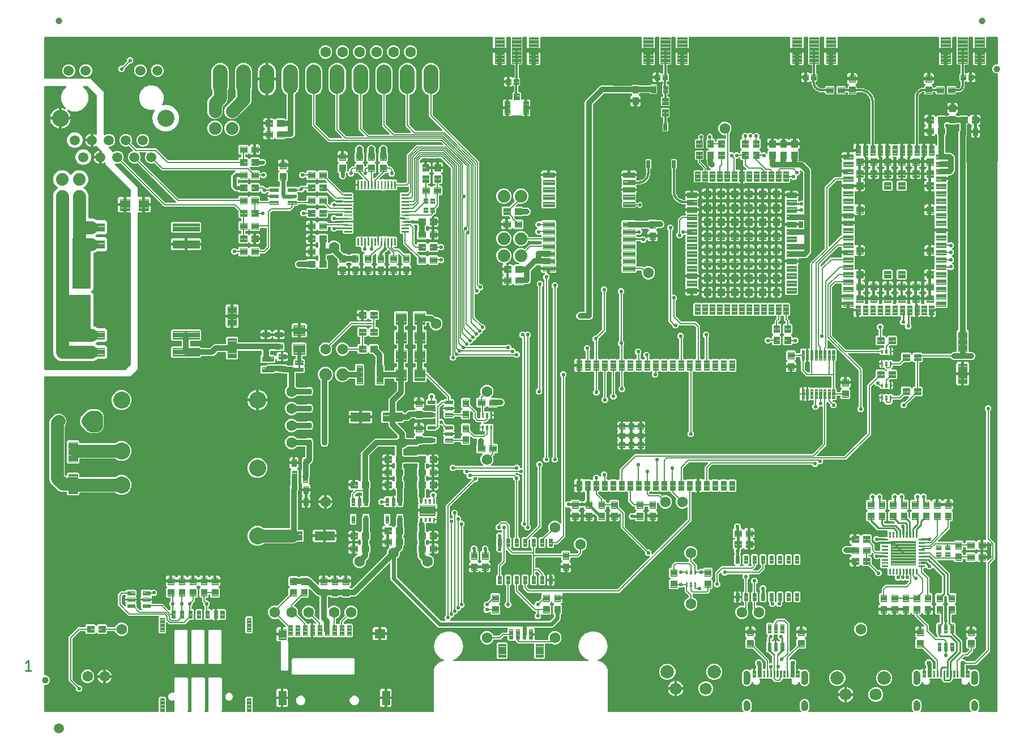
<source format=gtl>
G04 EAGLE Gerber RS-274X export*
G75*
%MOMM*%
%FSLAX34Y34*%
%LPD*%
%INTop Copper*%
%IPPOS*%
%AMOC8*
5,1,8,0,0,1.08239X$1,22.5*%
G01*
%ADD10C,0.279400*%
%ADD11C,0.100000*%
%ADD12C,0.100800*%
%ADD13C,1.000000*%
%ADD14C,0.102000*%
%ADD15C,0.654000*%
%ADD16C,0.105000*%
%ADD17C,0.096000*%
%ADD18C,0.098000*%
%ADD19C,0.099000*%
%ADD20C,1.600000*%
%ADD21C,0.104000*%
%ADD22C,0.101600*%
%ADD23C,2.550000*%
%ADD24C,1.500000*%
%ADD25C,0.099059*%
%ADD26C,1.879600*%
%ADD27C,1.800000*%
%ADD28C,2.000000*%
%ADD29C,2.200000*%
%ADD30C,0.180000*%
%ADD31C,0.111000*%
%ADD32C,0.103500*%
%ADD33C,2.540000*%
%ADD34C,0.554000*%
%ADD35C,0.304800*%
%ADD36C,0.812800*%
%ADD37C,0.406400*%
%ADD38C,0.152400*%
%ADD39C,0.754000*%
%ADD40C,0.609600*%
%ADD41C,0.266700*%
%ADD42C,0.317500*%
%ADD43C,0.254000*%
%ADD44C,1.905000*%
%ADD45C,1.270000*%

G36*
X216215Y3057D02*
X216215Y3057D01*
X216273Y3055D01*
X216355Y3077D01*
X216439Y3089D01*
X216492Y3112D01*
X216548Y3127D01*
X216621Y3170D01*
X216698Y3205D01*
X216743Y3243D01*
X216793Y3272D01*
X216851Y3334D01*
X216915Y3388D01*
X216947Y3437D01*
X216987Y3480D01*
X217026Y3555D01*
X217073Y3625D01*
X217090Y3681D01*
X217117Y3733D01*
X217128Y3801D01*
X217158Y3896D01*
X217161Y3996D01*
X217172Y4064D01*
X217172Y24694D01*
X218671Y26193D01*
X226739Y26193D01*
X228238Y24694D01*
X228238Y4064D01*
X228246Y4006D01*
X228244Y3948D01*
X228266Y3866D01*
X228278Y3782D01*
X228301Y3729D01*
X228316Y3673D01*
X228359Y3600D01*
X228394Y3523D01*
X228432Y3478D01*
X228461Y3428D01*
X228523Y3370D01*
X228577Y3306D01*
X228626Y3274D01*
X228669Y3234D01*
X228744Y3195D01*
X228814Y3148D01*
X228870Y3131D01*
X228922Y3104D01*
X228990Y3093D01*
X229085Y3063D01*
X229185Y3060D01*
X229253Y3049D01*
X240201Y3049D01*
X240230Y3053D01*
X240259Y3050D01*
X240370Y3073D01*
X240482Y3089D01*
X240509Y3101D01*
X240538Y3106D01*
X240638Y3159D01*
X240741Y3205D01*
X240764Y3224D01*
X240790Y3237D01*
X240872Y3315D01*
X240958Y3388D01*
X240975Y3413D01*
X240996Y3433D01*
X241053Y3531D01*
X241116Y3625D01*
X241125Y3653D01*
X241140Y3678D01*
X241168Y3788D01*
X241202Y3896D01*
X241203Y3925D01*
X241210Y3954D01*
X241206Y4067D01*
X241209Y4180D01*
X241202Y4209D01*
X241201Y4238D01*
X241166Y4346D01*
X241137Y4455D01*
X241122Y4481D01*
X241113Y4509D01*
X241068Y4572D01*
X240992Y4700D01*
X240946Y4743D01*
X240918Y4782D01*
X240852Y4848D01*
X240852Y19685D01*
X240836Y19799D01*
X240826Y19913D01*
X240816Y19939D01*
X240812Y19967D01*
X240765Y20071D01*
X240724Y20179D01*
X240708Y20201D01*
X240696Y20226D01*
X240622Y20314D01*
X240553Y20405D01*
X240530Y20422D01*
X240513Y20443D01*
X240417Y20507D01*
X240325Y20575D01*
X240299Y20585D01*
X240276Y20601D01*
X240166Y20635D01*
X240059Y20676D01*
X240031Y20678D01*
X240005Y20686D01*
X239890Y20689D01*
X239776Y20698D01*
X239751Y20693D01*
X239721Y20694D01*
X239464Y20627D01*
X239448Y20623D01*
X238855Y20377D01*
X236555Y20377D01*
X234429Y21258D01*
X232803Y22884D01*
X231922Y25010D01*
X231922Y27310D01*
X232803Y29436D01*
X234429Y31062D01*
X236555Y31943D01*
X238855Y31943D01*
X239448Y31697D01*
X239560Y31668D01*
X239669Y31634D01*
X239697Y31633D01*
X239724Y31626D01*
X239838Y31629D01*
X239953Y31626D01*
X239980Y31633D01*
X240008Y31634D01*
X240117Y31669D01*
X240228Y31698D01*
X240252Y31712D01*
X240279Y31721D01*
X240374Y31785D01*
X240473Y31843D01*
X240492Y31864D01*
X240515Y31879D01*
X240589Y31967D01*
X240667Y32051D01*
X240680Y32076D01*
X240698Y32097D01*
X240744Y32202D01*
X240797Y32304D01*
X240801Y32328D01*
X240813Y32356D01*
X240850Y32620D01*
X240852Y32635D01*
X240852Y53542D01*
X242043Y54733D01*
X259737Y54733D01*
X260928Y53542D01*
X260928Y4848D01*
X260862Y4782D01*
X260844Y4758D01*
X260822Y4739D01*
X260759Y4645D01*
X260691Y4555D01*
X260680Y4527D01*
X260664Y4503D01*
X260630Y4395D01*
X260589Y4289D01*
X260587Y4260D01*
X260578Y4232D01*
X260575Y4119D01*
X260566Y4006D01*
X260572Y3977D01*
X260571Y3948D01*
X260599Y3838D01*
X260622Y3727D01*
X260635Y3701D01*
X260643Y3673D01*
X260701Y3575D01*
X260753Y3475D01*
X260773Y3453D01*
X260788Y3428D01*
X260871Y3351D01*
X260949Y3269D01*
X260974Y3254D01*
X260995Y3234D01*
X261096Y3182D01*
X261194Y3125D01*
X261222Y3118D01*
X261248Y3104D01*
X261326Y3091D01*
X261469Y3055D01*
X261532Y3057D01*
X261579Y3049D01*
X265601Y3049D01*
X265630Y3053D01*
X265659Y3050D01*
X265770Y3073D01*
X265882Y3089D01*
X265909Y3101D01*
X265938Y3106D01*
X266038Y3159D01*
X266141Y3205D01*
X266164Y3224D01*
X266190Y3237D01*
X266272Y3315D01*
X266358Y3388D01*
X266375Y3413D01*
X266396Y3433D01*
X266453Y3531D01*
X266516Y3625D01*
X266525Y3653D01*
X266540Y3678D01*
X266568Y3788D01*
X266602Y3896D01*
X266603Y3925D01*
X266610Y3954D01*
X266606Y4067D01*
X266609Y4180D01*
X266602Y4209D01*
X266601Y4238D01*
X266566Y4346D01*
X266537Y4455D01*
X266522Y4481D01*
X266513Y4509D01*
X266468Y4572D01*
X266392Y4700D01*
X266346Y4743D01*
X266318Y4782D01*
X266252Y4848D01*
X266252Y53542D01*
X267443Y54733D01*
X285137Y54733D01*
X286328Y53542D01*
X286328Y4848D01*
X286262Y4782D01*
X286244Y4758D01*
X286222Y4739D01*
X286159Y4645D01*
X286091Y4555D01*
X286080Y4527D01*
X286064Y4503D01*
X286030Y4395D01*
X285989Y4289D01*
X285987Y4260D01*
X285978Y4232D01*
X285975Y4119D01*
X285966Y4006D01*
X285972Y3977D01*
X285971Y3948D01*
X285999Y3838D01*
X286022Y3727D01*
X286035Y3701D01*
X286043Y3673D01*
X286101Y3575D01*
X286153Y3475D01*
X286173Y3453D01*
X286188Y3428D01*
X286271Y3351D01*
X286349Y3269D01*
X286374Y3254D01*
X286395Y3234D01*
X286496Y3182D01*
X286594Y3125D01*
X286622Y3118D01*
X286648Y3104D01*
X286726Y3091D01*
X286869Y3055D01*
X286932Y3057D01*
X286979Y3049D01*
X291001Y3049D01*
X291030Y3053D01*
X291059Y3050D01*
X291170Y3073D01*
X291282Y3089D01*
X291309Y3101D01*
X291338Y3106D01*
X291438Y3159D01*
X291541Y3205D01*
X291564Y3224D01*
X291590Y3237D01*
X291672Y3315D01*
X291758Y3388D01*
X291775Y3413D01*
X291796Y3433D01*
X291853Y3531D01*
X291916Y3625D01*
X291925Y3653D01*
X291940Y3678D01*
X291968Y3788D01*
X292002Y3896D01*
X292003Y3925D01*
X292010Y3954D01*
X292006Y4067D01*
X292009Y4180D01*
X292002Y4209D01*
X292001Y4238D01*
X291966Y4346D01*
X291937Y4455D01*
X291922Y4481D01*
X291913Y4509D01*
X291868Y4572D01*
X291792Y4700D01*
X291746Y4743D01*
X291718Y4782D01*
X291652Y4848D01*
X291652Y53542D01*
X292843Y54733D01*
X310537Y54733D01*
X311728Y53542D01*
X311728Y4848D01*
X311662Y4782D01*
X311644Y4758D01*
X311622Y4739D01*
X311559Y4645D01*
X311491Y4555D01*
X311480Y4527D01*
X311464Y4503D01*
X311430Y4395D01*
X311389Y4289D01*
X311387Y4260D01*
X311378Y4232D01*
X311375Y4119D01*
X311366Y4006D01*
X311372Y3977D01*
X311371Y3948D01*
X311399Y3838D01*
X311422Y3727D01*
X311435Y3701D01*
X311443Y3673D01*
X311501Y3575D01*
X311553Y3475D01*
X311573Y3453D01*
X311588Y3428D01*
X311671Y3351D01*
X311749Y3269D01*
X311774Y3254D01*
X311795Y3234D01*
X311896Y3182D01*
X311994Y3125D01*
X312022Y3118D01*
X312048Y3104D01*
X312126Y3091D01*
X312269Y3055D01*
X312332Y3057D01*
X312379Y3049D01*
X346057Y3049D01*
X346115Y3057D01*
X346173Y3055D01*
X346255Y3077D01*
X346339Y3089D01*
X346392Y3112D01*
X346448Y3127D01*
X346521Y3170D01*
X346598Y3205D01*
X346643Y3243D01*
X346693Y3272D01*
X346751Y3334D01*
X346815Y3388D01*
X346847Y3437D01*
X346887Y3480D01*
X346926Y3555D01*
X346973Y3625D01*
X346990Y3681D01*
X347017Y3733D01*
X347028Y3801D01*
X347058Y3896D01*
X347061Y3996D01*
X347072Y4064D01*
X347072Y24694D01*
X348571Y26193D01*
X356639Y26193D01*
X358138Y24694D01*
X358138Y4064D01*
X358146Y4006D01*
X358144Y3948D01*
X358166Y3866D01*
X358178Y3782D01*
X358201Y3729D01*
X358216Y3673D01*
X358259Y3600D01*
X358294Y3523D01*
X358332Y3478D01*
X358361Y3428D01*
X358423Y3370D01*
X358477Y3306D01*
X358526Y3274D01*
X358569Y3234D01*
X358644Y3195D01*
X358714Y3148D01*
X358770Y3131D01*
X358822Y3104D01*
X358890Y3093D01*
X358985Y3063D01*
X359085Y3060D01*
X359153Y3049D01*
X627761Y3049D01*
X627819Y3057D01*
X627877Y3055D01*
X627959Y3077D01*
X628043Y3089D01*
X628096Y3112D01*
X628152Y3127D01*
X628225Y3170D01*
X628302Y3205D01*
X628347Y3243D01*
X628397Y3272D01*
X628455Y3334D01*
X628519Y3388D01*
X628551Y3437D01*
X628591Y3480D01*
X628630Y3555D01*
X628677Y3625D01*
X628694Y3681D01*
X628721Y3733D01*
X628732Y3801D01*
X628762Y3896D01*
X628765Y3996D01*
X628776Y4064D01*
X628776Y66633D01*
X631174Y72421D01*
X635604Y76851D01*
X641392Y79249D01*
X643400Y79249D01*
X643507Y79264D01*
X643614Y79272D01*
X643647Y79284D01*
X643681Y79289D01*
X643780Y79333D01*
X643881Y79370D01*
X643909Y79391D01*
X643941Y79405D01*
X644023Y79475D01*
X644110Y79538D01*
X644131Y79566D01*
X644158Y79588D01*
X644217Y79678D01*
X644283Y79764D01*
X644296Y79796D01*
X644315Y79825D01*
X644348Y79928D01*
X644387Y80028D01*
X644391Y80063D01*
X644401Y80096D01*
X644404Y80204D01*
X644414Y80311D01*
X644408Y80346D01*
X644408Y80380D01*
X644381Y80485D01*
X644361Y80591D01*
X644345Y80622D01*
X644337Y80655D01*
X644282Y80748D01*
X644233Y80844D01*
X644209Y80870D01*
X644191Y80900D01*
X644113Y80974D01*
X644039Y81053D01*
X644012Y81068D01*
X643984Y81094D01*
X643793Y81192D01*
X643747Y81218D01*
X639913Y82613D01*
X634080Y87508D01*
X630273Y94102D01*
X628951Y101600D01*
X630273Y109098D01*
X634080Y115692D01*
X639913Y120587D01*
X647068Y123191D01*
X654682Y123191D01*
X661837Y120587D01*
X667670Y115692D01*
X671477Y109098D01*
X672799Y101600D01*
X671477Y94102D01*
X667670Y87508D01*
X661837Y82613D01*
X658003Y81218D01*
X657908Y81167D01*
X657809Y81123D01*
X657783Y81101D01*
X657752Y81084D01*
X657675Y81009D01*
X657592Y80939D01*
X657573Y80911D01*
X657548Y80886D01*
X657494Y80793D01*
X657435Y80703D01*
X657424Y80670D01*
X657407Y80640D01*
X657381Y80535D01*
X657349Y80432D01*
X657348Y80397D01*
X657340Y80363D01*
X657344Y80256D01*
X657342Y80148D01*
X657350Y80114D01*
X657352Y80079D01*
X657386Y79977D01*
X657413Y79873D01*
X657431Y79843D01*
X657442Y79810D01*
X657504Y79721D01*
X657559Y79628D01*
X657584Y79604D01*
X657604Y79576D01*
X657687Y79507D01*
X657766Y79434D01*
X657797Y79418D01*
X657824Y79396D01*
X657923Y79353D01*
X658019Y79304D01*
X658050Y79299D01*
X658085Y79284D01*
X658298Y79258D01*
X658350Y79249D01*
X859300Y79249D01*
X859407Y79264D01*
X859514Y79272D01*
X859547Y79284D01*
X859581Y79289D01*
X859680Y79333D01*
X859781Y79370D01*
X859809Y79391D01*
X859841Y79405D01*
X859923Y79475D01*
X860010Y79538D01*
X860031Y79566D01*
X860058Y79588D01*
X860117Y79678D01*
X860183Y79764D01*
X860196Y79796D01*
X860215Y79825D01*
X860248Y79928D01*
X860287Y80028D01*
X860291Y80063D01*
X860301Y80096D01*
X860304Y80204D01*
X860314Y80311D01*
X860308Y80346D01*
X860308Y80380D01*
X860281Y80485D01*
X860261Y80591D01*
X860245Y80622D01*
X860237Y80655D01*
X860182Y80748D01*
X860133Y80844D01*
X860109Y80870D01*
X860091Y80900D01*
X860013Y80974D01*
X859939Y81053D01*
X859912Y81068D01*
X859884Y81094D01*
X859693Y81192D01*
X859647Y81218D01*
X855813Y82613D01*
X849980Y87508D01*
X846173Y94102D01*
X844851Y101600D01*
X846173Y109098D01*
X849980Y115692D01*
X855813Y120587D01*
X862968Y123191D01*
X870582Y123191D01*
X877737Y120587D01*
X883570Y115692D01*
X887377Y109098D01*
X888699Y101600D01*
X887377Y94102D01*
X883570Y87508D01*
X877737Y82613D01*
X873903Y81218D01*
X873808Y81167D01*
X873709Y81123D01*
X873683Y81101D01*
X873652Y81084D01*
X873575Y81009D01*
X873492Y80939D01*
X873473Y80911D01*
X873448Y80886D01*
X873394Y80793D01*
X873335Y80703D01*
X873324Y80670D01*
X873307Y80640D01*
X873281Y80535D01*
X873249Y80432D01*
X873248Y80397D01*
X873240Y80363D01*
X873244Y80256D01*
X873242Y80148D01*
X873250Y80114D01*
X873252Y80079D01*
X873286Y79977D01*
X873313Y79873D01*
X873331Y79843D01*
X873342Y79810D01*
X873404Y79721D01*
X873459Y79628D01*
X873484Y79604D01*
X873504Y79576D01*
X873587Y79508D01*
X873666Y79434D01*
X873697Y79418D01*
X873724Y79396D01*
X873823Y79353D01*
X873919Y79304D01*
X873950Y79299D01*
X873985Y79284D01*
X874198Y79258D01*
X874250Y79249D01*
X876258Y79249D01*
X882046Y76851D01*
X886476Y72421D01*
X888874Y66633D01*
X888874Y4064D01*
X888882Y4006D01*
X888880Y3948D01*
X888902Y3866D01*
X888914Y3782D01*
X888937Y3729D01*
X888952Y3673D01*
X888995Y3600D01*
X889030Y3523D01*
X889068Y3478D01*
X889097Y3428D01*
X889159Y3370D01*
X889213Y3306D01*
X889262Y3274D01*
X889305Y3234D01*
X889380Y3195D01*
X889450Y3148D01*
X889506Y3131D01*
X889558Y3104D01*
X889626Y3093D01*
X889721Y3063D01*
X889821Y3060D01*
X889889Y3049D01*
X1090565Y3049D01*
X1090623Y3057D01*
X1090681Y3055D01*
X1090763Y3077D01*
X1090847Y3089D01*
X1090900Y3112D01*
X1090956Y3127D01*
X1091029Y3170D01*
X1091106Y3205D01*
X1091151Y3242D01*
X1091200Y3272D01*
X1091259Y3334D01*
X1091323Y3388D01*
X1091355Y3437D01*
X1091395Y3479D01*
X1091434Y3554D01*
X1091481Y3625D01*
X1091498Y3680D01*
X1091525Y3732D01*
X1091541Y3815D01*
X1091567Y3896D01*
X1091568Y3954D01*
X1091579Y4011D01*
X1091572Y4096D01*
X1091574Y4180D01*
X1091559Y4236D01*
X1091554Y4294D01*
X1091527Y4358D01*
X1091502Y4455D01*
X1091451Y4541D01*
X1091425Y4604D01*
X1091158Y5029D01*
X1091062Y5143D01*
X1091016Y5207D01*
X1090521Y5702D01*
X1090290Y6363D01*
X1090226Y6486D01*
X1090221Y6496D01*
X1090191Y6568D01*
X1089818Y7161D01*
X1089740Y7857D01*
X1089703Y8002D01*
X1089689Y8079D01*
X1089512Y8585D01*
X1089518Y8621D01*
X1089548Y8715D01*
X1089551Y8816D01*
X1089562Y8884D01*
X1089562Y9376D01*
X1089553Y9440D01*
X1089556Y9490D01*
X1089473Y10225D01*
X1089485Y10246D01*
X1089493Y10276D01*
X1089507Y10303D01*
X1089520Y10380D01*
X1089556Y10521D01*
X1089554Y10585D01*
X1089562Y10634D01*
X1089562Y14466D01*
X1089558Y14496D01*
X1089560Y14527D01*
X1089538Y14637D01*
X1089522Y14747D01*
X1089510Y14775D01*
X1089504Y14806D01*
X1089472Y14863D01*
X1089556Y15610D01*
X1089554Y15675D01*
X1089562Y15724D01*
X1089562Y16216D01*
X1089554Y16275D01*
X1089555Y16334D01*
X1089536Y16400D01*
X1089522Y16497D01*
X1089513Y16518D01*
X1089689Y17021D01*
X1089718Y17167D01*
X1089740Y17243D01*
X1089818Y17939D01*
X1090191Y18532D01*
X1090252Y18668D01*
X1090290Y18737D01*
X1090521Y19398D01*
X1091016Y19893D01*
X1091106Y20013D01*
X1091158Y20071D01*
X1091531Y20664D01*
X1092124Y21037D01*
X1092238Y21133D01*
X1092302Y21179D01*
X1092797Y21674D01*
X1093458Y21905D01*
X1093591Y21974D01*
X1093663Y22004D01*
X1094256Y22377D01*
X1094952Y22455D01*
X1095097Y22492D01*
X1095174Y22506D01*
X1095835Y22737D01*
X1096531Y22659D01*
X1096681Y22663D01*
X1096759Y22659D01*
X1097455Y22737D01*
X1098116Y22506D01*
X1098262Y22477D01*
X1098338Y22455D01*
X1099034Y22377D01*
X1099627Y22004D01*
X1099763Y21943D01*
X1099832Y21905D01*
X1100493Y21674D01*
X1100988Y21179D01*
X1101107Y21089D01*
X1101166Y21037D01*
X1101759Y20664D01*
X1102132Y20071D01*
X1102228Y19957D01*
X1102274Y19893D01*
X1102769Y19398D01*
X1103000Y18737D01*
X1103069Y18604D01*
X1103099Y18532D01*
X1103472Y17939D01*
X1103550Y17243D01*
X1103587Y17098D01*
X1103601Y17021D01*
X1103778Y16515D01*
X1103772Y16479D01*
X1103742Y16385D01*
X1103739Y16284D01*
X1103728Y16216D01*
X1103728Y15724D01*
X1103737Y15660D01*
X1103734Y15610D01*
X1103817Y14875D01*
X1103805Y14854D01*
X1103797Y14824D01*
X1103783Y14797D01*
X1103770Y14720D01*
X1103734Y14579D01*
X1103736Y14515D01*
X1103728Y14466D01*
X1103728Y10634D01*
X1103732Y10604D01*
X1103730Y10573D01*
X1103752Y10463D01*
X1103768Y10353D01*
X1103780Y10325D01*
X1103786Y10294D01*
X1103818Y10237D01*
X1103734Y9490D01*
X1103736Y9425D01*
X1103728Y9376D01*
X1103728Y8884D01*
X1103736Y8825D01*
X1103735Y8766D01*
X1103754Y8700D01*
X1103768Y8603D01*
X1103777Y8582D01*
X1103601Y8079D01*
X1103572Y7933D01*
X1103550Y7857D01*
X1103472Y7161D01*
X1103099Y6568D01*
X1103038Y6432D01*
X1103000Y6363D01*
X1102769Y5702D01*
X1102274Y5207D01*
X1102184Y5088D01*
X1102132Y5029D01*
X1101865Y4604D01*
X1101841Y4551D01*
X1101809Y4503D01*
X1101784Y4422D01*
X1101749Y4345D01*
X1101741Y4287D01*
X1101723Y4232D01*
X1101721Y4147D01*
X1101709Y4063D01*
X1101718Y4006D01*
X1101716Y3948D01*
X1101738Y3866D01*
X1101749Y3782D01*
X1101773Y3729D01*
X1101788Y3673D01*
X1101831Y3600D01*
X1101866Y3522D01*
X1101904Y3478D01*
X1101933Y3428D01*
X1101995Y3370D01*
X1102050Y3305D01*
X1102098Y3273D01*
X1102140Y3234D01*
X1102216Y3195D01*
X1102287Y3148D01*
X1102342Y3131D01*
X1102394Y3104D01*
X1102462Y3093D01*
X1102558Y3063D01*
X1102657Y3060D01*
X1102725Y3049D01*
X1176925Y3049D01*
X1176983Y3057D01*
X1177041Y3055D01*
X1177123Y3077D01*
X1177207Y3089D01*
X1177260Y3112D01*
X1177316Y3127D01*
X1177389Y3170D01*
X1177466Y3205D01*
X1177511Y3242D01*
X1177560Y3272D01*
X1177619Y3334D01*
X1177683Y3388D01*
X1177715Y3437D01*
X1177755Y3479D01*
X1177794Y3554D01*
X1177841Y3625D01*
X1177858Y3680D01*
X1177885Y3732D01*
X1177901Y3815D01*
X1177927Y3896D01*
X1177928Y3954D01*
X1177939Y4011D01*
X1177932Y4096D01*
X1177934Y4180D01*
X1177919Y4236D01*
X1177914Y4294D01*
X1177887Y4358D01*
X1177862Y4455D01*
X1177811Y4541D01*
X1177785Y4604D01*
X1177518Y5029D01*
X1177422Y5143D01*
X1177376Y5207D01*
X1176881Y5702D01*
X1176650Y6363D01*
X1176586Y6486D01*
X1176581Y6496D01*
X1176551Y6568D01*
X1176178Y7161D01*
X1176100Y7857D01*
X1176063Y8002D01*
X1176049Y8079D01*
X1175872Y8585D01*
X1175878Y8621D01*
X1175908Y8715D01*
X1175911Y8816D01*
X1175922Y8884D01*
X1175922Y9376D01*
X1175913Y9440D01*
X1175916Y9490D01*
X1175833Y10225D01*
X1175845Y10246D01*
X1175853Y10276D01*
X1175867Y10303D01*
X1175880Y10380D01*
X1175916Y10521D01*
X1175914Y10585D01*
X1175922Y10634D01*
X1175922Y14466D01*
X1175918Y14496D01*
X1175920Y14527D01*
X1175898Y14637D01*
X1175882Y14747D01*
X1175870Y14775D01*
X1175864Y14806D01*
X1175832Y14863D01*
X1175916Y15610D01*
X1175914Y15675D01*
X1175922Y15724D01*
X1175922Y16216D01*
X1175914Y16275D01*
X1175915Y16334D01*
X1175896Y16400D01*
X1175882Y16497D01*
X1175873Y16518D01*
X1176049Y17021D01*
X1176078Y17167D01*
X1176100Y17243D01*
X1176178Y17939D01*
X1176551Y18532D01*
X1176612Y18668D01*
X1176650Y18737D01*
X1176881Y19398D01*
X1177376Y19893D01*
X1177466Y20013D01*
X1177518Y20071D01*
X1177891Y20664D01*
X1178484Y21037D01*
X1178598Y21133D01*
X1178662Y21179D01*
X1179157Y21674D01*
X1179818Y21905D01*
X1179951Y21974D01*
X1180023Y22004D01*
X1180616Y22377D01*
X1181312Y22455D01*
X1181457Y22492D01*
X1181534Y22506D01*
X1182195Y22737D01*
X1182891Y22659D01*
X1183041Y22663D01*
X1183119Y22659D01*
X1183815Y22737D01*
X1184476Y22506D01*
X1184622Y22477D01*
X1184698Y22455D01*
X1185394Y22377D01*
X1185987Y22004D01*
X1186123Y21943D01*
X1186192Y21905D01*
X1186853Y21674D01*
X1187348Y21179D01*
X1187467Y21089D01*
X1187526Y21037D01*
X1188119Y20664D01*
X1188492Y20071D01*
X1188588Y19957D01*
X1188634Y19893D01*
X1189129Y19398D01*
X1189360Y18737D01*
X1189429Y18604D01*
X1189459Y18532D01*
X1189832Y17939D01*
X1189910Y17243D01*
X1189948Y17098D01*
X1189961Y17021D01*
X1190138Y16515D01*
X1190132Y16479D01*
X1190102Y16385D01*
X1190099Y16284D01*
X1190088Y16216D01*
X1190088Y15724D01*
X1190097Y15660D01*
X1190094Y15610D01*
X1190177Y14875D01*
X1190165Y14854D01*
X1190157Y14824D01*
X1190143Y14797D01*
X1190130Y14720D01*
X1190094Y14579D01*
X1190096Y14515D01*
X1190088Y14466D01*
X1190088Y10634D01*
X1190092Y10604D01*
X1190090Y10573D01*
X1190112Y10463D01*
X1190128Y10353D01*
X1190140Y10325D01*
X1190146Y10294D01*
X1190178Y10237D01*
X1190094Y9490D01*
X1190096Y9425D01*
X1190088Y9376D01*
X1190088Y8884D01*
X1190096Y8825D01*
X1190095Y8766D01*
X1190114Y8700D01*
X1190128Y8603D01*
X1190137Y8582D01*
X1189961Y8079D01*
X1189932Y7933D01*
X1189910Y7857D01*
X1189832Y7161D01*
X1189459Y6568D01*
X1189398Y6432D01*
X1189360Y6363D01*
X1189129Y5702D01*
X1188634Y5207D01*
X1188544Y5087D01*
X1188492Y5029D01*
X1188225Y4604D01*
X1188201Y4551D01*
X1188169Y4503D01*
X1188144Y4422D01*
X1188109Y4345D01*
X1188101Y4287D01*
X1188083Y4232D01*
X1188081Y4147D01*
X1188069Y4063D01*
X1188078Y4006D01*
X1188076Y3948D01*
X1188097Y3866D01*
X1188109Y3782D01*
X1188133Y3729D01*
X1188148Y3673D01*
X1188191Y3600D01*
X1188226Y3522D01*
X1188264Y3478D01*
X1188293Y3428D01*
X1188355Y3370D01*
X1188410Y3306D01*
X1188458Y3273D01*
X1188500Y3234D01*
X1188576Y3195D01*
X1188647Y3148D01*
X1188702Y3131D01*
X1188754Y3104D01*
X1188822Y3093D01*
X1188918Y3063D01*
X1189017Y3060D01*
X1189085Y3049D01*
X1344565Y3049D01*
X1344623Y3057D01*
X1344681Y3055D01*
X1344763Y3077D01*
X1344847Y3089D01*
X1344900Y3112D01*
X1344956Y3127D01*
X1345029Y3170D01*
X1345106Y3205D01*
X1345151Y3242D01*
X1345200Y3272D01*
X1345258Y3334D01*
X1345323Y3388D01*
X1345355Y3437D01*
X1345395Y3479D01*
X1345434Y3554D01*
X1345481Y3625D01*
X1345498Y3681D01*
X1345525Y3732D01*
X1345541Y3815D01*
X1345567Y3896D01*
X1345568Y3954D01*
X1345579Y4011D01*
X1345572Y4096D01*
X1345574Y4180D01*
X1345559Y4236D01*
X1345554Y4294D01*
X1345527Y4358D01*
X1345502Y4455D01*
X1345452Y4541D01*
X1345425Y4604D01*
X1345158Y5029D01*
X1345062Y5143D01*
X1345016Y5207D01*
X1344521Y5702D01*
X1344290Y6363D01*
X1344226Y6486D01*
X1344221Y6496D01*
X1344191Y6568D01*
X1343818Y7161D01*
X1343740Y7857D01*
X1343703Y8002D01*
X1343689Y8079D01*
X1343512Y8585D01*
X1343518Y8621D01*
X1343548Y8715D01*
X1343551Y8816D01*
X1343562Y8884D01*
X1343562Y9376D01*
X1343553Y9440D01*
X1343556Y9490D01*
X1343473Y10225D01*
X1343485Y10246D01*
X1343493Y10276D01*
X1343507Y10303D01*
X1343520Y10380D01*
X1343556Y10521D01*
X1343554Y10585D01*
X1343562Y10634D01*
X1343562Y14466D01*
X1343558Y14496D01*
X1343560Y14527D01*
X1343538Y14637D01*
X1343522Y14747D01*
X1343510Y14775D01*
X1343504Y14806D01*
X1343472Y14863D01*
X1343556Y15610D01*
X1343554Y15675D01*
X1343562Y15724D01*
X1343562Y16216D01*
X1343554Y16275D01*
X1343555Y16334D01*
X1343536Y16400D01*
X1343522Y16497D01*
X1343513Y16518D01*
X1343689Y17021D01*
X1343718Y17167D01*
X1343740Y17243D01*
X1343818Y17939D01*
X1344191Y18532D01*
X1344252Y18668D01*
X1344290Y18737D01*
X1344521Y19398D01*
X1345016Y19893D01*
X1345106Y20012D01*
X1345158Y20071D01*
X1345531Y20664D01*
X1346124Y21037D01*
X1346238Y21133D01*
X1346302Y21179D01*
X1346797Y21674D01*
X1347458Y21905D01*
X1347591Y21974D01*
X1347663Y22004D01*
X1348256Y22377D01*
X1348952Y22455D01*
X1349097Y22492D01*
X1349174Y22506D01*
X1349835Y22737D01*
X1350531Y22659D01*
X1350681Y22663D01*
X1350759Y22659D01*
X1351455Y22737D01*
X1352116Y22506D01*
X1352262Y22477D01*
X1352338Y22455D01*
X1353034Y22377D01*
X1353627Y22004D01*
X1353763Y21943D01*
X1353832Y21905D01*
X1354493Y21674D01*
X1354988Y21179D01*
X1355107Y21089D01*
X1355166Y21037D01*
X1355759Y20664D01*
X1356132Y20071D01*
X1356228Y19957D01*
X1356274Y19893D01*
X1356769Y19398D01*
X1357000Y18737D01*
X1357069Y18604D01*
X1357099Y18532D01*
X1357472Y17939D01*
X1357550Y17243D01*
X1357588Y17098D01*
X1357601Y17021D01*
X1357778Y16515D01*
X1357772Y16479D01*
X1357742Y16385D01*
X1357739Y16284D01*
X1357728Y16216D01*
X1357728Y15724D01*
X1357737Y15660D01*
X1357734Y15610D01*
X1357817Y14875D01*
X1357805Y14854D01*
X1357797Y14824D01*
X1357783Y14797D01*
X1357770Y14720D01*
X1357734Y14579D01*
X1357736Y14515D01*
X1357728Y14466D01*
X1357728Y10634D01*
X1357732Y10604D01*
X1357730Y10573D01*
X1357752Y10463D01*
X1357768Y10353D01*
X1357780Y10325D01*
X1357786Y10294D01*
X1357818Y10237D01*
X1357734Y9490D01*
X1357736Y9425D01*
X1357728Y9376D01*
X1357728Y8884D01*
X1357736Y8825D01*
X1357735Y8766D01*
X1357754Y8700D01*
X1357768Y8603D01*
X1357777Y8582D01*
X1357601Y8079D01*
X1357572Y7933D01*
X1357550Y7857D01*
X1357472Y7161D01*
X1357099Y6568D01*
X1357038Y6432D01*
X1357000Y6363D01*
X1356769Y5702D01*
X1356274Y5207D01*
X1356184Y5087D01*
X1356132Y5029D01*
X1355865Y4604D01*
X1355841Y4551D01*
X1355809Y4503D01*
X1355784Y4422D01*
X1355749Y4345D01*
X1355741Y4287D01*
X1355723Y4232D01*
X1355721Y4147D01*
X1355709Y4063D01*
X1355718Y4006D01*
X1355716Y3948D01*
X1355737Y3866D01*
X1355749Y3782D01*
X1355773Y3729D01*
X1355788Y3673D01*
X1355831Y3600D01*
X1355866Y3522D01*
X1355904Y3478D01*
X1355933Y3428D01*
X1355995Y3370D01*
X1356050Y3306D01*
X1356098Y3273D01*
X1356140Y3234D01*
X1356216Y3195D01*
X1356287Y3148D01*
X1356342Y3131D01*
X1356394Y3104D01*
X1356462Y3093D01*
X1356558Y3063D01*
X1356657Y3060D01*
X1356725Y3049D01*
X1430925Y3049D01*
X1430983Y3057D01*
X1431041Y3055D01*
X1431123Y3077D01*
X1431207Y3089D01*
X1431260Y3112D01*
X1431316Y3127D01*
X1431389Y3170D01*
X1431466Y3205D01*
X1431511Y3242D01*
X1431560Y3272D01*
X1431618Y3334D01*
X1431683Y3388D01*
X1431715Y3437D01*
X1431755Y3479D01*
X1431794Y3554D01*
X1431841Y3625D01*
X1431858Y3681D01*
X1431885Y3732D01*
X1431901Y3815D01*
X1431927Y3896D01*
X1431928Y3954D01*
X1431939Y4011D01*
X1431932Y4096D01*
X1431934Y4180D01*
X1431919Y4236D01*
X1431914Y4294D01*
X1431887Y4358D01*
X1431862Y4455D01*
X1431812Y4541D01*
X1431785Y4604D01*
X1431518Y5029D01*
X1431422Y5143D01*
X1431376Y5207D01*
X1430881Y5702D01*
X1430650Y6363D01*
X1430586Y6486D01*
X1430581Y6496D01*
X1430551Y6568D01*
X1430178Y7161D01*
X1430100Y7857D01*
X1430063Y8002D01*
X1430049Y8079D01*
X1429872Y8585D01*
X1429878Y8621D01*
X1429908Y8715D01*
X1429911Y8816D01*
X1429922Y8884D01*
X1429922Y9376D01*
X1429913Y9440D01*
X1429916Y9490D01*
X1429833Y10225D01*
X1429845Y10246D01*
X1429853Y10276D01*
X1429867Y10303D01*
X1429880Y10380D01*
X1429916Y10521D01*
X1429914Y10585D01*
X1429922Y10634D01*
X1429922Y14466D01*
X1429918Y14496D01*
X1429920Y14527D01*
X1429898Y14637D01*
X1429882Y14747D01*
X1429870Y14775D01*
X1429864Y14806D01*
X1429832Y14863D01*
X1429916Y15610D01*
X1429914Y15675D01*
X1429922Y15724D01*
X1429922Y16216D01*
X1429914Y16275D01*
X1429915Y16334D01*
X1429896Y16400D01*
X1429882Y16497D01*
X1429873Y16518D01*
X1430049Y17021D01*
X1430078Y17167D01*
X1430100Y17243D01*
X1430178Y17939D01*
X1430551Y18532D01*
X1430612Y18668D01*
X1430650Y18737D01*
X1430881Y19398D01*
X1431376Y19893D01*
X1431466Y20012D01*
X1431518Y20071D01*
X1431891Y20664D01*
X1432484Y21037D01*
X1432598Y21133D01*
X1432662Y21179D01*
X1433157Y21674D01*
X1433818Y21905D01*
X1433951Y21974D01*
X1434023Y22004D01*
X1434616Y22377D01*
X1435312Y22455D01*
X1435457Y22492D01*
X1435534Y22506D01*
X1436195Y22737D01*
X1436891Y22659D01*
X1437041Y22663D01*
X1437119Y22659D01*
X1437815Y22737D01*
X1438476Y22506D01*
X1438622Y22477D01*
X1438698Y22455D01*
X1439394Y22377D01*
X1439987Y22004D01*
X1440123Y21943D01*
X1440192Y21905D01*
X1440853Y21674D01*
X1441348Y21179D01*
X1441467Y21089D01*
X1441526Y21037D01*
X1442119Y20664D01*
X1442492Y20071D01*
X1442588Y19957D01*
X1442634Y19893D01*
X1443129Y19398D01*
X1443360Y18737D01*
X1443429Y18604D01*
X1443459Y18532D01*
X1443832Y17939D01*
X1443910Y17243D01*
X1443948Y17098D01*
X1443961Y17021D01*
X1444138Y16515D01*
X1444132Y16479D01*
X1444102Y16385D01*
X1444099Y16284D01*
X1444088Y16216D01*
X1444088Y15724D01*
X1444097Y15660D01*
X1444094Y15610D01*
X1444177Y14875D01*
X1444165Y14854D01*
X1444157Y14824D01*
X1444143Y14797D01*
X1444130Y14720D01*
X1444094Y14579D01*
X1444096Y14515D01*
X1444088Y14466D01*
X1444088Y10634D01*
X1444092Y10604D01*
X1444090Y10573D01*
X1444112Y10463D01*
X1444128Y10353D01*
X1444140Y10325D01*
X1444146Y10294D01*
X1444178Y10237D01*
X1444094Y9490D01*
X1444096Y9425D01*
X1444088Y9376D01*
X1444088Y8884D01*
X1444096Y8825D01*
X1444095Y8766D01*
X1444114Y8700D01*
X1444128Y8603D01*
X1444137Y8582D01*
X1443961Y8079D01*
X1443932Y7933D01*
X1443910Y7857D01*
X1443832Y7161D01*
X1443459Y6568D01*
X1443398Y6432D01*
X1443360Y6363D01*
X1443129Y5702D01*
X1442634Y5207D01*
X1442544Y5087D01*
X1442492Y5029D01*
X1442225Y4604D01*
X1442201Y4551D01*
X1442169Y4503D01*
X1442144Y4422D01*
X1442109Y4345D01*
X1442101Y4287D01*
X1442083Y4232D01*
X1442081Y4147D01*
X1442069Y4063D01*
X1442078Y4006D01*
X1442076Y3948D01*
X1442097Y3866D01*
X1442109Y3782D01*
X1442133Y3729D01*
X1442148Y3673D01*
X1442191Y3600D01*
X1442226Y3522D01*
X1442264Y3478D01*
X1442293Y3428D01*
X1442355Y3370D01*
X1442410Y3306D01*
X1442458Y3273D01*
X1442500Y3234D01*
X1442576Y3195D01*
X1442647Y3148D01*
X1442702Y3131D01*
X1442754Y3104D01*
X1442822Y3093D01*
X1442918Y3063D01*
X1443017Y3060D01*
X1443085Y3049D01*
X1470025Y3049D01*
X1470083Y3057D01*
X1470141Y3055D01*
X1470223Y3077D01*
X1470307Y3089D01*
X1470360Y3112D01*
X1470416Y3127D01*
X1470489Y3170D01*
X1470566Y3205D01*
X1470611Y3243D01*
X1470661Y3272D01*
X1470719Y3334D01*
X1470783Y3388D01*
X1470815Y3437D01*
X1470855Y3480D01*
X1470894Y3555D01*
X1470941Y3625D01*
X1470958Y3681D01*
X1470985Y3733D01*
X1470996Y3801D01*
X1471026Y3896D01*
X1471029Y3996D01*
X1471040Y4064D01*
X1471040Y825555D01*
X1471144Y825659D01*
X1471267Y825782D01*
X1471267Y825783D01*
X1471268Y825784D01*
X1471363Y825936D01*
X1471456Y826083D01*
X1471456Y826085D01*
X1471457Y826086D01*
X1471513Y826249D01*
X1471573Y826419D01*
X1471573Y826421D01*
X1471573Y826422D01*
X1471612Y826770D01*
X1471612Y957343D01*
X1471612Y957344D01*
X1471612Y957345D01*
X1471591Y957526D01*
X1471572Y957696D01*
X1471571Y957697D01*
X1471571Y957699D01*
X1471511Y957869D01*
X1471454Y958032D01*
X1471454Y958033D01*
X1471453Y958034D01*
X1471355Y958190D01*
X1471265Y958333D01*
X1471264Y958334D01*
X1471263Y958335D01*
X1471136Y958461D01*
X1471013Y958584D01*
X1471012Y958585D01*
X1471011Y958586D01*
X1470859Y958680D01*
X1470712Y958773D01*
X1470710Y958773D01*
X1470709Y958774D01*
X1470547Y958830D01*
X1470376Y958890D01*
X1470374Y958890D01*
X1470373Y958891D01*
X1470025Y958929D01*
X1468778Y958929D01*
X1466473Y959884D01*
X1464709Y961648D01*
X1463754Y963953D01*
X1463754Y966447D01*
X1464709Y968752D01*
X1466473Y970516D01*
X1468778Y971471D01*
X1470025Y971471D01*
X1470026Y971471D01*
X1470028Y971471D01*
X1470208Y971491D01*
X1470378Y971511D01*
X1470380Y971511D01*
X1470381Y971511D01*
X1470562Y971575D01*
X1470714Y971628D01*
X1470715Y971629D01*
X1470717Y971629D01*
X1470872Y971728D01*
X1471015Y971818D01*
X1471016Y971819D01*
X1471018Y971819D01*
X1471144Y971947D01*
X1471267Y972069D01*
X1471267Y972071D01*
X1471268Y972072D01*
X1471363Y972223D01*
X1471456Y972371D01*
X1471456Y972372D01*
X1471457Y972373D01*
X1471513Y972537D01*
X1471573Y972707D01*
X1471573Y972708D01*
X1471573Y972710D01*
X1471612Y973057D01*
X1471612Y1011619D01*
X1471612Y1011620D01*
X1471612Y1011621D01*
X1471591Y1011802D01*
X1471572Y1011972D01*
X1471571Y1011973D01*
X1471571Y1011975D01*
X1471508Y1012155D01*
X1471454Y1012308D01*
X1471454Y1012309D01*
X1471453Y1012310D01*
X1471355Y1012466D01*
X1471265Y1012609D01*
X1471264Y1012610D01*
X1471263Y1012611D01*
X1471136Y1012738D01*
X1471013Y1012860D01*
X1471012Y1012861D01*
X1471011Y1012862D01*
X1470859Y1012956D01*
X1470712Y1013049D01*
X1470710Y1013049D01*
X1470709Y1013050D01*
X1470545Y1013107D01*
X1470376Y1013166D01*
X1470374Y1013166D01*
X1470373Y1013167D01*
X1470025Y1013205D01*
X1456252Y1013205D01*
X1456251Y1013205D01*
X1456250Y1013205D01*
X1456069Y1013185D01*
X1455899Y1013165D01*
X1455898Y1013165D01*
X1455896Y1013165D01*
X1455716Y1013101D01*
X1455563Y1013048D01*
X1455562Y1013047D01*
X1455561Y1013047D01*
X1455405Y1012948D01*
X1455262Y1012858D01*
X1455261Y1012857D01*
X1455260Y1012857D01*
X1455257Y1012853D01*
X1455217Y1012830D01*
X1455140Y1012795D01*
X1455095Y1012757D01*
X1455045Y1012728D01*
X1454987Y1012666D01*
X1454923Y1012612D01*
X1454891Y1012563D01*
X1454851Y1012520D01*
X1454812Y1012445D01*
X1454765Y1012375D01*
X1454748Y1012319D01*
X1454721Y1012267D01*
X1454710Y1012199D01*
X1454680Y1012104D01*
X1454677Y1012004D01*
X1454666Y1011936D01*
X1454666Y996314D01*
X1446213Y996314D01*
X1446211Y996314D01*
X1446210Y996314D01*
X1446029Y996294D01*
X1445859Y996274D01*
X1445858Y996274D01*
X1445856Y996274D01*
X1445676Y996210D01*
X1445523Y996157D01*
X1445522Y996156D01*
X1445521Y996155D01*
X1445365Y996057D01*
X1445222Y995967D01*
X1445221Y995966D01*
X1445220Y995965D01*
X1445094Y995838D01*
X1444971Y995715D01*
X1444970Y995714D01*
X1444969Y995713D01*
X1444873Y995560D01*
X1444782Y995414D01*
X1444782Y995413D01*
X1444781Y995411D01*
X1444724Y995248D01*
X1444665Y995078D01*
X1444665Y995077D01*
X1444664Y995075D01*
X1444626Y994727D01*
X1444626Y993139D01*
X1444624Y993139D01*
X1444624Y994727D01*
X1444624Y994729D01*
X1444624Y994730D01*
X1444603Y994911D01*
X1444584Y995081D01*
X1444584Y995082D01*
X1444584Y995084D01*
X1444520Y995264D01*
X1444467Y995417D01*
X1444466Y995418D01*
X1444465Y995419D01*
X1444367Y995575D01*
X1444277Y995718D01*
X1444276Y995719D01*
X1444275Y995720D01*
X1444148Y995846D01*
X1444025Y995969D01*
X1444024Y995970D01*
X1444023Y995971D01*
X1443872Y996065D01*
X1443724Y996158D01*
X1443723Y996158D01*
X1443721Y996159D01*
X1443558Y996216D01*
X1443388Y996275D01*
X1443387Y996275D01*
X1443385Y996276D01*
X1443037Y996314D01*
X1434584Y996314D01*
X1434584Y1011936D01*
X1434576Y1011994D01*
X1434578Y1012052D01*
X1434556Y1012134D01*
X1434544Y1012218D01*
X1434521Y1012271D01*
X1434506Y1012327D01*
X1434463Y1012400D01*
X1434428Y1012477D01*
X1434390Y1012522D01*
X1434361Y1012572D01*
X1434299Y1012630D01*
X1434245Y1012694D01*
X1434196Y1012726D01*
X1434153Y1012766D01*
X1434078Y1012805D01*
X1434008Y1012852D01*
X1433988Y1012858D01*
X1433986Y1012860D01*
X1433984Y1012861D01*
X1433983Y1012862D01*
X1433832Y1012956D01*
X1433684Y1013049D01*
X1433683Y1013049D01*
X1433682Y1013050D01*
X1433518Y1013107D01*
X1433348Y1013166D01*
X1433347Y1013166D01*
X1433345Y1013167D01*
X1432998Y1013205D01*
X1429582Y1013205D01*
X1429581Y1013205D01*
X1429580Y1013205D01*
X1429399Y1013185D01*
X1429229Y1013165D01*
X1429228Y1013165D01*
X1429226Y1013165D01*
X1429046Y1013101D01*
X1428893Y1013048D01*
X1428892Y1013047D01*
X1428891Y1013047D01*
X1428735Y1012948D01*
X1428592Y1012858D01*
X1428591Y1012857D01*
X1428590Y1012857D01*
X1428463Y1012729D01*
X1428341Y1012607D01*
X1428340Y1012605D01*
X1428339Y1012604D01*
X1428245Y1012453D01*
X1428152Y1012305D01*
X1428152Y1012304D01*
X1428151Y1012303D01*
X1428094Y1012139D01*
X1428035Y1011969D01*
X1428035Y1011968D01*
X1428034Y1011966D01*
X1427996Y1011619D01*
X1427996Y972921D01*
X1426944Y971869D01*
X1423670Y971869D01*
X1423669Y971869D01*
X1423667Y971869D01*
X1423487Y971849D01*
X1423317Y971829D01*
X1423315Y971829D01*
X1423314Y971829D01*
X1423133Y971765D01*
X1422981Y971712D01*
X1422980Y971711D01*
X1422978Y971711D01*
X1422823Y971612D01*
X1422680Y971522D01*
X1422679Y971521D01*
X1422677Y971521D01*
X1422551Y971393D01*
X1422428Y971271D01*
X1422428Y971269D01*
X1422427Y971268D01*
X1422332Y971117D01*
X1422239Y970969D01*
X1422239Y970968D01*
X1422238Y970967D01*
X1422182Y970803D01*
X1422122Y970633D01*
X1422122Y970632D01*
X1422122Y970630D01*
X1422083Y970283D01*
X1422083Y959857D01*
X1422083Y959856D01*
X1422083Y959855D01*
X1422104Y959672D01*
X1422123Y959504D01*
X1422124Y959503D01*
X1422124Y959501D01*
X1422189Y959316D01*
X1422241Y959168D01*
X1422241Y959167D01*
X1422242Y959166D01*
X1422341Y959009D01*
X1422430Y958867D01*
X1422431Y958866D01*
X1422432Y958865D01*
X1422562Y958735D01*
X1422682Y958616D01*
X1422683Y958615D01*
X1422684Y958614D01*
X1422836Y958520D01*
X1422983Y958427D01*
X1422985Y958427D01*
X1422986Y958426D01*
X1423153Y958368D01*
X1423319Y958310D01*
X1423321Y958310D01*
X1423322Y958309D01*
X1423670Y958271D01*
X1424444Y958271D01*
X1424535Y958281D01*
X1424626Y958281D01*
X1424711Y958301D01*
X1424798Y958311D01*
X1424884Y958341D01*
X1424973Y958361D01*
X1425051Y958399D01*
X1425133Y958428D01*
X1425210Y958477D01*
X1425293Y958517D01*
X1425362Y958572D01*
X1425434Y958618D01*
X1425496Y958679D01*
X1425566Y958735D01*
X1425762Y958931D01*
X1426457Y959333D01*
X1427233Y959541D01*
X1429251Y959541D01*
X1429251Y953038D01*
X1429251Y953036D01*
X1429251Y953035D01*
X1429271Y952854D01*
X1429291Y952684D01*
X1429291Y952683D01*
X1429291Y952681D01*
X1429355Y952501D01*
X1429355Y952500D01*
X1429349Y952483D01*
X1429290Y952313D01*
X1429290Y952312D01*
X1429289Y952310D01*
X1429251Y951962D01*
X1429251Y945459D01*
X1427233Y945459D01*
X1426457Y945667D01*
X1425816Y946038D01*
X1425762Y946069D01*
X1425566Y946265D01*
X1425495Y946321D01*
X1425430Y946386D01*
X1425356Y946432D01*
X1425288Y946486D01*
X1425206Y946526D01*
X1425128Y946574D01*
X1425046Y946603D01*
X1424967Y946640D01*
X1424878Y946661D01*
X1424792Y946691D01*
X1424704Y946700D01*
X1424621Y946719D01*
X1424533Y946719D01*
X1424444Y946729D01*
X1423670Y946729D01*
X1423669Y946729D01*
X1423667Y946729D01*
X1423487Y946709D01*
X1423317Y946689D01*
X1423315Y946689D01*
X1423314Y946689D01*
X1423133Y946625D01*
X1422981Y946572D01*
X1422980Y946571D01*
X1422978Y946571D01*
X1422823Y946472D01*
X1422680Y946382D01*
X1422679Y946381D01*
X1422677Y946381D01*
X1422547Y946250D01*
X1422428Y946131D01*
X1422428Y946129D01*
X1422427Y946128D01*
X1422332Y945977D01*
X1422239Y945829D01*
X1422239Y945828D01*
X1422238Y945827D01*
X1422182Y945663D01*
X1422122Y945493D01*
X1422122Y945492D01*
X1422122Y945490D01*
X1422083Y945143D01*
X1422083Y937333D01*
X1419616Y933059D01*
X1415342Y930592D01*
X1410682Y930592D01*
X1410681Y930592D01*
X1410680Y930592D01*
X1410499Y930571D01*
X1410329Y930552D01*
X1410328Y930551D01*
X1410326Y930551D01*
X1410146Y930488D01*
X1409993Y930434D01*
X1409992Y930434D01*
X1409991Y930433D01*
X1409832Y930333D01*
X1409692Y930245D01*
X1409691Y930244D01*
X1409690Y930243D01*
X1409563Y930116D01*
X1409441Y929993D01*
X1409440Y929992D01*
X1409439Y929991D01*
X1409343Y929838D01*
X1409252Y929692D01*
X1409252Y929690D01*
X1409251Y929689D01*
X1409194Y929525D01*
X1409135Y929356D01*
X1409135Y929354D01*
X1409134Y929353D01*
X1409096Y929005D01*
X1409096Y928217D01*
X1408058Y927179D01*
X1396592Y927179D01*
X1395554Y928217D01*
X1395554Y938683D01*
X1396592Y939721D01*
X1408058Y939721D01*
X1409096Y938683D01*
X1409096Y937895D01*
X1409096Y937894D01*
X1409096Y937892D01*
X1409116Y937712D01*
X1409136Y937542D01*
X1409136Y937540D01*
X1409136Y937539D01*
X1409200Y937358D01*
X1409253Y937206D01*
X1409254Y937205D01*
X1409254Y937203D01*
X1409357Y937042D01*
X1409443Y936905D01*
X1409444Y936904D01*
X1409444Y936902D01*
X1409572Y936776D01*
X1409694Y936653D01*
X1409696Y936653D01*
X1409697Y936652D01*
X1409853Y936554D01*
X1409996Y936464D01*
X1409997Y936464D01*
X1409998Y936463D01*
X1410162Y936407D01*
X1410332Y936347D01*
X1410333Y936347D01*
X1410335Y936347D01*
X1410682Y936308D01*
X1412875Y936308D01*
X1412976Y936320D01*
X1413082Y936322D01*
X1413575Y936387D01*
X1413707Y936419D01*
X1413841Y936445D01*
X1413880Y936462D01*
X1413920Y936472D01*
X1414035Y936530D01*
X1414161Y936586D01*
X1415015Y937079D01*
X1415065Y937116D01*
X1415120Y937145D01*
X1415208Y937221D01*
X1415302Y937290D01*
X1415342Y937337D01*
X1415389Y937378D01*
X1415459Y937474D01*
X1415534Y937560D01*
X1415561Y937611D01*
X1415596Y937660D01*
X1416089Y938514D01*
X1416144Y938638D01*
X1416205Y938760D01*
X1416215Y938801D01*
X1416231Y938840D01*
X1416255Y938966D01*
X1416288Y939100D01*
X1416353Y939593D01*
X1416355Y939695D01*
X1416367Y939800D01*
X1416367Y945143D01*
X1416367Y945144D01*
X1416367Y945145D01*
X1416347Y945319D01*
X1416327Y945496D01*
X1416326Y945497D01*
X1416326Y945499D01*
X1416263Y945679D01*
X1416209Y945832D01*
X1416209Y945833D01*
X1416208Y945834D01*
X1416110Y945989D01*
X1416020Y946133D01*
X1416019Y946134D01*
X1416018Y946135D01*
X1415891Y946262D01*
X1415768Y946384D01*
X1415767Y946385D01*
X1415766Y946386D01*
X1415614Y946480D01*
X1415467Y946573D01*
X1415465Y946573D01*
X1415464Y946574D01*
X1415446Y946580D01*
X1414254Y947772D01*
X1414254Y957228D01*
X1415447Y958421D01*
X1415469Y958428D01*
X1415470Y958429D01*
X1415472Y958429D01*
X1415627Y958528D01*
X1415770Y958618D01*
X1415771Y958619D01*
X1415773Y958619D01*
X1415899Y958747D01*
X1416022Y958869D01*
X1416022Y958871D01*
X1416023Y958872D01*
X1416118Y959023D01*
X1416211Y959171D01*
X1416211Y959172D01*
X1416212Y959173D01*
X1416267Y959334D01*
X1416328Y959507D01*
X1416328Y959508D01*
X1416328Y959510D01*
X1416367Y959857D01*
X1416367Y970283D01*
X1416367Y970284D01*
X1416367Y970285D01*
X1416347Y970459D01*
X1416327Y970636D01*
X1416326Y970637D01*
X1416326Y970639D01*
X1416265Y970814D01*
X1416209Y970972D01*
X1416209Y970973D01*
X1416208Y970974D01*
X1416111Y971127D01*
X1416020Y971273D01*
X1416019Y971274D01*
X1416018Y971275D01*
X1415896Y971396D01*
X1415768Y971524D01*
X1415767Y971525D01*
X1415766Y971526D01*
X1415614Y971620D01*
X1415467Y971713D01*
X1415465Y971713D01*
X1415464Y971714D01*
X1415300Y971771D01*
X1415131Y971830D01*
X1415129Y971830D01*
X1415128Y971831D01*
X1414780Y971869D01*
X1411506Y971869D01*
X1410454Y972921D01*
X1410454Y1011619D01*
X1410454Y1011620D01*
X1410454Y1011621D01*
X1410434Y1011802D01*
X1410414Y1011972D01*
X1410414Y1011973D01*
X1410414Y1011975D01*
X1410350Y1012155D01*
X1410297Y1012308D01*
X1410296Y1012309D01*
X1410296Y1012310D01*
X1410197Y1012466D01*
X1410107Y1012609D01*
X1410106Y1012610D01*
X1410106Y1012611D01*
X1409978Y1012738D01*
X1409856Y1012860D01*
X1409854Y1012861D01*
X1409853Y1012862D01*
X1409702Y1012956D01*
X1409554Y1013049D01*
X1409553Y1013049D01*
X1409552Y1013050D01*
X1409388Y1013107D01*
X1409218Y1013166D01*
X1409217Y1013166D01*
X1409215Y1013167D01*
X1408868Y1013205D01*
X1405452Y1013205D01*
X1405451Y1013205D01*
X1405450Y1013205D01*
X1405269Y1013185D01*
X1405099Y1013165D01*
X1405098Y1013165D01*
X1405096Y1013165D01*
X1404916Y1013101D01*
X1404763Y1013048D01*
X1404762Y1013047D01*
X1404761Y1013047D01*
X1404605Y1012948D01*
X1404462Y1012858D01*
X1404461Y1012857D01*
X1404460Y1012857D01*
X1404457Y1012853D01*
X1404417Y1012830D01*
X1404340Y1012795D01*
X1404295Y1012757D01*
X1404245Y1012728D01*
X1404187Y1012666D01*
X1404123Y1012612D01*
X1404091Y1012563D01*
X1404051Y1012520D01*
X1404012Y1012445D01*
X1403965Y1012375D01*
X1403948Y1012319D01*
X1403921Y1012267D01*
X1403910Y1012199D01*
X1403880Y1012104D01*
X1403877Y1012004D01*
X1403866Y1011936D01*
X1403866Y996314D01*
X1395413Y996314D01*
X1395411Y996314D01*
X1395410Y996314D01*
X1395229Y996294D01*
X1395059Y996274D01*
X1395058Y996274D01*
X1395056Y996274D01*
X1394876Y996210D01*
X1394723Y996157D01*
X1394722Y996156D01*
X1394721Y996155D01*
X1394565Y996057D01*
X1394422Y995967D01*
X1394421Y995966D01*
X1394420Y995965D01*
X1394294Y995838D01*
X1394171Y995715D01*
X1394170Y995714D01*
X1394169Y995713D01*
X1394073Y995560D01*
X1393982Y995414D01*
X1393982Y995413D01*
X1393981Y995411D01*
X1393924Y995248D01*
X1393865Y995078D01*
X1393865Y995077D01*
X1393864Y995075D01*
X1393826Y994727D01*
X1393826Y993139D01*
X1393824Y993139D01*
X1393824Y994727D01*
X1393824Y994729D01*
X1393824Y994730D01*
X1393803Y994911D01*
X1393784Y995081D01*
X1393784Y995082D01*
X1393784Y995084D01*
X1393720Y995264D01*
X1393667Y995417D01*
X1393666Y995418D01*
X1393665Y995419D01*
X1393567Y995575D01*
X1393477Y995718D01*
X1393476Y995719D01*
X1393475Y995720D01*
X1393348Y995846D01*
X1393225Y995969D01*
X1393224Y995970D01*
X1393223Y995971D01*
X1393072Y996065D01*
X1392924Y996158D01*
X1392923Y996158D01*
X1392921Y996159D01*
X1392758Y996216D01*
X1392588Y996275D01*
X1392587Y996275D01*
X1392585Y996276D01*
X1392237Y996314D01*
X1383784Y996314D01*
X1383784Y1011936D01*
X1383776Y1011994D01*
X1383778Y1012052D01*
X1383756Y1012134D01*
X1383744Y1012218D01*
X1383721Y1012271D01*
X1383706Y1012327D01*
X1383663Y1012400D01*
X1383628Y1012477D01*
X1383590Y1012522D01*
X1383561Y1012572D01*
X1383499Y1012630D01*
X1383445Y1012694D01*
X1383396Y1012726D01*
X1383353Y1012766D01*
X1383278Y1012805D01*
X1383208Y1012852D01*
X1383188Y1012858D01*
X1383186Y1012860D01*
X1383184Y1012861D01*
X1383183Y1012862D01*
X1383032Y1012956D01*
X1382884Y1013049D01*
X1382883Y1013049D01*
X1382882Y1013050D01*
X1382718Y1013107D01*
X1382548Y1013166D01*
X1382547Y1013166D01*
X1382545Y1013167D01*
X1382198Y1013205D01*
X1234002Y1013205D01*
X1234001Y1013205D01*
X1234000Y1013205D01*
X1233819Y1013185D01*
X1233649Y1013165D01*
X1233648Y1013165D01*
X1233646Y1013165D01*
X1233466Y1013101D01*
X1233313Y1013048D01*
X1233312Y1013047D01*
X1233311Y1013047D01*
X1233155Y1012948D01*
X1233012Y1012858D01*
X1233011Y1012857D01*
X1233010Y1012857D01*
X1233007Y1012853D01*
X1232967Y1012830D01*
X1232890Y1012795D01*
X1232845Y1012757D01*
X1232795Y1012728D01*
X1232737Y1012666D01*
X1232673Y1012612D01*
X1232641Y1012563D01*
X1232601Y1012520D01*
X1232562Y1012445D01*
X1232515Y1012375D01*
X1232498Y1012319D01*
X1232471Y1012267D01*
X1232460Y1012199D01*
X1232430Y1012104D01*
X1232427Y1012004D01*
X1232416Y1011936D01*
X1232416Y996314D01*
X1223963Y996314D01*
X1223961Y996314D01*
X1223960Y996314D01*
X1223779Y996294D01*
X1223609Y996274D01*
X1223608Y996274D01*
X1223606Y996274D01*
X1223426Y996210D01*
X1223273Y996157D01*
X1223272Y996156D01*
X1223271Y996155D01*
X1223115Y996057D01*
X1222972Y995967D01*
X1222971Y995966D01*
X1222970Y995965D01*
X1222844Y995838D01*
X1222721Y995715D01*
X1222720Y995714D01*
X1222719Y995713D01*
X1222623Y995560D01*
X1222532Y995414D01*
X1222532Y995413D01*
X1222531Y995411D01*
X1222474Y995248D01*
X1222415Y995078D01*
X1222415Y995077D01*
X1222414Y995075D01*
X1222376Y994727D01*
X1222376Y993139D01*
X1222374Y993139D01*
X1222374Y994727D01*
X1222374Y994729D01*
X1222374Y994730D01*
X1222353Y994911D01*
X1222334Y995081D01*
X1222334Y995082D01*
X1222334Y995084D01*
X1222270Y995264D01*
X1222217Y995417D01*
X1222216Y995418D01*
X1222215Y995419D01*
X1222117Y995575D01*
X1222027Y995718D01*
X1222026Y995719D01*
X1222025Y995720D01*
X1221898Y995846D01*
X1221775Y995969D01*
X1221774Y995970D01*
X1221773Y995971D01*
X1221622Y996065D01*
X1221474Y996158D01*
X1221473Y996158D01*
X1221471Y996159D01*
X1221308Y996216D01*
X1221138Y996275D01*
X1221137Y996275D01*
X1221135Y996276D01*
X1220787Y996314D01*
X1212334Y996314D01*
X1212334Y1011936D01*
X1212326Y1011994D01*
X1212328Y1012052D01*
X1212306Y1012134D01*
X1212294Y1012218D01*
X1212271Y1012271D01*
X1212256Y1012327D01*
X1212213Y1012400D01*
X1212178Y1012477D01*
X1212140Y1012522D01*
X1212111Y1012572D01*
X1212049Y1012630D01*
X1211995Y1012694D01*
X1211946Y1012726D01*
X1211903Y1012766D01*
X1211828Y1012805D01*
X1211758Y1012852D01*
X1211738Y1012858D01*
X1211736Y1012860D01*
X1211734Y1012861D01*
X1211733Y1012862D01*
X1211582Y1012956D01*
X1211434Y1013049D01*
X1211433Y1013049D01*
X1211432Y1013050D01*
X1211268Y1013107D01*
X1211098Y1013166D01*
X1211097Y1013166D01*
X1211095Y1013167D01*
X1210748Y1013205D01*
X1207332Y1013205D01*
X1207331Y1013205D01*
X1207330Y1013205D01*
X1207149Y1013185D01*
X1206979Y1013165D01*
X1206978Y1013165D01*
X1206976Y1013165D01*
X1206796Y1013101D01*
X1206643Y1013048D01*
X1206642Y1013047D01*
X1206641Y1013047D01*
X1206485Y1012948D01*
X1206342Y1012858D01*
X1206341Y1012857D01*
X1206340Y1012857D01*
X1206213Y1012729D01*
X1206091Y1012607D01*
X1206090Y1012605D01*
X1206089Y1012604D01*
X1205995Y1012453D01*
X1205902Y1012305D01*
X1205902Y1012304D01*
X1205901Y1012303D01*
X1205844Y1012139D01*
X1205785Y1011969D01*
X1205785Y1011968D01*
X1205784Y1011966D01*
X1205746Y1011619D01*
X1205746Y972921D01*
X1204694Y971869D01*
X1201420Y971869D01*
X1201419Y971869D01*
X1201417Y971869D01*
X1201237Y971849D01*
X1201067Y971829D01*
X1201065Y971829D01*
X1201064Y971829D01*
X1200883Y971765D01*
X1200731Y971712D01*
X1200730Y971711D01*
X1200728Y971711D01*
X1200573Y971612D01*
X1200430Y971522D01*
X1200429Y971521D01*
X1200427Y971521D01*
X1200301Y971393D01*
X1200178Y971271D01*
X1200178Y971269D01*
X1200177Y971268D01*
X1200082Y971117D01*
X1199989Y970969D01*
X1199989Y970968D01*
X1199988Y970967D01*
X1199932Y970803D01*
X1199872Y970633D01*
X1199872Y970632D01*
X1199872Y970630D01*
X1199833Y970283D01*
X1199833Y959857D01*
X1199833Y959856D01*
X1199833Y959855D01*
X1199854Y959672D01*
X1199873Y959504D01*
X1199874Y959503D01*
X1199874Y959501D01*
X1199939Y959316D01*
X1199991Y959168D01*
X1199991Y959167D01*
X1199992Y959166D01*
X1200091Y959009D01*
X1200180Y958867D01*
X1200181Y958866D01*
X1200182Y958865D01*
X1200312Y958735D01*
X1200432Y958616D01*
X1200433Y958615D01*
X1200434Y958614D01*
X1200586Y958520D01*
X1200733Y958427D01*
X1200735Y958427D01*
X1200736Y958426D01*
X1200754Y958420D01*
X1201946Y957228D01*
X1201946Y947772D01*
X1200903Y946729D01*
X1200898Y946729D01*
X1200819Y946720D01*
X1200740Y946721D01*
X1200643Y946700D01*
X1200545Y946689D01*
X1200470Y946663D01*
X1200392Y946646D01*
X1200302Y946604D01*
X1200209Y946572D01*
X1200142Y946530D01*
X1200070Y946496D01*
X1199992Y946435D01*
X1199908Y946382D01*
X1199852Y946326D01*
X1199789Y946277D01*
X1199727Y946201D01*
X1199657Y946131D01*
X1199615Y946063D01*
X1199564Y946002D01*
X1199520Y945913D01*
X1199468Y945829D01*
X1199442Y945754D01*
X1199406Y945683D01*
X1199383Y945587D01*
X1199351Y945493D01*
X1199342Y945414D01*
X1199324Y945337D01*
X1199322Y945236D01*
X1199312Y945140D01*
X1199320Y945065D01*
X1199319Y944987D01*
X1199436Y943804D01*
X1199448Y943747D01*
X1199451Y943689D01*
X1199486Y943571D01*
X1199510Y943457D01*
X1199533Y943407D01*
X1199549Y943353D01*
X1200674Y940637D01*
X1200740Y940518D01*
X1200799Y940395D01*
X1200826Y940362D01*
X1200846Y940325D01*
X1200932Y940229D01*
X1201018Y940122D01*
X1203097Y938043D01*
X1203167Y937987D01*
X1203231Y937923D01*
X1203270Y937899D01*
X1203305Y937868D01*
X1203342Y937847D01*
X1203375Y937821D01*
X1203456Y937782D01*
X1203532Y937734D01*
X1203573Y937720D01*
X1203612Y937699D01*
X1206328Y936574D01*
X1206384Y936558D01*
X1206437Y936533D01*
X1206557Y936508D01*
X1206670Y936475D01*
X1206724Y936472D01*
X1206779Y936461D01*
X1208249Y936316D01*
X1208326Y936317D01*
X1208405Y936308D01*
X1211868Y936308D01*
X1211869Y936308D01*
X1211870Y936308D01*
X1212051Y936329D01*
X1212221Y936348D01*
X1212222Y936349D01*
X1212224Y936349D01*
X1212404Y936412D01*
X1212557Y936466D01*
X1212558Y936466D01*
X1212559Y936467D01*
X1212713Y936564D01*
X1212858Y936655D01*
X1212859Y936656D01*
X1212860Y936657D01*
X1212987Y936784D01*
X1213109Y936907D01*
X1213110Y936908D01*
X1213111Y936909D01*
X1213205Y937061D01*
X1213298Y937208D01*
X1213298Y937210D01*
X1213299Y937211D01*
X1213353Y937368D01*
X1213415Y937544D01*
X1213415Y937546D01*
X1213416Y937547D01*
X1213454Y937895D01*
X1213454Y938683D01*
X1214492Y939721D01*
X1225958Y939721D01*
X1226996Y938683D01*
X1226996Y928217D01*
X1225958Y927179D01*
X1214492Y927179D01*
X1213454Y928217D01*
X1213454Y929005D01*
X1213454Y929006D01*
X1213454Y929008D01*
X1213434Y929188D01*
X1213414Y929358D01*
X1213414Y929360D01*
X1213414Y929361D01*
X1213350Y929542D01*
X1213297Y929694D01*
X1213296Y929695D01*
X1213296Y929697D01*
X1213197Y929852D01*
X1213107Y929995D01*
X1213106Y929996D01*
X1213106Y929998D01*
X1212978Y930124D01*
X1212856Y930247D01*
X1212854Y930247D01*
X1212853Y930248D01*
X1212702Y930343D01*
X1212554Y930436D01*
X1212553Y930436D01*
X1212552Y930437D01*
X1212388Y930493D01*
X1212218Y930553D01*
X1212217Y930553D01*
X1212215Y930553D01*
X1211868Y930592D01*
X1205454Y930592D01*
X1200000Y932851D01*
X1195826Y937025D01*
X1193567Y942478D01*
X1193567Y945143D01*
X1193567Y945144D01*
X1193567Y945145D01*
X1193547Y945319D01*
X1193527Y945496D01*
X1193526Y945497D01*
X1193526Y945499D01*
X1193463Y945679D01*
X1193409Y945832D01*
X1193409Y945833D01*
X1193408Y945834D01*
X1193310Y945989D01*
X1193220Y946133D01*
X1193219Y946134D01*
X1193218Y946135D01*
X1193091Y946262D01*
X1192968Y946384D01*
X1192967Y946385D01*
X1192966Y946386D01*
X1192814Y946480D01*
X1192667Y946573D01*
X1192665Y946573D01*
X1192664Y946574D01*
X1192500Y946631D01*
X1192331Y946690D01*
X1192329Y946690D01*
X1192328Y946691D01*
X1191980Y946729D01*
X1191756Y946729D01*
X1191665Y946719D01*
X1191574Y946719D01*
X1191489Y946699D01*
X1191402Y946689D01*
X1191316Y946659D01*
X1191227Y946639D01*
X1191149Y946601D01*
X1191067Y946572D01*
X1190990Y946523D01*
X1190907Y946483D01*
X1190838Y946428D01*
X1190766Y946382D01*
X1190704Y946321D01*
X1190634Y946265D01*
X1190438Y946069D01*
X1190384Y946038D01*
X1189743Y945667D01*
X1188967Y945459D01*
X1186949Y945459D01*
X1186949Y951962D01*
X1186949Y951964D01*
X1186949Y951965D01*
X1186929Y952146D01*
X1186909Y952316D01*
X1186909Y952317D01*
X1186909Y952319D01*
X1186845Y952499D01*
X1186845Y952500D01*
X1186851Y952517D01*
X1186910Y952687D01*
X1186910Y952688D01*
X1186911Y952690D01*
X1186949Y953038D01*
X1186949Y959541D01*
X1188967Y959541D01*
X1189743Y959333D01*
X1190438Y958931D01*
X1190634Y958735D01*
X1190705Y958679D01*
X1190770Y958614D01*
X1190844Y958568D01*
X1190912Y958514D01*
X1190994Y958474D01*
X1191072Y958426D01*
X1191154Y958397D01*
X1191233Y958360D01*
X1191322Y958339D01*
X1191408Y958309D01*
X1191496Y958300D01*
X1191579Y958281D01*
X1191667Y958281D01*
X1191756Y958271D01*
X1192530Y958271D01*
X1192531Y958271D01*
X1192533Y958271D01*
X1192713Y958291D01*
X1192883Y958311D01*
X1192885Y958311D01*
X1192886Y958311D01*
X1193067Y958375D01*
X1193219Y958428D01*
X1193220Y958429D01*
X1193222Y958429D01*
X1193377Y958528D01*
X1193520Y958618D01*
X1193521Y958619D01*
X1193523Y958619D01*
X1193649Y958747D01*
X1193772Y958869D01*
X1193772Y958871D01*
X1193773Y958872D01*
X1193868Y959023D01*
X1193961Y959171D01*
X1193961Y959172D01*
X1193962Y959173D01*
X1194017Y959334D01*
X1194078Y959507D01*
X1194078Y959508D01*
X1194078Y959510D01*
X1194117Y959857D01*
X1194117Y970283D01*
X1194117Y970284D01*
X1194117Y970285D01*
X1194097Y970459D01*
X1194077Y970636D01*
X1194076Y970637D01*
X1194076Y970639D01*
X1194015Y970814D01*
X1193959Y970972D01*
X1193959Y970973D01*
X1193958Y970974D01*
X1193861Y971127D01*
X1193770Y971273D01*
X1193769Y971274D01*
X1193768Y971275D01*
X1193646Y971396D01*
X1193518Y971524D01*
X1193517Y971525D01*
X1193516Y971526D01*
X1193364Y971620D01*
X1193217Y971713D01*
X1193215Y971713D01*
X1193214Y971714D01*
X1193050Y971771D01*
X1192881Y971830D01*
X1192879Y971830D01*
X1192878Y971831D01*
X1192530Y971869D01*
X1189256Y971869D01*
X1188204Y972921D01*
X1188204Y1011619D01*
X1188204Y1011620D01*
X1188204Y1011621D01*
X1188184Y1011802D01*
X1188164Y1011972D01*
X1188164Y1011973D01*
X1188164Y1011975D01*
X1188100Y1012155D01*
X1188047Y1012308D01*
X1188046Y1012309D01*
X1188046Y1012310D01*
X1187947Y1012466D01*
X1187857Y1012609D01*
X1187856Y1012610D01*
X1187856Y1012611D01*
X1187728Y1012738D01*
X1187606Y1012860D01*
X1187604Y1012861D01*
X1187603Y1012862D01*
X1187452Y1012956D01*
X1187304Y1013049D01*
X1187303Y1013049D01*
X1187302Y1013050D01*
X1187138Y1013107D01*
X1186968Y1013166D01*
X1186967Y1013166D01*
X1186965Y1013167D01*
X1186618Y1013205D01*
X1183202Y1013205D01*
X1183201Y1013205D01*
X1183200Y1013205D01*
X1183019Y1013185D01*
X1182849Y1013165D01*
X1182848Y1013165D01*
X1182846Y1013165D01*
X1182666Y1013101D01*
X1182513Y1013048D01*
X1182512Y1013047D01*
X1182511Y1013047D01*
X1182355Y1012948D01*
X1182212Y1012858D01*
X1182211Y1012857D01*
X1182210Y1012857D01*
X1182207Y1012853D01*
X1182167Y1012830D01*
X1182090Y1012795D01*
X1182045Y1012757D01*
X1181995Y1012728D01*
X1181937Y1012666D01*
X1181873Y1012612D01*
X1181841Y1012563D01*
X1181801Y1012520D01*
X1181762Y1012445D01*
X1181715Y1012375D01*
X1181698Y1012319D01*
X1181671Y1012267D01*
X1181660Y1012199D01*
X1181630Y1012104D01*
X1181627Y1012004D01*
X1181616Y1011936D01*
X1181616Y996314D01*
X1173163Y996314D01*
X1173161Y996314D01*
X1173160Y996314D01*
X1172979Y996294D01*
X1172809Y996274D01*
X1172808Y996274D01*
X1172806Y996274D01*
X1172626Y996210D01*
X1172473Y996157D01*
X1172472Y996156D01*
X1172471Y996155D01*
X1172315Y996057D01*
X1172172Y995967D01*
X1172171Y995966D01*
X1172170Y995965D01*
X1172044Y995838D01*
X1171921Y995715D01*
X1171920Y995714D01*
X1171919Y995713D01*
X1171823Y995560D01*
X1171732Y995414D01*
X1171732Y995413D01*
X1171731Y995411D01*
X1171674Y995248D01*
X1171615Y995078D01*
X1171615Y995077D01*
X1171614Y995075D01*
X1171576Y994727D01*
X1171576Y993139D01*
X1171574Y993139D01*
X1171574Y994727D01*
X1171574Y994729D01*
X1171574Y994730D01*
X1171553Y994911D01*
X1171534Y995081D01*
X1171534Y995082D01*
X1171534Y995084D01*
X1171470Y995264D01*
X1171417Y995417D01*
X1171416Y995418D01*
X1171415Y995419D01*
X1171317Y995575D01*
X1171227Y995718D01*
X1171226Y995719D01*
X1171225Y995720D01*
X1171098Y995846D01*
X1170975Y995969D01*
X1170974Y995970D01*
X1170973Y995971D01*
X1170822Y996065D01*
X1170674Y996158D01*
X1170673Y996158D01*
X1170671Y996159D01*
X1170508Y996216D01*
X1170338Y996275D01*
X1170337Y996275D01*
X1170335Y996276D01*
X1169987Y996314D01*
X1161534Y996314D01*
X1161534Y1011936D01*
X1161526Y1011994D01*
X1161528Y1012052D01*
X1161506Y1012134D01*
X1161494Y1012218D01*
X1161471Y1012271D01*
X1161456Y1012327D01*
X1161413Y1012400D01*
X1161378Y1012477D01*
X1161340Y1012522D01*
X1161311Y1012572D01*
X1161249Y1012630D01*
X1161195Y1012694D01*
X1161146Y1012726D01*
X1161103Y1012766D01*
X1161028Y1012805D01*
X1160958Y1012852D01*
X1160938Y1012858D01*
X1160936Y1012860D01*
X1160934Y1012861D01*
X1160933Y1012862D01*
X1160782Y1012956D01*
X1160634Y1013049D01*
X1160633Y1013049D01*
X1160632Y1013050D01*
X1160468Y1013107D01*
X1160298Y1013166D01*
X1160297Y1013166D01*
X1160295Y1013167D01*
X1159948Y1013205D01*
X1156335Y1013205D01*
X1156334Y1013205D01*
X1156332Y1013205D01*
X1156152Y1013185D01*
X1155982Y1013165D01*
X1155980Y1013165D01*
X1155979Y1013165D01*
X1155798Y1013101D01*
X1155646Y1013048D01*
X1155645Y1013047D01*
X1155643Y1013047D01*
X1155492Y1012951D01*
X1039068Y1012951D01*
X1039059Y1012956D01*
X1038912Y1013049D01*
X1038910Y1013049D01*
X1038909Y1013050D01*
X1038745Y1013107D01*
X1038576Y1013166D01*
X1038574Y1013166D01*
X1038573Y1013167D01*
X1038225Y1013205D01*
X1011752Y1013205D01*
X1011751Y1013205D01*
X1011750Y1013205D01*
X1011569Y1013185D01*
X1011399Y1013165D01*
X1011398Y1013165D01*
X1011396Y1013165D01*
X1011216Y1013101D01*
X1011063Y1013048D01*
X1011062Y1013047D01*
X1011061Y1013047D01*
X1010905Y1012948D01*
X1010762Y1012858D01*
X1010761Y1012857D01*
X1010760Y1012857D01*
X1010757Y1012853D01*
X1010717Y1012830D01*
X1010640Y1012795D01*
X1010595Y1012757D01*
X1010545Y1012728D01*
X1010487Y1012666D01*
X1010423Y1012612D01*
X1010391Y1012563D01*
X1010351Y1012520D01*
X1010312Y1012445D01*
X1010265Y1012375D01*
X1010248Y1012319D01*
X1010221Y1012267D01*
X1010210Y1012199D01*
X1010180Y1012104D01*
X1010177Y1012004D01*
X1010166Y1011936D01*
X1010166Y996314D01*
X1001713Y996314D01*
X1001711Y996314D01*
X1001710Y996314D01*
X1001529Y996294D01*
X1001359Y996274D01*
X1001358Y996274D01*
X1001356Y996274D01*
X1001176Y996210D01*
X1001023Y996157D01*
X1001022Y996156D01*
X1001021Y996155D01*
X1000865Y996057D01*
X1000722Y995967D01*
X1000721Y995966D01*
X1000720Y995965D01*
X1000594Y995838D01*
X1000471Y995715D01*
X1000470Y995714D01*
X1000469Y995713D01*
X1000375Y995562D01*
X1000282Y995414D01*
X1000282Y995413D01*
X1000281Y995411D01*
X1000224Y995248D01*
X1000165Y995078D01*
X1000165Y995077D01*
X1000164Y995075D01*
X1000126Y994727D01*
X1000126Y993139D01*
X1000124Y993139D01*
X1000124Y994727D01*
X1000124Y994729D01*
X1000124Y994730D01*
X1000103Y994911D01*
X1000084Y995081D01*
X1000084Y995082D01*
X1000084Y995084D01*
X1000020Y995264D01*
X999967Y995417D01*
X999966Y995418D01*
X999965Y995419D01*
X999867Y995575D01*
X999777Y995718D01*
X999776Y995719D01*
X999775Y995720D01*
X999655Y995840D01*
X999525Y995969D01*
X999524Y995970D01*
X999523Y995971D01*
X999372Y996065D01*
X999224Y996158D01*
X999223Y996158D01*
X999221Y996159D01*
X999058Y996216D01*
X998888Y996275D01*
X998887Y996275D01*
X998885Y996276D01*
X998537Y996314D01*
X990084Y996314D01*
X990084Y1011936D01*
X990076Y1011994D01*
X990078Y1012052D01*
X990056Y1012134D01*
X990044Y1012218D01*
X990021Y1012271D01*
X990006Y1012327D01*
X989963Y1012400D01*
X989928Y1012477D01*
X989890Y1012522D01*
X989861Y1012572D01*
X989799Y1012630D01*
X989745Y1012694D01*
X989696Y1012726D01*
X989653Y1012766D01*
X989578Y1012805D01*
X989508Y1012852D01*
X989488Y1012858D01*
X989486Y1012860D01*
X989484Y1012861D01*
X989483Y1012862D01*
X989332Y1012956D01*
X989184Y1013049D01*
X989183Y1013049D01*
X989182Y1013050D01*
X989018Y1013107D01*
X988848Y1013166D01*
X988847Y1013166D01*
X988845Y1013167D01*
X988498Y1013205D01*
X985082Y1013205D01*
X985081Y1013205D01*
X985080Y1013205D01*
X984899Y1013185D01*
X984729Y1013165D01*
X984728Y1013165D01*
X984726Y1013165D01*
X984546Y1013101D01*
X984393Y1013048D01*
X984392Y1013047D01*
X984391Y1013047D01*
X984235Y1012948D01*
X984092Y1012858D01*
X984091Y1012857D01*
X984090Y1012857D01*
X983963Y1012729D01*
X983841Y1012607D01*
X983840Y1012605D01*
X983839Y1012604D01*
X983745Y1012453D01*
X983652Y1012305D01*
X983652Y1012304D01*
X983651Y1012303D01*
X983594Y1012139D01*
X983535Y1011969D01*
X983535Y1011968D01*
X983534Y1011966D01*
X983496Y1011619D01*
X983496Y972921D01*
X982444Y971869D01*
X979170Y971869D01*
X979169Y971869D01*
X979167Y971869D01*
X978987Y971849D01*
X978817Y971829D01*
X978815Y971829D01*
X978814Y971829D01*
X978633Y971765D01*
X978481Y971712D01*
X978480Y971711D01*
X978478Y971711D01*
X978323Y971612D01*
X978180Y971522D01*
X978179Y971521D01*
X978177Y971521D01*
X978050Y971392D01*
X977928Y971271D01*
X977928Y971269D01*
X977927Y971268D01*
X977832Y971117D01*
X977739Y970969D01*
X977739Y970968D01*
X977738Y970967D01*
X977682Y970803D01*
X977622Y970633D01*
X977622Y970632D01*
X977622Y970630D01*
X977583Y970283D01*
X977583Y959857D01*
X977583Y959856D01*
X977583Y959855D01*
X977604Y959672D01*
X977623Y959504D01*
X977624Y959503D01*
X977624Y959501D01*
X977687Y959321D01*
X977741Y959168D01*
X977741Y959167D01*
X977742Y959166D01*
X977841Y959009D01*
X977930Y958867D01*
X977931Y958866D01*
X977932Y958865D01*
X978062Y958735D01*
X978182Y958616D01*
X978183Y958615D01*
X978184Y958614D01*
X978336Y958520D01*
X978483Y958427D01*
X978485Y958427D01*
X978486Y958426D01*
X978504Y958420D01*
X979696Y957228D01*
X979696Y947772D01*
X978653Y946729D01*
X978620Y946729D01*
X978619Y946729D01*
X978617Y946729D01*
X978437Y946709D01*
X978267Y946689D01*
X978265Y946689D01*
X978264Y946689D01*
X978083Y946625D01*
X977931Y946572D01*
X977930Y946571D01*
X977928Y946571D01*
X977773Y946472D01*
X977630Y946382D01*
X977629Y946381D01*
X977627Y946381D01*
X977501Y946253D01*
X977378Y946131D01*
X977378Y946129D01*
X977377Y946128D01*
X977282Y945977D01*
X977189Y945829D01*
X977189Y945828D01*
X977188Y945827D01*
X977132Y945663D01*
X977072Y945493D01*
X977072Y945492D01*
X977072Y945490D01*
X977033Y945143D01*
X977033Y943577D01*
X977033Y943576D01*
X977033Y943575D01*
X977056Y943379D01*
X977073Y943224D01*
X977074Y943223D01*
X977074Y943221D01*
X977141Y943030D01*
X977191Y942888D01*
X977191Y942887D01*
X977192Y942886D01*
X977291Y942729D01*
X977380Y942587D01*
X977381Y942586D01*
X977382Y942585D01*
X977512Y942455D01*
X977632Y942336D01*
X977633Y942335D01*
X977634Y942334D01*
X977786Y942240D01*
X977933Y942147D01*
X977935Y942147D01*
X977936Y942146D01*
X978100Y942089D01*
X978269Y942030D01*
X978271Y942030D01*
X978272Y942029D01*
X978620Y941991D01*
X979057Y941991D01*
X980106Y940942D01*
X980106Y928498D01*
X979028Y927421D01*
X978927Y927409D01*
X978925Y927409D01*
X978924Y927409D01*
X978743Y927345D01*
X978591Y927292D01*
X978590Y927291D01*
X978588Y927291D01*
X978433Y927192D01*
X978290Y927102D01*
X978289Y927101D01*
X978287Y927101D01*
X978161Y926973D01*
X978038Y926851D01*
X978038Y926849D01*
X978037Y926848D01*
X977937Y926689D01*
X977849Y926549D01*
X977849Y926548D01*
X977848Y926547D01*
X977792Y926383D01*
X977732Y926213D01*
X977732Y926212D01*
X977732Y926210D01*
X977693Y925863D01*
X977693Y924907D01*
X977693Y924906D01*
X977693Y924905D01*
X977714Y924723D01*
X977733Y924554D01*
X977734Y924553D01*
X977734Y924551D01*
X977799Y924367D01*
X977851Y924218D01*
X977851Y924217D01*
X977852Y924216D01*
X977952Y924057D01*
X978040Y923917D01*
X978041Y923916D01*
X978042Y923915D01*
X978173Y923784D01*
X978292Y923666D01*
X978293Y923665D01*
X978294Y923664D01*
X978446Y923570D01*
X978593Y923477D01*
X978595Y923477D01*
X978596Y923476D01*
X978760Y923419D01*
X978929Y923360D01*
X978931Y923360D01*
X978932Y923359D01*
X979280Y923321D01*
X979958Y923321D01*
X980996Y922283D01*
X980996Y910817D01*
X979958Y909779D01*
X969492Y909779D01*
X968454Y910817D01*
X968454Y922283D01*
X969492Y923321D01*
X970390Y923321D01*
X970391Y923321D01*
X970393Y923321D01*
X970573Y923341D01*
X970743Y923361D01*
X970745Y923361D01*
X970746Y923361D01*
X970927Y923425D01*
X971079Y923478D01*
X971080Y923479D01*
X971082Y923479D01*
X971234Y923576D01*
X971380Y923668D01*
X971381Y923669D01*
X971383Y923669D01*
X971509Y923797D01*
X971632Y923919D01*
X971632Y923921D01*
X971633Y923922D01*
X971728Y924073D01*
X971821Y924221D01*
X971821Y924222D01*
X971822Y924223D01*
X971877Y924384D01*
X971938Y924557D01*
X971938Y924558D01*
X971938Y924560D01*
X971977Y924907D01*
X971977Y925863D01*
X971977Y925864D01*
X971977Y925865D01*
X971957Y926039D01*
X971937Y926216D01*
X971936Y926217D01*
X971936Y926219D01*
X971873Y926399D01*
X971819Y926552D01*
X971819Y926553D01*
X971818Y926554D01*
X971720Y926710D01*
X971630Y926853D01*
X971629Y926854D01*
X971628Y926855D01*
X971501Y926982D01*
X971378Y927104D01*
X971377Y927105D01*
X971376Y927106D01*
X971226Y927200D01*
X971077Y927293D01*
X971075Y927293D01*
X971074Y927294D01*
X970910Y927351D01*
X970741Y927410D01*
X970739Y927410D01*
X970738Y927411D01*
X970641Y927421D01*
X969564Y928498D01*
X969564Y940942D01*
X970852Y942229D01*
X970909Y942301D01*
X970973Y942366D01*
X971020Y942440D01*
X971074Y942508D01*
X971113Y942590D01*
X971162Y942667D01*
X971190Y942750D01*
X971228Y942828D01*
X971248Y942917D01*
X971278Y943004D01*
X971288Y943091D01*
X971307Y943175D01*
X971307Y943262D01*
X971317Y943351D01*
X971317Y945143D01*
X971317Y945144D01*
X971317Y945145D01*
X971297Y945319D01*
X971277Y945496D01*
X971276Y945497D01*
X971276Y945499D01*
X971216Y945669D01*
X971159Y945832D01*
X971159Y945833D01*
X971158Y945834D01*
X971060Y945989D01*
X970970Y946133D01*
X970969Y946134D01*
X970968Y946135D01*
X970841Y946262D01*
X970718Y946384D01*
X970717Y946385D01*
X970716Y946386D01*
X970564Y946480D01*
X970417Y946573D01*
X970415Y946573D01*
X970414Y946574D01*
X970250Y946631D01*
X970081Y946690D01*
X970079Y946690D01*
X970078Y946691D01*
X969730Y946729D01*
X969506Y946729D01*
X969415Y946719D01*
X969324Y946719D01*
X969239Y946699D01*
X969152Y946689D01*
X969066Y946659D01*
X968977Y946639D01*
X968899Y946601D01*
X968817Y946572D01*
X968740Y946523D01*
X968657Y946483D01*
X968588Y946428D01*
X968516Y946382D01*
X968477Y946344D01*
X968454Y946320D01*
X968384Y946265D01*
X968188Y946069D01*
X968134Y946038D01*
X967493Y945667D01*
X966717Y945459D01*
X964699Y945459D01*
X964699Y951962D01*
X964699Y951964D01*
X964699Y951965D01*
X964680Y952137D01*
X964659Y952316D01*
X964659Y952317D01*
X964659Y952319D01*
X964595Y952499D01*
X964595Y952500D01*
X964601Y952517D01*
X964660Y952687D01*
X964660Y952688D01*
X964661Y952690D01*
X964699Y953038D01*
X964699Y959541D01*
X966717Y959541D01*
X967493Y959333D01*
X968188Y958931D01*
X968384Y958735D01*
X968455Y958679D01*
X968520Y958614D01*
X968594Y958568D01*
X968662Y958514D01*
X968744Y958474D01*
X968822Y958426D01*
X968904Y958397D01*
X968983Y958360D01*
X969072Y958339D01*
X969158Y958309D01*
X969246Y958300D01*
X969329Y958281D01*
X969417Y958281D01*
X969506Y958271D01*
X970280Y958271D01*
X970281Y958271D01*
X970283Y958271D01*
X970463Y958291D01*
X970633Y958311D01*
X970635Y958311D01*
X970636Y958311D01*
X970817Y958375D01*
X970969Y958428D01*
X970970Y958429D01*
X970972Y958429D01*
X971127Y958528D01*
X971270Y958618D01*
X971271Y958619D01*
X971273Y958619D01*
X971399Y958747D01*
X971522Y958869D01*
X971522Y958871D01*
X971523Y958872D01*
X971618Y959023D01*
X971711Y959171D01*
X971711Y959172D01*
X971712Y959173D01*
X971768Y959337D01*
X971828Y959507D01*
X971828Y959508D01*
X971828Y959510D01*
X971867Y959857D01*
X971867Y970283D01*
X971867Y970284D01*
X971867Y970285D01*
X971847Y970459D01*
X971827Y970636D01*
X971826Y970637D01*
X971826Y970639D01*
X971763Y970819D01*
X971709Y970972D01*
X971709Y970973D01*
X971708Y970974D01*
X971611Y971127D01*
X971520Y971273D01*
X971519Y971274D01*
X971518Y971275D01*
X971396Y971396D01*
X971268Y971524D01*
X971267Y971525D01*
X971266Y971526D01*
X971114Y971620D01*
X970967Y971713D01*
X970965Y971713D01*
X970964Y971714D01*
X970800Y971771D01*
X970631Y971830D01*
X970629Y971830D01*
X970628Y971831D01*
X970280Y971869D01*
X967006Y971869D01*
X965954Y972921D01*
X965954Y1011619D01*
X965954Y1011620D01*
X965954Y1011621D01*
X965934Y1011802D01*
X965914Y1011972D01*
X965914Y1011973D01*
X965914Y1011975D01*
X965850Y1012155D01*
X965797Y1012308D01*
X965796Y1012309D01*
X965796Y1012310D01*
X965697Y1012466D01*
X965607Y1012609D01*
X965606Y1012610D01*
X965606Y1012611D01*
X965478Y1012738D01*
X965356Y1012860D01*
X965354Y1012861D01*
X965353Y1012862D01*
X965202Y1012956D01*
X965054Y1013049D01*
X965053Y1013049D01*
X965052Y1013050D01*
X964888Y1013107D01*
X964718Y1013166D01*
X964717Y1013166D01*
X964715Y1013167D01*
X964368Y1013205D01*
X960952Y1013205D01*
X960951Y1013205D01*
X960950Y1013205D01*
X960769Y1013185D01*
X960599Y1013165D01*
X960598Y1013165D01*
X960596Y1013165D01*
X960416Y1013101D01*
X960263Y1013048D01*
X960262Y1013047D01*
X960261Y1013047D01*
X960105Y1012948D01*
X959962Y1012858D01*
X959961Y1012857D01*
X959960Y1012857D01*
X959957Y1012853D01*
X959917Y1012830D01*
X959840Y1012795D01*
X959795Y1012757D01*
X959745Y1012728D01*
X959687Y1012666D01*
X959623Y1012612D01*
X959591Y1012563D01*
X959551Y1012520D01*
X959512Y1012445D01*
X959465Y1012375D01*
X959448Y1012319D01*
X959421Y1012267D01*
X959410Y1012199D01*
X959380Y1012104D01*
X959377Y1012004D01*
X959366Y1011936D01*
X959366Y996314D01*
X950913Y996314D01*
X950911Y996314D01*
X950910Y996314D01*
X950729Y996294D01*
X950559Y996274D01*
X950558Y996274D01*
X950556Y996274D01*
X950376Y996210D01*
X950223Y996157D01*
X950222Y996156D01*
X950221Y996155D01*
X950065Y996057D01*
X949922Y995967D01*
X949921Y995966D01*
X949920Y995965D01*
X949794Y995838D01*
X949671Y995715D01*
X949670Y995714D01*
X949669Y995713D01*
X949575Y995562D01*
X949482Y995414D01*
X949482Y995413D01*
X949481Y995411D01*
X949424Y995248D01*
X949365Y995078D01*
X949365Y995077D01*
X949364Y995075D01*
X949326Y994727D01*
X949326Y993139D01*
X949324Y993139D01*
X949324Y994727D01*
X949324Y994729D01*
X949324Y994730D01*
X949303Y994911D01*
X949284Y995081D01*
X949284Y995082D01*
X949284Y995084D01*
X949220Y995264D01*
X949167Y995417D01*
X949166Y995418D01*
X949165Y995419D01*
X949067Y995575D01*
X948977Y995718D01*
X948976Y995719D01*
X948975Y995720D01*
X948855Y995840D01*
X948725Y995969D01*
X948724Y995970D01*
X948723Y995971D01*
X948572Y996065D01*
X948424Y996158D01*
X948423Y996158D01*
X948421Y996159D01*
X948258Y996216D01*
X948088Y996275D01*
X948087Y996275D01*
X948085Y996276D01*
X947737Y996314D01*
X939284Y996314D01*
X939284Y1011936D01*
X939276Y1011994D01*
X939278Y1012052D01*
X939256Y1012134D01*
X939244Y1012218D01*
X939221Y1012271D01*
X939206Y1012327D01*
X939163Y1012400D01*
X939128Y1012477D01*
X939090Y1012522D01*
X939061Y1012572D01*
X938999Y1012630D01*
X938945Y1012694D01*
X938896Y1012726D01*
X938853Y1012766D01*
X938778Y1012805D01*
X938708Y1012852D01*
X938688Y1012858D01*
X938686Y1012860D01*
X938684Y1012861D01*
X938683Y1012862D01*
X938532Y1012956D01*
X938384Y1013049D01*
X938383Y1013049D01*
X938382Y1013050D01*
X938218Y1013107D01*
X938048Y1013166D01*
X938047Y1013166D01*
X938045Y1013167D01*
X937698Y1013205D01*
X898525Y1013205D01*
X898524Y1013205D01*
X898522Y1013205D01*
X898342Y1013185D01*
X898172Y1013165D01*
X898170Y1013165D01*
X898169Y1013165D01*
X897988Y1013101D01*
X897836Y1013048D01*
X897835Y1013047D01*
X897833Y1013047D01*
X897682Y1012951D01*
X795228Y1012951D01*
X795219Y1012956D01*
X795072Y1013049D01*
X795070Y1013049D01*
X795069Y1013050D01*
X794905Y1013107D01*
X794736Y1013166D01*
X794734Y1013166D01*
X794733Y1013167D01*
X794385Y1013205D01*
X789502Y1013205D01*
X789501Y1013205D01*
X789500Y1013205D01*
X789319Y1013185D01*
X789149Y1013165D01*
X789148Y1013165D01*
X789146Y1013165D01*
X788966Y1013101D01*
X788813Y1013048D01*
X788812Y1013047D01*
X788811Y1013047D01*
X788655Y1012948D01*
X788512Y1012858D01*
X788511Y1012857D01*
X788510Y1012857D01*
X788507Y1012853D01*
X788467Y1012830D01*
X788390Y1012795D01*
X788345Y1012757D01*
X788295Y1012728D01*
X788237Y1012666D01*
X788173Y1012612D01*
X788141Y1012563D01*
X788101Y1012520D01*
X788062Y1012445D01*
X788015Y1012375D01*
X787998Y1012319D01*
X787971Y1012267D01*
X787960Y1012199D01*
X787930Y1012104D01*
X787927Y1012004D01*
X787916Y1011936D01*
X787916Y996314D01*
X779463Y996314D01*
X779461Y996314D01*
X779460Y996314D01*
X779279Y996294D01*
X779109Y996274D01*
X779108Y996274D01*
X779106Y996274D01*
X778924Y996209D01*
X778773Y996157D01*
X778772Y996156D01*
X778771Y996155D01*
X778615Y996057D01*
X778472Y995967D01*
X778471Y995966D01*
X778470Y995965D01*
X778344Y995838D01*
X778221Y995715D01*
X778220Y995714D01*
X778219Y995713D01*
X778125Y995562D01*
X778032Y995414D01*
X778032Y995413D01*
X778031Y995411D01*
X777974Y995248D01*
X777915Y995078D01*
X777915Y995077D01*
X777914Y995075D01*
X777876Y994727D01*
X777876Y993139D01*
X777874Y993139D01*
X777874Y994727D01*
X777874Y994729D01*
X777874Y994730D01*
X777853Y994911D01*
X777834Y995081D01*
X777834Y995082D01*
X777834Y995084D01*
X777770Y995264D01*
X777717Y995417D01*
X777716Y995418D01*
X777715Y995419D01*
X777617Y995575D01*
X777527Y995718D01*
X777526Y995719D01*
X777525Y995720D01*
X777398Y995846D01*
X777275Y995969D01*
X777274Y995970D01*
X777273Y995971D01*
X777122Y996065D01*
X776974Y996158D01*
X776973Y996158D01*
X776971Y996159D01*
X776808Y996216D01*
X776638Y996275D01*
X776637Y996275D01*
X776635Y996276D01*
X776287Y996314D01*
X767834Y996314D01*
X767834Y1011936D01*
X767826Y1011994D01*
X767828Y1012052D01*
X767806Y1012134D01*
X767794Y1012218D01*
X767771Y1012271D01*
X767756Y1012327D01*
X767713Y1012400D01*
X767678Y1012477D01*
X767640Y1012522D01*
X767611Y1012572D01*
X767549Y1012630D01*
X767495Y1012694D01*
X767446Y1012726D01*
X767403Y1012766D01*
X767328Y1012805D01*
X767258Y1012852D01*
X767238Y1012858D01*
X767236Y1012860D01*
X767234Y1012861D01*
X767233Y1012862D01*
X767082Y1012956D01*
X766934Y1013049D01*
X766933Y1013049D01*
X766932Y1013050D01*
X766768Y1013107D01*
X766598Y1013166D01*
X766597Y1013166D01*
X766595Y1013167D01*
X766248Y1013205D01*
X762832Y1013205D01*
X762831Y1013205D01*
X762830Y1013205D01*
X762649Y1013185D01*
X762479Y1013165D01*
X762478Y1013165D01*
X762476Y1013165D01*
X762296Y1013101D01*
X762143Y1013048D01*
X762142Y1013047D01*
X762141Y1013047D01*
X761985Y1012948D01*
X761842Y1012858D01*
X761841Y1012857D01*
X761840Y1012857D01*
X761709Y1012725D01*
X761591Y1012607D01*
X761590Y1012605D01*
X761589Y1012604D01*
X761495Y1012453D01*
X761402Y1012305D01*
X761402Y1012304D01*
X761401Y1012303D01*
X761344Y1012139D01*
X761285Y1011969D01*
X761285Y1011968D01*
X761284Y1011966D01*
X761246Y1011619D01*
X761246Y972921D01*
X760194Y971869D01*
X756920Y971869D01*
X756919Y971869D01*
X756917Y971869D01*
X756737Y971849D01*
X756567Y971829D01*
X756565Y971829D01*
X756564Y971829D01*
X756383Y971765D01*
X756231Y971712D01*
X756230Y971711D01*
X756228Y971711D01*
X756073Y971612D01*
X755930Y971522D01*
X755929Y971521D01*
X755927Y971521D01*
X755801Y971393D01*
X755678Y971271D01*
X755678Y971269D01*
X755677Y971268D01*
X755582Y971117D01*
X755489Y970969D01*
X755489Y970968D01*
X755488Y970967D01*
X755432Y970803D01*
X755372Y970633D01*
X755372Y970632D01*
X755372Y970630D01*
X755333Y970283D01*
X755333Y953507D01*
X755333Y953506D01*
X755333Y953505D01*
X755354Y953322D01*
X755373Y953154D01*
X755374Y953153D01*
X755374Y953151D01*
X755437Y952971D01*
X755491Y952818D01*
X755491Y952817D01*
X755492Y952816D01*
X755591Y952659D01*
X755680Y952517D01*
X755681Y952516D01*
X755682Y952515D01*
X755812Y952385D01*
X755932Y952266D01*
X755933Y952265D01*
X755934Y952264D01*
X756086Y952170D01*
X756233Y952077D01*
X756235Y952077D01*
X756236Y952076D01*
X756254Y952070D01*
X757446Y950878D01*
X757446Y941422D01*
X756403Y940379D01*
X756370Y940379D01*
X756369Y940379D01*
X756367Y940379D01*
X756187Y940359D01*
X756017Y940339D01*
X756015Y940339D01*
X756014Y940339D01*
X755833Y940275D01*
X755681Y940222D01*
X755680Y940221D01*
X755678Y940221D01*
X755523Y940122D01*
X755380Y940032D01*
X755379Y940031D01*
X755377Y940031D01*
X755251Y939903D01*
X755128Y939781D01*
X755128Y939779D01*
X755127Y939778D01*
X755027Y939618D01*
X754939Y939479D01*
X754939Y939478D01*
X754938Y939477D01*
X754882Y939313D01*
X754822Y939143D01*
X754822Y939142D01*
X754822Y939140D01*
X754783Y938793D01*
X754783Y931907D01*
X754783Y931906D01*
X754783Y931905D01*
X754804Y931724D01*
X754823Y931554D01*
X754824Y931553D01*
X754824Y931551D01*
X754888Y931369D01*
X754941Y931218D01*
X754941Y931217D01*
X754942Y931216D01*
X755041Y931059D01*
X755130Y930917D01*
X755131Y930916D01*
X755132Y930915D01*
X755263Y930785D01*
X755382Y930666D01*
X755383Y930665D01*
X755384Y930664D01*
X755536Y930570D01*
X755683Y930477D01*
X755685Y930477D01*
X755686Y930476D01*
X755850Y930419D01*
X756019Y930360D01*
X756021Y930360D01*
X756022Y930359D01*
X756370Y930321D01*
X757708Y930321D01*
X758746Y929283D01*
X758746Y920652D01*
X758753Y920592D01*
X758750Y920531D01*
X758772Y920416D01*
X758786Y920299D01*
X758806Y920242D01*
X758817Y920182D01*
X758864Y920074D01*
X758903Y919963D01*
X758935Y919912D01*
X758960Y919856D01*
X759030Y919762D01*
X759093Y919662D01*
X759136Y919619D01*
X759172Y919570D01*
X759261Y919494D01*
X759344Y919411D01*
X759396Y919378D01*
X759442Y919339D01*
X759546Y919284D01*
X759646Y919222D01*
X759703Y919202D01*
X759757Y919174D01*
X759870Y919143D01*
X759982Y919105D01*
X760042Y919098D01*
X760101Y919082D01*
X760218Y919078D01*
X760335Y919065D01*
X760396Y919072D01*
X760456Y919070D01*
X760572Y919092D01*
X760592Y919095D01*
X760639Y919094D01*
X760677Y919104D01*
X760716Y919106D01*
X760789Y919133D01*
X760914Y919165D01*
X760978Y919203D01*
X761031Y919223D01*
X761307Y919383D01*
X762083Y919591D01*
X764101Y919591D01*
X764101Y907588D01*
X764101Y907586D01*
X764101Y907585D01*
X764121Y907404D01*
X764141Y907234D01*
X764141Y907233D01*
X764141Y907231D01*
X764205Y907050D01*
X764199Y907033D01*
X764140Y906863D01*
X764140Y906862D01*
X764139Y906860D01*
X764101Y906512D01*
X764101Y894509D01*
X762083Y894509D01*
X761684Y894616D01*
X761307Y894717D01*
X760581Y895137D01*
X760526Y895160D01*
X760481Y895189D01*
X760479Y895189D01*
X760472Y895194D01*
X760362Y895232D01*
X760255Y895279D01*
X760194Y895290D01*
X760135Y895311D01*
X760017Y895324D01*
X759905Y895345D01*
X759847Y895343D01*
X759787Y895349D01*
X745163Y895349D01*
X745101Y895342D01*
X745039Y895344D01*
X744925Y895322D01*
X744809Y895309D01*
X744751Y895289D01*
X744690Y895277D01*
X744580Y895229D01*
X744473Y895192D01*
X744466Y895187D01*
X744464Y895187D01*
X744422Y895160D01*
X744369Y895137D01*
X743643Y894717D01*
X743265Y894616D01*
X742867Y894509D01*
X740849Y894509D01*
X740849Y906512D01*
X740849Y906514D01*
X740849Y906515D01*
X740829Y906696D01*
X740809Y906866D01*
X740809Y906867D01*
X740809Y906869D01*
X740746Y907046D01*
X740745Y907050D01*
X740751Y907067D01*
X740810Y907237D01*
X740810Y907238D01*
X740811Y907240D01*
X740849Y907588D01*
X740849Y919591D01*
X742867Y919591D01*
X743643Y919383D01*
X743919Y919223D01*
X743956Y919208D01*
X743988Y919187D01*
X744087Y919155D01*
X744183Y919117D01*
X744222Y919113D01*
X744259Y919101D01*
X744313Y919100D01*
X744384Y919092D01*
X744500Y919070D01*
X744560Y919072D01*
X744620Y919065D01*
X744738Y919079D01*
X744855Y919083D01*
X744913Y919099D01*
X744974Y919106D01*
X745085Y919145D01*
X745199Y919176D01*
X745252Y919204D01*
X745309Y919224D01*
X745409Y919287D01*
X745513Y919342D01*
X745559Y919382D01*
X745610Y919414D01*
X745693Y919498D01*
X745782Y919575D01*
X745818Y919623D01*
X745861Y919666D01*
X745923Y919766D01*
X745993Y919861D01*
X746017Y919917D01*
X746049Y919968D01*
X746088Y920079D01*
X746135Y920187D01*
X746146Y920247D01*
X746166Y920304D01*
X746179Y920424D01*
X746200Y920537D01*
X746198Y920594D01*
X746204Y920652D01*
X746204Y929283D01*
X747242Y930321D01*
X747480Y930321D01*
X747481Y930321D01*
X747483Y930321D01*
X747663Y930341D01*
X747833Y930361D01*
X747835Y930361D01*
X747836Y930361D01*
X748017Y930425D01*
X748169Y930478D01*
X748170Y930479D01*
X748172Y930479D01*
X748327Y930578D01*
X748470Y930668D01*
X748471Y930669D01*
X748473Y930669D01*
X748599Y930797D01*
X748722Y930919D01*
X748722Y930921D01*
X748723Y930922D01*
X748818Y931073D01*
X748911Y931221D01*
X748911Y931222D01*
X748912Y931223D01*
X748967Y931384D01*
X749028Y931557D01*
X749028Y931558D01*
X749028Y931560D01*
X749067Y931907D01*
X749067Y938793D01*
X749067Y938794D01*
X749067Y938795D01*
X749047Y938969D01*
X749027Y939146D01*
X749026Y939147D01*
X749026Y939149D01*
X748966Y939319D01*
X748909Y939482D01*
X748909Y939483D01*
X748908Y939484D01*
X748810Y939639D01*
X748720Y939783D01*
X748719Y939784D01*
X748718Y939785D01*
X748591Y939912D01*
X748468Y940034D01*
X748467Y940035D01*
X748466Y940036D01*
X748316Y940129D01*
X748167Y940223D01*
X748165Y940223D01*
X748164Y940224D01*
X748000Y940281D01*
X747831Y940340D01*
X747829Y940340D01*
X747828Y940341D01*
X747480Y940379D01*
X747256Y940379D01*
X747165Y940369D01*
X747074Y940369D01*
X746989Y940349D01*
X746902Y940339D01*
X746816Y940309D01*
X746727Y940289D01*
X746649Y940251D01*
X746567Y940222D01*
X746490Y940173D01*
X746407Y940133D01*
X746338Y940078D01*
X746266Y940032D01*
X746204Y939971D01*
X746134Y939915D01*
X745938Y939719D01*
X745895Y939694D01*
X745243Y939317D01*
X744467Y939109D01*
X742449Y939109D01*
X742449Y945612D01*
X742449Y945614D01*
X742449Y945615D01*
X742429Y945796D01*
X742409Y945966D01*
X742409Y945967D01*
X742409Y945969D01*
X742345Y946149D01*
X742345Y946150D01*
X742348Y946160D01*
X742410Y946337D01*
X742410Y946338D01*
X742411Y946340D01*
X742449Y946688D01*
X742449Y953191D01*
X744467Y953191D01*
X745243Y952983D01*
X745938Y952581D01*
X746134Y952385D01*
X746205Y952329D01*
X746270Y952264D01*
X746344Y952218D01*
X746412Y952164D01*
X746494Y952124D01*
X746572Y952076D01*
X746654Y952047D01*
X746733Y952010D01*
X746822Y951989D01*
X746908Y951959D01*
X746996Y951950D01*
X747079Y951931D01*
X747167Y951931D01*
X747256Y951921D01*
X748030Y951921D01*
X748031Y951921D01*
X748033Y951921D01*
X748213Y951941D01*
X748383Y951961D01*
X748385Y951961D01*
X748386Y951961D01*
X748567Y952025D01*
X748719Y952078D01*
X748720Y952079D01*
X748722Y952079D01*
X748877Y952178D01*
X749020Y952268D01*
X749021Y952269D01*
X749023Y952269D01*
X749149Y952397D01*
X749272Y952519D01*
X749272Y952521D01*
X749273Y952522D01*
X749368Y952673D01*
X749461Y952821D01*
X749461Y952822D01*
X749462Y952823D01*
X749518Y952987D01*
X749578Y953157D01*
X749578Y953158D01*
X749578Y953160D01*
X749617Y953507D01*
X749617Y970283D01*
X749617Y970284D01*
X749617Y970285D01*
X749597Y970459D01*
X749577Y970636D01*
X749576Y970637D01*
X749576Y970639D01*
X749514Y970816D01*
X749459Y970972D01*
X749459Y970973D01*
X749458Y970974D01*
X749361Y971127D01*
X749270Y971273D01*
X749269Y971274D01*
X749268Y971275D01*
X749146Y971396D01*
X749018Y971524D01*
X749017Y971525D01*
X749016Y971526D01*
X748864Y971620D01*
X748717Y971713D01*
X748715Y971713D01*
X748714Y971714D01*
X748550Y971771D01*
X748381Y971830D01*
X748379Y971830D01*
X748378Y971831D01*
X748030Y971869D01*
X744756Y971869D01*
X743704Y972921D01*
X743704Y1011619D01*
X743704Y1011620D01*
X743704Y1011621D01*
X743684Y1011802D01*
X743664Y1011972D01*
X743664Y1011973D01*
X743664Y1011975D01*
X743600Y1012155D01*
X743547Y1012308D01*
X743546Y1012309D01*
X743546Y1012310D01*
X743447Y1012466D01*
X743357Y1012609D01*
X743356Y1012610D01*
X743356Y1012611D01*
X743228Y1012738D01*
X743106Y1012860D01*
X743104Y1012861D01*
X743103Y1012862D01*
X742952Y1012956D01*
X742804Y1013049D01*
X742803Y1013049D01*
X742802Y1013050D01*
X742638Y1013107D01*
X742468Y1013166D01*
X742467Y1013166D01*
X742465Y1013167D01*
X742118Y1013205D01*
X738702Y1013205D01*
X738701Y1013205D01*
X738700Y1013205D01*
X738519Y1013185D01*
X738349Y1013165D01*
X738348Y1013165D01*
X738346Y1013165D01*
X738166Y1013101D01*
X738013Y1013048D01*
X738012Y1013047D01*
X738011Y1013047D01*
X737855Y1012948D01*
X737712Y1012858D01*
X737711Y1012857D01*
X737710Y1012857D01*
X737707Y1012853D01*
X737667Y1012830D01*
X737590Y1012795D01*
X737545Y1012757D01*
X737495Y1012728D01*
X737437Y1012666D01*
X737373Y1012612D01*
X737341Y1012563D01*
X737301Y1012520D01*
X737262Y1012445D01*
X737215Y1012375D01*
X737198Y1012319D01*
X737171Y1012267D01*
X737160Y1012199D01*
X737130Y1012104D01*
X737127Y1012004D01*
X737116Y1011936D01*
X737116Y996314D01*
X728663Y996314D01*
X728661Y996314D01*
X728660Y996314D01*
X728479Y996294D01*
X728309Y996274D01*
X728308Y996274D01*
X728306Y996274D01*
X728124Y996209D01*
X727973Y996157D01*
X727972Y996156D01*
X727971Y996155D01*
X727815Y996057D01*
X727672Y995967D01*
X727671Y995966D01*
X727670Y995965D01*
X727544Y995838D01*
X727421Y995715D01*
X727420Y995714D01*
X727419Y995713D01*
X727325Y995562D01*
X727232Y995414D01*
X727232Y995413D01*
X727231Y995411D01*
X727174Y995248D01*
X727115Y995078D01*
X727115Y995077D01*
X727114Y995075D01*
X727076Y994727D01*
X727076Y993139D01*
X727074Y993139D01*
X727074Y994727D01*
X727074Y994729D01*
X727074Y994730D01*
X727053Y994911D01*
X727034Y995081D01*
X727034Y995082D01*
X727034Y995084D01*
X726970Y995264D01*
X726917Y995417D01*
X726916Y995418D01*
X726915Y995419D01*
X726817Y995575D01*
X726727Y995718D01*
X726726Y995719D01*
X726725Y995720D01*
X726598Y995846D01*
X726475Y995969D01*
X726474Y995970D01*
X726473Y995971D01*
X726322Y996065D01*
X726174Y996158D01*
X726173Y996158D01*
X726171Y996159D01*
X726008Y996216D01*
X725838Y996275D01*
X725837Y996275D01*
X725835Y996276D01*
X725487Y996314D01*
X717034Y996314D01*
X717034Y1011936D01*
X717026Y1011994D01*
X717028Y1012052D01*
X717006Y1012134D01*
X716994Y1012218D01*
X716971Y1012271D01*
X716956Y1012327D01*
X716913Y1012400D01*
X716878Y1012477D01*
X716840Y1012522D01*
X716811Y1012572D01*
X716749Y1012630D01*
X716695Y1012694D01*
X716646Y1012726D01*
X716603Y1012766D01*
X716528Y1012805D01*
X716458Y1012852D01*
X716438Y1012858D01*
X716436Y1012860D01*
X716434Y1012861D01*
X716433Y1012862D01*
X716282Y1012956D01*
X716134Y1013049D01*
X716133Y1013049D01*
X716132Y1013050D01*
X715968Y1013107D01*
X715798Y1013166D01*
X715797Y1013166D01*
X715795Y1013167D01*
X715448Y1013205D01*
X710565Y1013205D01*
X710564Y1013205D01*
X710562Y1013205D01*
X710382Y1013185D01*
X710212Y1013165D01*
X710210Y1013165D01*
X710209Y1013165D01*
X710028Y1013101D01*
X709876Y1013048D01*
X709875Y1013047D01*
X709873Y1013047D01*
X709722Y1012951D01*
X47625Y1012951D01*
X47567Y1012943D01*
X47509Y1012945D01*
X47427Y1012923D01*
X47344Y1012911D01*
X47290Y1012888D01*
X47234Y1012873D01*
X47161Y1012830D01*
X47084Y1012795D01*
X47039Y1012757D01*
X46989Y1012728D01*
X46931Y1012666D01*
X46867Y1012612D01*
X46835Y1012563D01*
X46795Y1012520D01*
X46756Y1012445D01*
X46710Y1012375D01*
X46692Y1012319D01*
X46665Y1012267D01*
X46654Y1012199D01*
X46624Y1012104D01*
X46621Y1012004D01*
X46610Y1011936D01*
X46610Y951230D01*
X46617Y951182D01*
X46616Y951176D01*
X46618Y951170D01*
X46616Y951114D01*
X46638Y951032D01*
X46650Y950949D01*
X46674Y950895D01*
X46688Y950839D01*
X46731Y950766D01*
X46766Y950689D01*
X46804Y950644D01*
X46834Y950594D01*
X46895Y950536D01*
X46950Y950472D01*
X46998Y950440D01*
X47041Y950400D01*
X47116Y950361D01*
X47186Y950315D01*
X47242Y950297D01*
X47294Y950270D01*
X47362Y950259D01*
X47457Y950229D01*
X47557Y950226D01*
X47625Y950215D01*
X115785Y950215D01*
X135510Y930490D01*
X135510Y867087D01*
X135514Y867058D01*
X135511Y867029D01*
X135534Y866918D01*
X135550Y866806D01*
X135562Y866779D01*
X135567Y866750D01*
X135620Y866649D01*
X135666Y866546D01*
X135685Y866524D01*
X135698Y866498D01*
X135776Y866416D01*
X135850Y866329D01*
X135874Y866313D01*
X135894Y866292D01*
X135992Y866234D01*
X136086Y866172D01*
X136114Y866163D01*
X136139Y866148D01*
X136249Y866120D01*
X136357Y866086D01*
X136386Y866085D01*
X136415Y866078D01*
X136528Y866081D01*
X136641Y866079D01*
X136670Y866086D01*
X136699Y866087D01*
X136807Y866122D01*
X136916Y866150D01*
X136942Y866165D01*
X136970Y866174D01*
X137033Y866220D01*
X137161Y866296D01*
X137204Y866341D01*
X137243Y866369D01*
X137475Y866601D01*
X140979Y868053D01*
X144771Y868053D01*
X148275Y866601D01*
X150956Y863920D01*
X152408Y860416D01*
X152408Y856624D01*
X150956Y853120D01*
X148275Y850439D01*
X144771Y848987D01*
X143602Y848987D01*
X143561Y848981D01*
X143519Y848984D01*
X143421Y848962D01*
X143321Y848947D01*
X143283Y848930D01*
X143242Y848921D01*
X143154Y848872D01*
X143062Y848831D01*
X143030Y848804D01*
X142993Y848784D01*
X142921Y848713D01*
X142845Y848648D01*
X142821Y848613D01*
X142792Y848583D01*
X142743Y848495D01*
X142687Y848411D01*
X142674Y848371D01*
X142654Y848334D01*
X142632Y848236D01*
X142601Y848140D01*
X142600Y848098D01*
X142591Y848057D01*
X142596Y847957D01*
X142594Y847856D01*
X142604Y847815D01*
X142607Y847773D01*
X142640Y847678D01*
X142666Y847581D01*
X142687Y847545D01*
X142701Y847505D01*
X142747Y847443D01*
X142811Y847336D01*
X142868Y847283D01*
X142902Y847237D01*
X147810Y842565D01*
X147810Y841287D01*
X147814Y841258D01*
X147811Y841229D01*
X147834Y841118D01*
X147850Y841006D01*
X147862Y840979D01*
X147867Y840950D01*
X147920Y840849D01*
X147966Y840746D01*
X147985Y840724D01*
X147998Y840698D01*
X148076Y840616D01*
X148150Y840529D01*
X148174Y840513D01*
X148194Y840492D01*
X148292Y840434D01*
X148386Y840372D01*
X148414Y840363D01*
X148439Y840348D01*
X148549Y840320D01*
X148657Y840286D01*
X148687Y840285D01*
X148715Y840278D01*
X148828Y840281D01*
X148941Y840279D01*
X148970Y840286D01*
X148999Y840287D01*
X149107Y840322D01*
X149216Y840350D01*
X149242Y840365D01*
X149270Y840374D01*
X149334Y840420D01*
X149461Y840496D01*
X149504Y840541D01*
X149543Y840569D01*
X150175Y841201D01*
X153679Y842653D01*
X157471Y842653D01*
X160975Y841201D01*
X163656Y838520D01*
X165108Y835016D01*
X165108Y831224D01*
X164288Y829245D01*
X164288Y829244D01*
X164287Y829243D01*
X164253Y829109D01*
X164217Y828970D01*
X164217Y828969D01*
X164217Y828967D01*
X164222Y828822D01*
X164225Y828686D01*
X164226Y828684D01*
X164226Y828683D01*
X164270Y828546D01*
X164312Y828415D01*
X164313Y828414D01*
X164313Y828412D01*
X164322Y828400D01*
X164470Y828179D01*
X164494Y828159D01*
X164508Y828139D01*
X227555Y765092D01*
X227625Y765040D01*
X227689Y764980D01*
X227738Y764954D01*
X227782Y764921D01*
X227864Y764890D01*
X227942Y764850D01*
X227990Y764842D01*
X228048Y764820D01*
X228196Y764808D01*
X228273Y764795D01*
X242897Y764795D01*
X242926Y764799D01*
X242955Y764796D01*
X243066Y764819D01*
X243178Y764835D01*
X243205Y764847D01*
X243234Y764852D01*
X243335Y764905D01*
X243438Y764951D01*
X243460Y764970D01*
X243486Y764983D01*
X243568Y765061D01*
X243655Y765134D01*
X243671Y765159D01*
X243692Y765179D01*
X243750Y765277D01*
X243812Y765371D01*
X243821Y765399D01*
X243836Y765424D01*
X243864Y765534D01*
X243898Y765642D01*
X243899Y765672D01*
X243906Y765700D01*
X243903Y765813D01*
X243905Y765926D01*
X243898Y765955D01*
X243897Y765984D01*
X243862Y766092D01*
X243834Y766201D01*
X243819Y766227D01*
X243810Y766255D01*
X243764Y766319D01*
X243688Y766446D01*
X243643Y766489D01*
X243615Y766528D01*
X242653Y767490D01*
X185956Y824187D01*
X185955Y824188D01*
X185954Y824189D01*
X185835Y824277D01*
X185729Y824358D01*
X185727Y824358D01*
X185726Y824359D01*
X185592Y824410D01*
X185463Y824459D01*
X185462Y824459D01*
X185460Y824459D01*
X185321Y824471D01*
X185180Y824482D01*
X185178Y824482D01*
X185177Y824482D01*
X185162Y824479D01*
X184901Y824426D01*
X184874Y824412D01*
X184850Y824407D01*
X182871Y823587D01*
X179079Y823587D01*
X175575Y825039D01*
X172894Y827720D01*
X171442Y831224D01*
X171442Y835016D01*
X172894Y838520D01*
X175575Y841201D01*
X178461Y842397D01*
X178560Y842455D01*
X178662Y842508D01*
X178682Y842527D01*
X178706Y842541D01*
X178784Y842625D01*
X178868Y842704D01*
X178882Y842728D01*
X178901Y842748D01*
X178953Y842850D01*
X179011Y842949D01*
X179018Y842976D01*
X179031Y843001D01*
X179053Y843113D01*
X179081Y843225D01*
X179081Y843252D01*
X179086Y843280D01*
X179076Y843394D01*
X179072Y843509D01*
X179064Y843535D01*
X179061Y843563D01*
X179020Y843670D01*
X178985Y843779D01*
X178970Y843800D01*
X178959Y843828D01*
X178799Y844040D01*
X178790Y844053D01*
X173256Y849587D01*
X173255Y849588D01*
X173254Y849589D01*
X173135Y849677D01*
X173029Y849758D01*
X173027Y849758D01*
X173026Y849759D01*
X172892Y849810D01*
X172763Y849859D01*
X172762Y849859D01*
X172760Y849859D01*
X172621Y849871D01*
X172480Y849882D01*
X172478Y849882D01*
X172477Y849882D01*
X172462Y849879D01*
X172201Y849826D01*
X172174Y849812D01*
X172150Y849807D01*
X170171Y848987D01*
X166379Y848987D01*
X162875Y850439D01*
X160194Y853120D01*
X158742Y856624D01*
X158742Y860416D01*
X160194Y863920D01*
X162875Y866601D01*
X166379Y868053D01*
X170171Y868053D01*
X173675Y866601D01*
X176356Y863920D01*
X177808Y860416D01*
X177808Y856624D01*
X176988Y854645D01*
X176988Y854644D01*
X176987Y854643D01*
X176952Y854505D01*
X176917Y854370D01*
X176917Y854369D01*
X176917Y854367D01*
X176921Y854226D01*
X176925Y854086D01*
X176926Y854084D01*
X176926Y854083D01*
X176970Y853947D01*
X177012Y853815D01*
X177013Y853814D01*
X177013Y853812D01*
X177022Y853800D01*
X177170Y853579D01*
X177194Y853559D01*
X177208Y853539D01*
X184375Y846372D01*
X184445Y846320D01*
X184509Y846260D01*
X184558Y846234D01*
X184602Y846201D01*
X184684Y846170D01*
X184762Y846130D01*
X184810Y846122D01*
X184868Y846100D01*
X185016Y846088D01*
X185093Y846075D01*
X213883Y846075D01*
X231365Y828592D01*
X231435Y828540D01*
X231499Y828480D01*
X231548Y828454D01*
X231592Y828421D01*
X231674Y828390D01*
X231752Y828350D01*
X231800Y828342D01*
X231858Y828320D01*
X232006Y828308D01*
X232083Y828295D01*
X335377Y828295D01*
X335435Y828303D01*
X335493Y828301D01*
X335575Y828323D01*
X335659Y828335D01*
X335712Y828358D01*
X335768Y828373D01*
X335841Y828416D01*
X335918Y828451D01*
X335963Y828489D01*
X336013Y828518D01*
X336071Y828580D01*
X336135Y828634D01*
X336167Y828683D01*
X336207Y828726D01*
X336246Y828801D01*
X336293Y828871D01*
X336310Y828927D01*
X336337Y828979D01*
X336348Y829047D01*
X336378Y829142D01*
X336381Y829242D01*
X336392Y829310D01*
X336392Y831049D01*
X337876Y832533D01*
X340115Y832533D01*
X340173Y832541D01*
X340231Y832539D01*
X340313Y832561D01*
X340397Y832573D01*
X340450Y832596D01*
X340506Y832611D01*
X340579Y832654D01*
X340656Y832689D01*
X340701Y832727D01*
X340751Y832756D01*
X340809Y832818D01*
X340873Y832872D01*
X340905Y832921D01*
X340945Y832964D01*
X340984Y833039D01*
X341031Y833109D01*
X341048Y833165D01*
X341075Y833217D01*
X341086Y833285D01*
X341116Y833380D01*
X341119Y833480D01*
X341130Y833548D01*
X341130Y836502D01*
X341122Y836560D01*
X341124Y836618D01*
X341102Y836700D01*
X341090Y836784D01*
X341067Y836837D01*
X341052Y836893D01*
X341009Y836966D01*
X340974Y837043D01*
X340936Y837088D01*
X340907Y837138D01*
X340845Y837196D01*
X340791Y837260D01*
X340742Y837292D01*
X340699Y837332D01*
X340624Y837371D01*
X340554Y837418D01*
X340498Y837435D01*
X340446Y837462D01*
X340378Y837473D01*
X340283Y837503D01*
X340183Y837506D01*
X340115Y837517D01*
X337876Y837517D01*
X336392Y839001D01*
X336392Y850099D01*
X337876Y851583D01*
X349974Y851583D01*
X351512Y850045D01*
X351551Y850015D01*
X351584Y849979D01*
X351621Y849956D01*
X351626Y849952D01*
X351641Y849945D01*
X351664Y849930D01*
X351739Y849874D01*
X351785Y849856D01*
X351827Y849831D01*
X351917Y849806D01*
X352005Y849772D01*
X352054Y849768D01*
X352101Y849755D01*
X352195Y849757D01*
X352288Y849749D01*
X352336Y849758D01*
X352385Y849759D01*
X352475Y849786D01*
X352567Y849805D01*
X352610Y849827D01*
X352657Y849841D01*
X352736Y849892D01*
X352820Y849936D01*
X352855Y849969D01*
X352896Y849996D01*
X352943Y850053D01*
X353026Y850131D01*
X353070Y850206D01*
X353109Y850255D01*
X353492Y850917D01*
X354058Y851483D01*
X354751Y851884D01*
X355525Y852091D01*
X358894Y852091D01*
X358894Y845566D01*
X358902Y845508D01*
X358900Y845450D01*
X358922Y845368D01*
X358934Y845285D01*
X358958Y845231D01*
X358972Y845175D01*
X359015Y845102D01*
X359050Y845025D01*
X359088Y844981D01*
X359118Y844930D01*
X359179Y844873D01*
X359234Y844808D01*
X359282Y844776D01*
X359325Y844736D01*
X359400Y844697D01*
X359470Y844651D01*
X359526Y844633D01*
X359578Y844606D01*
X359646Y844595D01*
X359741Y844565D01*
X359841Y844562D01*
X359909Y844551D01*
X360926Y844551D01*
X360926Y844549D01*
X359909Y844549D01*
X359851Y844541D01*
X359793Y844542D01*
X359711Y844521D01*
X359628Y844509D01*
X359574Y844485D01*
X359518Y844471D01*
X359445Y844428D01*
X359368Y844393D01*
X359323Y844355D01*
X359273Y844325D01*
X359215Y844264D01*
X359151Y844209D01*
X359119Y844161D01*
X359079Y844118D01*
X359040Y844043D01*
X358994Y843973D01*
X358976Y843917D01*
X358949Y843865D01*
X358938Y843797D01*
X358908Y843702D01*
X358905Y843602D01*
X358894Y843534D01*
X358894Y837009D01*
X355525Y837009D01*
X354751Y837216D01*
X354058Y837617D01*
X353492Y838183D01*
X353109Y838845D01*
X353079Y838884D01*
X353057Y838927D01*
X352992Y838995D01*
X352934Y839069D01*
X352895Y839098D01*
X352861Y839133D01*
X352780Y839181D01*
X352704Y839236D01*
X352658Y839252D01*
X352616Y839277D01*
X352525Y839300D01*
X352436Y839332D01*
X352387Y839335D01*
X352340Y839347D01*
X352247Y839344D01*
X352153Y839350D01*
X352105Y839339D01*
X352056Y839338D01*
X351967Y839309D01*
X351875Y839289D01*
X351832Y839265D01*
X351786Y839250D01*
X351725Y839207D01*
X351625Y839153D01*
X351563Y839092D01*
X351512Y839055D01*
X349974Y837517D01*
X347735Y837517D01*
X347677Y837509D01*
X347619Y837511D01*
X347537Y837489D01*
X347453Y837477D01*
X347400Y837454D01*
X347344Y837439D01*
X347271Y837396D01*
X347194Y837361D01*
X347149Y837323D01*
X347099Y837294D01*
X347041Y837232D01*
X346977Y837178D01*
X346945Y837129D01*
X346905Y837086D01*
X346866Y837011D01*
X346819Y836941D01*
X346802Y836885D01*
X346775Y836833D01*
X346764Y836765D01*
X346734Y836670D01*
X346731Y836570D01*
X346720Y836502D01*
X346720Y833548D01*
X346728Y833490D01*
X346726Y833432D01*
X346748Y833350D01*
X346760Y833266D01*
X346783Y833213D01*
X346798Y833157D01*
X346841Y833084D01*
X346876Y833007D01*
X346914Y832962D01*
X346943Y832912D01*
X347005Y832854D01*
X347059Y832790D01*
X347108Y832758D01*
X347151Y832718D01*
X347226Y832679D01*
X347296Y832632D01*
X347352Y832615D01*
X347404Y832588D01*
X347472Y832577D01*
X347567Y832547D01*
X347667Y832544D01*
X347735Y832533D01*
X349974Y832533D01*
X351707Y830800D01*
X351754Y830765D01*
X351794Y830722D01*
X351867Y830679D01*
X351934Y830629D01*
X351989Y830608D01*
X352039Y830578D01*
X352121Y830558D01*
X352200Y830528D01*
X352258Y830523D01*
X352315Y830508D01*
X352399Y830511D01*
X352483Y830504D01*
X352541Y830516D01*
X352599Y830517D01*
X352679Y830543D01*
X352762Y830560D01*
X352814Y830587D01*
X352870Y830605D01*
X352926Y830645D01*
X353014Y830691D01*
X353087Y830760D01*
X353143Y830800D01*
X354876Y832533D01*
X366974Y832533D01*
X368629Y830878D01*
X368699Y830826D01*
X368762Y830766D01*
X368812Y830740D01*
X368856Y830707D01*
X368938Y830676D01*
X369016Y830636D01*
X369063Y830628D01*
X369122Y830606D01*
X369269Y830594D01*
X369347Y830581D01*
X373756Y830581D01*
X374240Y830380D01*
X374270Y830372D01*
X374298Y830358D01*
X374375Y830345D01*
X374515Y830309D01*
X374580Y830311D01*
X374629Y830303D01*
X374734Y830303D01*
X374809Y830228D01*
X374834Y830209D01*
X374854Y830186D01*
X374920Y830144D01*
X375036Y830057D01*
X375097Y830034D01*
X375138Y830008D01*
X375623Y829807D01*
X377052Y828378D01*
X377253Y827893D01*
X377269Y827867D01*
X377278Y827837D01*
X377324Y827774D01*
X377397Y827649D01*
X377444Y827604D01*
X377473Y827564D01*
X377548Y827489D01*
X377548Y827384D01*
X377552Y827353D01*
X377550Y827322D01*
X377567Y827246D01*
X377588Y827102D01*
X377614Y827043D01*
X377625Y826995D01*
X377826Y826511D01*
X377826Y824489D01*
X377625Y824005D01*
X377617Y823975D01*
X377603Y823947D01*
X377590Y823870D01*
X377554Y823730D01*
X377556Y823665D01*
X377548Y823616D01*
X377548Y823511D01*
X377473Y823436D01*
X377454Y823411D01*
X377431Y823391D01*
X377389Y823325D01*
X377302Y823209D01*
X377279Y823148D01*
X377253Y823107D01*
X377052Y822622D01*
X375623Y821193D01*
X375138Y820992D01*
X375112Y820976D01*
X375082Y820967D01*
X375019Y820921D01*
X374894Y820848D01*
X374849Y820801D01*
X374809Y820772D01*
X374734Y820697D01*
X374629Y820697D01*
X374598Y820693D01*
X374567Y820695D01*
X374491Y820678D01*
X374347Y820657D01*
X374288Y820631D01*
X374240Y820620D01*
X373756Y820419D01*
X369347Y820419D01*
X369260Y820407D01*
X369173Y820404D01*
X369120Y820387D01*
X369065Y820379D01*
X368985Y820344D01*
X368902Y820317D01*
X368863Y820289D01*
X368806Y820263D01*
X368692Y820167D01*
X368629Y820122D01*
X366974Y818467D01*
X354676Y818467D01*
X354647Y818463D01*
X354618Y818466D01*
X354507Y818443D01*
X354395Y818427D01*
X354368Y818415D01*
X354339Y818410D01*
X354239Y818358D01*
X354135Y818311D01*
X354113Y818292D01*
X354087Y818279D01*
X354005Y818201D01*
X353918Y818128D01*
X353902Y818103D01*
X353881Y818083D01*
X353823Y817985D01*
X353761Y817891D01*
X353752Y817863D01*
X353737Y817838D01*
X353709Y817728D01*
X353675Y817620D01*
X353674Y817590D01*
X353667Y817562D01*
X353670Y817449D01*
X353668Y817336D01*
X353675Y817307D01*
X353676Y817278D01*
X353711Y817170D01*
X353739Y817061D01*
X353754Y817035D01*
X353763Y817007D01*
X353809Y816944D01*
X353885Y816816D01*
X353930Y816773D01*
X353958Y816734D01*
X356912Y813780D01*
X356982Y813728D01*
X357046Y813668D01*
X357095Y813642D01*
X357139Y813609D01*
X357221Y813578D01*
X357299Y813538D01*
X357347Y813530D01*
X357405Y813508D01*
X357553Y813496D01*
X357630Y813483D01*
X366974Y813483D01*
X368458Y811999D01*
X368458Y810260D01*
X368466Y810202D01*
X368464Y810144D01*
X368486Y810062D01*
X368498Y809978D01*
X368521Y809925D01*
X368536Y809869D01*
X368579Y809796D01*
X368614Y809719D01*
X368652Y809674D01*
X368681Y809624D01*
X368743Y809566D01*
X368797Y809502D01*
X368846Y809470D01*
X368889Y809430D01*
X368964Y809391D01*
X369034Y809344D01*
X369090Y809327D01*
X369142Y809300D01*
X369210Y809289D01*
X369305Y809259D01*
X369405Y809256D01*
X369473Y809245D01*
X369597Y809245D01*
X369684Y809257D01*
X369771Y809260D01*
X369824Y809277D01*
X369879Y809285D01*
X369958Y809320D01*
X370042Y809347D01*
X370081Y809375D01*
X370138Y809401D01*
X370251Y809497D01*
X370315Y809542D01*
X372026Y811253D01*
X376004Y811253D01*
X378818Y808439D01*
X378818Y804461D01*
X376004Y801647D01*
X372026Y801647D01*
X370315Y803358D01*
X370245Y803410D01*
X370181Y803470D01*
X370132Y803496D01*
X370088Y803529D01*
X370006Y803560D01*
X369928Y803600D01*
X369881Y803608D01*
X369822Y803630D01*
X369674Y803642D01*
X369597Y803655D01*
X369473Y803655D01*
X369415Y803647D01*
X369357Y803649D01*
X369275Y803627D01*
X369191Y803615D01*
X369138Y803592D01*
X369082Y803577D01*
X369009Y803534D01*
X368932Y803499D01*
X368887Y803461D01*
X368837Y803432D01*
X368779Y803370D01*
X368715Y803316D01*
X368683Y803267D01*
X368643Y803224D01*
X368604Y803149D01*
X368557Y803079D01*
X368540Y803023D01*
X368513Y802971D01*
X368502Y802903D01*
X368472Y802808D01*
X368469Y802708D01*
X368458Y802640D01*
X368458Y800901D01*
X366974Y799417D01*
X354876Y799417D01*
X353143Y801150D01*
X353096Y801185D01*
X353056Y801228D01*
X352983Y801271D01*
X352916Y801321D01*
X352861Y801342D01*
X352811Y801372D01*
X352729Y801392D01*
X352650Y801422D01*
X352592Y801427D01*
X352535Y801442D01*
X352451Y801439D01*
X352367Y801446D01*
X352309Y801434D01*
X352251Y801433D01*
X352171Y801407D01*
X352088Y801390D01*
X352036Y801363D01*
X351980Y801345D01*
X351924Y801305D01*
X351836Y801259D01*
X351763Y801190D01*
X351707Y801150D01*
X349974Y799417D01*
X337876Y799417D01*
X337649Y799644D01*
X337625Y799662D01*
X337606Y799684D01*
X337512Y799747D01*
X337422Y799815D01*
X337394Y799826D01*
X337370Y799842D01*
X337262Y799876D01*
X337156Y799916D01*
X337127Y799919D01*
X337099Y799928D01*
X336986Y799931D01*
X336873Y799940D01*
X336844Y799934D01*
X336815Y799935D01*
X336705Y799906D01*
X336594Y799884D01*
X336568Y799871D01*
X336540Y799863D01*
X336442Y799805D01*
X336342Y799753D01*
X336320Y799733D01*
X336295Y799718D01*
X336218Y799635D01*
X336136Y799557D01*
X336121Y799532D01*
X336101Y799511D01*
X336049Y799410D01*
X335992Y799312D01*
X335985Y799284D01*
X335971Y799257D01*
X335958Y799180D01*
X335922Y799037D01*
X335924Y798974D01*
X335916Y798926D01*
X335916Y794924D01*
X335920Y794894D01*
X335917Y794865D01*
X335923Y794839D01*
X335922Y794827D01*
X335934Y794785D01*
X335940Y794754D01*
X335956Y794642D01*
X335968Y794615D01*
X335973Y794587D01*
X336026Y794486D01*
X336072Y794383D01*
X336091Y794360D01*
X336104Y794334D01*
X336182Y794252D01*
X336255Y794166D01*
X336280Y794149D01*
X336300Y794128D01*
X336398Y794071D01*
X336492Y794008D01*
X336520Y793999D01*
X336545Y793984D01*
X336655Y793957D01*
X336763Y793922D01*
X336793Y793922D01*
X336821Y793914D01*
X336934Y793918D01*
X337047Y793915D01*
X337076Y793922D01*
X337105Y793923D01*
X337213Y793958D01*
X337322Y793987D01*
X337348Y794002D01*
X337376Y794011D01*
X337440Y794056D01*
X337471Y794075D01*
X337492Y794085D01*
X337504Y794095D01*
X337567Y794132D01*
X337610Y794178D01*
X337649Y794206D01*
X337876Y794433D01*
X349974Y794433D01*
X351707Y792700D01*
X351754Y792665D01*
X351794Y792622D01*
X351867Y792579D01*
X351934Y792529D01*
X351989Y792508D01*
X352039Y792478D01*
X352121Y792458D01*
X352200Y792428D01*
X352258Y792423D01*
X352315Y792408D01*
X352399Y792411D01*
X352483Y792404D01*
X352541Y792416D01*
X352599Y792417D01*
X352679Y792443D01*
X352762Y792460D01*
X352814Y792487D01*
X352870Y792505D01*
X352926Y792545D01*
X353014Y792591D01*
X353087Y792660D01*
X353143Y792700D01*
X354876Y794433D01*
X366974Y794433D01*
X368458Y792949D01*
X368458Y791210D01*
X368466Y791152D01*
X368464Y791094D01*
X368486Y791012D01*
X368498Y790928D01*
X368521Y790875D01*
X368536Y790819D01*
X368579Y790746D01*
X368614Y790669D01*
X368652Y790624D01*
X368681Y790574D01*
X368743Y790516D01*
X368797Y790452D01*
X368846Y790420D01*
X368889Y790380D01*
X368964Y790341D01*
X369034Y790294D01*
X369090Y790277D01*
X369142Y790250D01*
X369210Y790239D01*
X369305Y790209D01*
X369405Y790206D01*
X369473Y790195D01*
X373853Y790195D01*
X375357Y788690D01*
X375427Y788638D01*
X375491Y788578D01*
X375540Y788552D01*
X375584Y788519D01*
X375666Y788488D01*
X375744Y788448D01*
X375792Y788440D01*
X375850Y788418D01*
X375998Y788406D01*
X376075Y788393D01*
X377274Y788393D01*
X378375Y787292D01*
X378445Y787240D01*
X378509Y787180D01*
X378558Y787154D01*
X378602Y787121D01*
X378684Y787090D01*
X378762Y787050D01*
X378809Y787042D01*
X378868Y787020D01*
X379016Y787008D01*
X379093Y786995D01*
X379763Y786995D01*
X379850Y787007D01*
X379938Y787010D01*
X379990Y787027D01*
X380045Y787035D01*
X380125Y787070D01*
X380208Y787097D01*
X380247Y787125D01*
X380304Y787151D01*
X380418Y787247D01*
X380481Y787292D01*
X382172Y788983D01*
X397129Y788983D01*
X397187Y788991D01*
X397245Y788989D01*
X397327Y789011D01*
X397411Y789023D01*
X397464Y789046D01*
X397520Y789061D01*
X397593Y789104D01*
X397670Y789139D01*
X397715Y789177D01*
X397765Y789206D01*
X397823Y789268D01*
X397887Y789322D01*
X397919Y789371D01*
X397959Y789414D01*
X397998Y789489D01*
X398045Y789559D01*
X398062Y789615D01*
X398089Y789667D01*
X398100Y789735D01*
X398130Y789830D01*
X398133Y789930D01*
X398144Y789998D01*
X398144Y795878D01*
X398132Y795965D01*
X398129Y796052D01*
X398112Y796105D01*
X398104Y796160D01*
X398069Y796240D01*
X398042Y796323D01*
X398014Y796362D01*
X397988Y796419D01*
X397892Y796533D01*
X397847Y796596D01*
X396192Y798251D01*
X396192Y810349D01*
X397730Y811887D01*
X397760Y811926D01*
X397796Y811959D01*
X397845Y812039D01*
X397901Y812114D01*
X397919Y812160D01*
X397944Y812202D01*
X397969Y812292D01*
X398003Y812380D01*
X398007Y812429D01*
X398020Y812476D01*
X398018Y812570D01*
X398026Y812663D01*
X398017Y812711D01*
X398016Y812760D01*
X397989Y812850D01*
X397970Y812942D01*
X397948Y812985D01*
X397934Y813032D01*
X397883Y813111D01*
X397839Y813195D01*
X397806Y813230D01*
X397779Y813271D01*
X397722Y813318D01*
X397644Y813401D01*
X397569Y813445D01*
X397520Y813484D01*
X396858Y813867D01*
X396292Y814433D01*
X395891Y815126D01*
X395684Y815900D01*
X395684Y819269D01*
X402209Y819269D01*
X402267Y819277D01*
X402325Y819275D01*
X402407Y819297D01*
X402490Y819309D01*
X402544Y819333D01*
X402600Y819347D01*
X402673Y819390D01*
X402750Y819425D01*
X402794Y819463D01*
X402845Y819493D01*
X402902Y819554D01*
X402967Y819609D01*
X402999Y819657D01*
X403039Y819700D01*
X403078Y819775D01*
X403124Y819845D01*
X403142Y819901D01*
X403169Y819953D01*
X403180Y820021D01*
X403210Y820116D01*
X403213Y820216D01*
X403224Y820284D01*
X403224Y821301D01*
X403226Y821301D01*
X403226Y820284D01*
X403233Y820232D01*
X403233Y820209D01*
X403234Y820205D01*
X403233Y820168D01*
X403254Y820086D01*
X403266Y820003D01*
X403290Y819949D01*
X403304Y819893D01*
X403347Y819820D01*
X403382Y819743D01*
X403420Y819698D01*
X403450Y819648D01*
X403511Y819590D01*
X403566Y819526D01*
X403614Y819494D01*
X403657Y819454D01*
X403732Y819415D01*
X403802Y819369D01*
X403858Y819351D01*
X403910Y819324D01*
X403978Y819313D01*
X404073Y819283D01*
X404173Y819280D01*
X404241Y819269D01*
X410766Y819269D01*
X410766Y815900D01*
X410559Y815126D01*
X410158Y814433D01*
X409592Y813867D01*
X408930Y813484D01*
X408891Y813454D01*
X408848Y813432D01*
X408780Y813367D01*
X408706Y813309D01*
X408677Y813270D01*
X408642Y813236D01*
X408594Y813155D01*
X408539Y813079D01*
X408523Y813033D01*
X408498Y812991D01*
X408475Y812900D01*
X408443Y812811D01*
X408440Y812762D01*
X408428Y812715D01*
X408431Y812622D01*
X408425Y812528D01*
X408436Y812480D01*
X408437Y812431D01*
X408466Y812342D01*
X408486Y812250D01*
X408510Y812207D01*
X408525Y812161D01*
X408568Y812100D01*
X408622Y812000D01*
X408683Y811938D01*
X408720Y811887D01*
X410258Y810349D01*
X410258Y798251D01*
X408603Y796596D01*
X408551Y796526D01*
X408491Y796463D01*
X408465Y796413D01*
X408432Y796369D01*
X408401Y796287D01*
X408361Y796209D01*
X408353Y796162D01*
X408331Y796103D01*
X408319Y795956D01*
X408306Y795878D01*
X408306Y789998D01*
X408314Y789940D01*
X408312Y789882D01*
X408334Y789800D01*
X408346Y789716D01*
X408369Y789663D01*
X408384Y789607D01*
X408427Y789534D01*
X408462Y789457D01*
X408500Y789412D01*
X408529Y789362D01*
X408591Y789304D01*
X408645Y789240D01*
X408694Y789208D01*
X408737Y789168D01*
X408812Y789129D01*
X408882Y789082D01*
X408938Y789065D01*
X408990Y789038D01*
X409058Y789027D01*
X409153Y788997D01*
X409253Y788994D01*
X409321Y788983D01*
X424278Y788983D01*
X425034Y788227D01*
X425081Y788192D01*
X425121Y788149D01*
X425194Y788107D01*
X425261Y788056D01*
X425316Y788035D01*
X425366Y788006D01*
X425448Y787985D01*
X425527Y787955D01*
X425585Y787950D01*
X425642Y787935D01*
X425726Y787938D01*
X425810Y787931D01*
X425867Y787943D01*
X425926Y787944D01*
X426006Y787970D01*
X426089Y787987D01*
X426141Y788014D01*
X426196Y788032D01*
X426253Y788072D01*
X426341Y788118D01*
X426414Y788187D01*
X426470Y788227D01*
X428541Y790298D01*
X432614Y790298D01*
X432634Y790290D01*
X432712Y790250D01*
X432759Y790242D01*
X432818Y790220D01*
X432966Y790208D01*
X433043Y790195D01*
X436977Y790195D01*
X437035Y790203D01*
X437093Y790201D01*
X437175Y790223D01*
X437259Y790235D01*
X437312Y790258D01*
X437368Y790273D01*
X437441Y790316D01*
X437518Y790351D01*
X437563Y790389D01*
X437613Y790418D01*
X437671Y790480D01*
X437735Y790534D01*
X437767Y790583D01*
X437807Y790626D01*
X437846Y790701D01*
X437893Y790771D01*
X437910Y790827D01*
X437937Y790879D01*
X437948Y790947D01*
X437978Y791042D01*
X437981Y791142D01*
X437992Y791210D01*
X437992Y792949D01*
X439476Y794433D01*
X451574Y794433D01*
X453307Y792700D01*
X453354Y792665D01*
X453394Y792622D01*
X453467Y792579D01*
X453534Y792529D01*
X453589Y792508D01*
X453639Y792478D01*
X453721Y792458D01*
X453800Y792428D01*
X453858Y792423D01*
X453915Y792408D01*
X453999Y792411D01*
X454083Y792404D01*
X454141Y792416D01*
X454199Y792417D01*
X454279Y792443D01*
X454362Y792460D01*
X454414Y792487D01*
X454470Y792505D01*
X454526Y792545D01*
X454614Y792591D01*
X454687Y792660D01*
X454743Y792700D01*
X456476Y794433D01*
X468139Y794433D01*
X468168Y794437D01*
X468197Y794434D01*
X468308Y794457D01*
X468420Y794473D01*
X468447Y794485D01*
X468476Y794490D01*
X468576Y794543D01*
X468680Y794589D01*
X468702Y794608D01*
X468728Y794621D01*
X468810Y794699D01*
X468897Y794772D01*
X468913Y794797D01*
X468934Y794817D01*
X468992Y794915D01*
X469054Y795009D01*
X469063Y795037D01*
X469078Y795062D01*
X469106Y795172D01*
X469140Y795280D01*
X469141Y795310D01*
X469148Y795338D01*
X469145Y795451D01*
X469147Y795564D01*
X469140Y795593D01*
X469139Y795622D01*
X469104Y795730D01*
X469076Y795839D01*
X469061Y795865D01*
X469052Y795893D01*
X469006Y795956D01*
X468930Y796084D01*
X468885Y796127D01*
X468857Y796166D01*
X465903Y799120D01*
X465833Y799172D01*
X465769Y799232D01*
X465720Y799258D01*
X465676Y799291D01*
X465594Y799322D01*
X465516Y799362D01*
X465468Y799370D01*
X465410Y799392D01*
X465262Y799404D01*
X465185Y799417D01*
X456476Y799417D01*
X454743Y801150D01*
X454696Y801185D01*
X454656Y801228D01*
X454583Y801271D01*
X454516Y801321D01*
X454461Y801342D01*
X454411Y801372D01*
X454329Y801392D01*
X454250Y801422D01*
X454192Y801427D01*
X454135Y801442D01*
X454051Y801439D01*
X453967Y801446D01*
X453909Y801434D01*
X453851Y801433D01*
X453771Y801407D01*
X453688Y801390D01*
X453636Y801363D01*
X453580Y801345D01*
X453524Y801305D01*
X453436Y801259D01*
X453363Y801190D01*
X453307Y801150D01*
X451574Y799417D01*
X439476Y799417D01*
X437992Y800901D01*
X437992Y802640D01*
X437984Y802698D01*
X437986Y802756D01*
X437964Y802838D01*
X437952Y802922D01*
X437929Y802975D01*
X437914Y803031D01*
X437871Y803104D01*
X437836Y803181D01*
X437798Y803226D01*
X437769Y803276D01*
X437707Y803334D01*
X437653Y803398D01*
X437604Y803430D01*
X437561Y803470D01*
X437486Y803509D01*
X437416Y803556D01*
X437360Y803573D01*
X437308Y803600D01*
X437240Y803611D01*
X437145Y803641D01*
X437045Y803644D01*
X436977Y803655D01*
X436853Y803655D01*
X436766Y803643D01*
X436679Y803640D01*
X436626Y803623D01*
X436571Y803615D01*
X436492Y803580D01*
X436408Y803553D01*
X436369Y803525D01*
X436312Y803499D01*
X436199Y803403D01*
X436135Y803358D01*
X434424Y801647D01*
X430446Y801647D01*
X427632Y804461D01*
X427632Y808439D01*
X430446Y811253D01*
X434424Y811253D01*
X436135Y809542D01*
X436205Y809490D01*
X436269Y809430D01*
X436318Y809404D01*
X436362Y809371D01*
X436444Y809340D01*
X436522Y809300D01*
X436569Y809292D01*
X436628Y809270D01*
X436776Y809258D01*
X436853Y809245D01*
X436977Y809245D01*
X437035Y809253D01*
X437093Y809251D01*
X437175Y809273D01*
X437259Y809285D01*
X437312Y809308D01*
X437368Y809323D01*
X437441Y809366D01*
X437518Y809401D01*
X437563Y809439D01*
X437613Y809468D01*
X437671Y809530D01*
X437735Y809584D01*
X437767Y809633D01*
X437807Y809676D01*
X437846Y809751D01*
X437893Y809821D01*
X437910Y809877D01*
X437937Y809929D01*
X437948Y809997D01*
X437978Y810092D01*
X437981Y810192D01*
X437992Y810260D01*
X437992Y811999D01*
X439476Y813483D01*
X451574Y813483D01*
X453307Y811750D01*
X453354Y811715D01*
X453394Y811672D01*
X453467Y811629D01*
X453534Y811579D01*
X453589Y811558D01*
X453639Y811528D01*
X453721Y811508D01*
X453800Y811478D01*
X453858Y811473D01*
X453915Y811458D01*
X453999Y811461D01*
X454083Y811454D01*
X454141Y811466D01*
X454199Y811467D01*
X454279Y811493D01*
X454362Y811510D01*
X454414Y811537D01*
X454470Y811555D01*
X454526Y811595D01*
X454614Y811641D01*
X454687Y811710D01*
X454743Y811750D01*
X456476Y813483D01*
X468574Y813483D01*
X470058Y811999D01*
X470058Y803290D01*
X470070Y803204D01*
X470073Y803116D01*
X470090Y803063D01*
X470098Y803009D01*
X470133Y802929D01*
X470160Y802846D01*
X470188Y802806D01*
X470214Y802749D01*
X470310Y802636D01*
X470355Y802572D01*
X492777Y780150D01*
X492824Y780115D01*
X492864Y780073D01*
X492937Y780030D01*
X493004Y779979D01*
X493059Y779958D01*
X493110Y779929D01*
X493191Y779908D01*
X493270Y779878D01*
X493328Y779873D01*
X493385Y779859D01*
X493470Y779861D01*
X493553Y779854D01*
X493611Y779866D01*
X493669Y779868D01*
X493749Y779894D01*
X493832Y779910D01*
X493884Y779937D01*
X493940Y779955D01*
X493996Y779995D01*
X494084Y780041D01*
X494149Y780103D01*
X506684Y780103D01*
X508173Y778614D01*
X508173Y774975D01*
X508170Y774971D01*
X508127Y774931D01*
X508085Y774858D01*
X508034Y774791D01*
X508013Y774736D01*
X507984Y774686D01*
X507963Y774604D01*
X507933Y774525D01*
X507928Y774467D01*
X507914Y774410D01*
X507916Y774326D01*
X507909Y774242D01*
X507921Y774184D01*
X507923Y774126D01*
X507949Y774046D01*
X507965Y773963D01*
X507992Y773911D01*
X508010Y773855D01*
X508050Y773799D01*
X508096Y773711D01*
X508165Y773638D01*
X508173Y773627D01*
X508173Y769679D01*
X508164Y769643D01*
X508168Y769569D01*
X508162Y769494D01*
X508175Y769427D01*
X508179Y769359D01*
X508201Y769301D01*
X508218Y769216D01*
X508270Y769114D01*
X508296Y769045D01*
X508473Y768739D01*
X508681Y767963D01*
X508681Y767815D01*
X500425Y767815D01*
X492169Y767815D01*
X492169Y767990D01*
X492161Y768048D01*
X492163Y768106D01*
X492141Y768188D01*
X492129Y768272D01*
X492106Y768325D01*
X492091Y768381D01*
X492048Y768454D01*
X492013Y768531D01*
X491975Y768576D01*
X491946Y768626D01*
X491884Y768684D01*
X491830Y768748D01*
X491781Y768780D01*
X491738Y768820D01*
X491663Y768859D01*
X491593Y768906D01*
X491537Y768923D01*
X491485Y768950D01*
X491417Y768961D01*
X491322Y768991D01*
X491222Y768994D01*
X491154Y769005D01*
X481167Y769005D01*
X469908Y780265D01*
X469861Y780300D01*
X469821Y780343D01*
X469748Y780385D01*
X469680Y780436D01*
X469626Y780457D01*
X469575Y780486D01*
X469494Y780507D01*
X469415Y780537D01*
X469357Y780542D01*
X469300Y780556D01*
X469215Y780554D01*
X469131Y780561D01*
X469074Y780549D01*
X469016Y780547D01*
X468935Y780521D01*
X468853Y780505D01*
X468801Y780478D01*
X468745Y780460D01*
X468689Y780420D01*
X468600Y780374D01*
X468594Y780367D01*
X456476Y780367D01*
X454743Y782100D01*
X454696Y782135D01*
X454656Y782178D01*
X454583Y782220D01*
X454516Y782271D01*
X454461Y782292D01*
X454411Y782322D01*
X454329Y782342D01*
X454250Y782372D01*
X454192Y782377D01*
X454135Y782392D01*
X454051Y782389D01*
X453967Y782396D01*
X453909Y782384D01*
X453851Y782383D01*
X453771Y782357D01*
X453688Y782340D01*
X453636Y782313D01*
X453580Y782295D01*
X453524Y782255D01*
X453436Y782209D01*
X453363Y782140D01*
X453307Y782100D01*
X451574Y780367D01*
X439476Y780367D01*
X437992Y781851D01*
X437992Y783590D01*
X437984Y783648D01*
X437986Y783706D01*
X437964Y783788D01*
X437952Y783872D01*
X437929Y783925D01*
X437914Y783981D01*
X437871Y784054D01*
X437836Y784131D01*
X437798Y784176D01*
X437769Y784226D01*
X437707Y784284D01*
X437653Y784348D01*
X437604Y784380D01*
X437561Y784420D01*
X437486Y784459D01*
X437416Y784506D01*
X437360Y784523D01*
X437308Y784550D01*
X437240Y784561D01*
X437145Y784591D01*
X437045Y784594D01*
X436977Y784605D01*
X436348Y784605D01*
X436290Y784597D01*
X436232Y784599D01*
X436150Y784577D01*
X436066Y784565D01*
X436013Y784542D01*
X435957Y784527D01*
X435884Y784484D01*
X435807Y784449D01*
X435762Y784411D01*
X435712Y784382D01*
X435654Y784320D01*
X435590Y784266D01*
X435558Y784217D01*
X435518Y784174D01*
X435479Y784099D01*
X435432Y784029D01*
X435415Y783973D01*
X435388Y783921D01*
X435377Y783853D01*
X435347Y783758D01*
X435344Y783658D01*
X435333Y783590D01*
X435333Y783506D01*
X432519Y780692D01*
X428541Y780692D01*
X428125Y781108D01*
X428055Y781160D01*
X427991Y781220D01*
X427942Y781246D01*
X427898Y781279D01*
X427816Y781310D01*
X427738Y781350D01*
X427691Y781358D01*
X427632Y781380D01*
X427484Y781392D01*
X427407Y781405D01*
X426687Y781405D01*
X426600Y781393D01*
X426513Y781390D01*
X426460Y781373D01*
X426405Y781365D01*
X426325Y781330D01*
X426242Y781303D01*
X426203Y781275D01*
X426146Y781249D01*
X426032Y781153D01*
X425969Y781108D01*
X425029Y780168D01*
X424994Y780121D01*
X424951Y780081D01*
X424908Y780008D01*
X424858Y779941D01*
X424837Y779886D01*
X424807Y779836D01*
X424787Y779754D01*
X424757Y779675D01*
X424752Y779617D01*
X424737Y779560D01*
X424740Y779476D01*
X424733Y779392D01*
X424744Y779334D01*
X424746Y779276D01*
X424772Y779196D01*
X424789Y779113D01*
X424816Y779061D01*
X424834Y779005D01*
X424874Y778949D01*
X424920Y778861D01*
X424989Y778788D01*
X425029Y778732D01*
X425759Y778002D01*
X425759Y771398D01*
X425029Y770668D01*
X424994Y770621D01*
X424951Y770581D01*
X424908Y770508D01*
X424858Y770441D01*
X424837Y770386D01*
X424807Y770336D01*
X424787Y770254D01*
X424757Y770175D01*
X424752Y770117D01*
X424737Y770060D01*
X424740Y769976D01*
X424733Y769892D01*
X424744Y769834D01*
X424746Y769776D01*
X424772Y769696D01*
X424789Y769613D01*
X424816Y769561D01*
X424834Y769505D01*
X424874Y769449D01*
X424920Y769361D01*
X424989Y769288D01*
X425029Y769232D01*
X425969Y768292D01*
X426039Y768240D01*
X426102Y768180D01*
X426152Y768154D01*
X426196Y768121D01*
X426278Y768090D01*
X426355Y768050D01*
X426403Y768042D01*
X426462Y768020D01*
X426609Y768008D01*
X426687Y767995D01*
X436977Y767995D01*
X437035Y768003D01*
X437093Y768001D01*
X437175Y768023D01*
X437259Y768035D01*
X437312Y768058D01*
X437368Y768073D01*
X437441Y768116D01*
X437518Y768151D01*
X437563Y768189D01*
X437613Y768218D01*
X437671Y768280D01*
X437735Y768334D01*
X437767Y768383D01*
X437807Y768426D01*
X437846Y768501D01*
X437893Y768571D01*
X437910Y768627D01*
X437937Y768679D01*
X437948Y768747D01*
X437978Y768842D01*
X437981Y768942D01*
X437992Y769010D01*
X437992Y773899D01*
X439476Y775383D01*
X451574Y775383D01*
X453307Y773650D01*
X453354Y773615D01*
X453394Y773572D01*
X453467Y773529D01*
X453534Y773479D01*
X453589Y773458D01*
X453639Y773428D01*
X453721Y773408D01*
X453800Y773378D01*
X453858Y773373D01*
X453915Y773358D01*
X453999Y773361D01*
X454083Y773354D01*
X454141Y773366D01*
X454199Y773367D01*
X454279Y773393D01*
X454362Y773410D01*
X454414Y773437D01*
X454470Y773455D01*
X454526Y773495D01*
X454614Y773541D01*
X454687Y773610D01*
X454743Y773650D01*
X456476Y775383D01*
X468574Y775383D01*
X470058Y773899D01*
X470058Y765190D01*
X470070Y765104D01*
X470073Y765016D01*
X470090Y764963D01*
X470098Y764909D01*
X470133Y764829D01*
X470160Y764746D01*
X470188Y764706D01*
X470214Y764649D01*
X470310Y764536D01*
X470355Y764472D01*
X472889Y761938D01*
X472913Y761921D01*
X472932Y761898D01*
X473026Y761835D01*
X473116Y761767D01*
X473144Y761757D01*
X473168Y761741D01*
X473276Y761706D01*
X473382Y761666D01*
X473411Y761664D01*
X473439Y761655D01*
X473553Y761652D01*
X473665Y761643D01*
X473694Y761648D01*
X473723Y761648D01*
X473833Y761676D01*
X473944Y761698D01*
X473970Y761712D01*
X473998Y761719D01*
X474096Y761777D01*
X474196Y761829D01*
X474218Y761850D01*
X474243Y761865D01*
X474320Y761947D01*
X474402Y762025D01*
X474417Y762051D01*
X474437Y762072D01*
X474489Y762173D01*
X474546Y762270D01*
X474553Y762299D01*
X474567Y762325D01*
X474580Y762402D01*
X474616Y762546D01*
X474614Y762608D01*
X474622Y762656D01*
X474622Y763989D01*
X477436Y766803D01*
X481414Y766803D01*
X482617Y765600D01*
X482687Y765548D01*
X482751Y765488D01*
X482800Y765462D01*
X482844Y765429D01*
X482926Y765398D01*
X483004Y765358D01*
X483051Y765350D01*
X483110Y765328D01*
X483258Y765316D01*
X483335Y765303D01*
X491154Y765303D01*
X491212Y765311D01*
X491270Y765309D01*
X491352Y765331D01*
X491436Y765343D01*
X491489Y765366D01*
X491545Y765381D01*
X491618Y765424D01*
X491695Y765459D01*
X491740Y765497D01*
X491790Y765526D01*
X491848Y765588D01*
X491912Y765642D01*
X491944Y765691D01*
X491984Y765734D01*
X492010Y765785D01*
X500425Y765785D01*
X508681Y765785D01*
X508681Y765637D01*
X508473Y764861D01*
X508296Y764555D01*
X508271Y764492D01*
X508236Y764433D01*
X508218Y764361D01*
X508190Y764291D01*
X508183Y764224D01*
X508166Y764158D01*
X508169Y764083D01*
X508161Y764009D01*
X508173Y763943D01*
X508173Y759975D01*
X508170Y759971D01*
X508127Y759931D01*
X508085Y759858D01*
X508034Y759791D01*
X508013Y759736D01*
X507984Y759686D01*
X507963Y759604D01*
X507933Y759525D01*
X507928Y759467D01*
X507914Y759410D01*
X507916Y759326D01*
X507909Y759242D01*
X507921Y759184D01*
X507923Y759126D01*
X507949Y759046D01*
X507965Y758963D01*
X507992Y758911D01*
X508010Y758855D01*
X508050Y758799D01*
X508096Y758711D01*
X508165Y758638D01*
X508173Y758627D01*
X508173Y754975D01*
X508170Y754971D01*
X508127Y754931D01*
X508085Y754858D01*
X508034Y754791D01*
X508013Y754736D01*
X507984Y754686D01*
X507963Y754604D01*
X507933Y754525D01*
X507928Y754467D01*
X507914Y754410D01*
X507916Y754326D01*
X507909Y754242D01*
X507921Y754184D01*
X507923Y754126D01*
X507949Y754046D01*
X507965Y753963D01*
X507992Y753911D01*
X508010Y753855D01*
X508050Y753799D01*
X508096Y753711D01*
X508165Y753638D01*
X508173Y753627D01*
X508173Y749975D01*
X508170Y749971D01*
X508127Y749931D01*
X508085Y749858D01*
X508034Y749791D01*
X508013Y749736D01*
X507984Y749686D01*
X507963Y749604D01*
X507933Y749525D01*
X507928Y749467D01*
X507914Y749410D01*
X507916Y749326D01*
X507909Y749242D01*
X507921Y749184D01*
X507923Y749126D01*
X507949Y749046D01*
X507965Y748963D01*
X507992Y748911D01*
X508010Y748855D01*
X508050Y748799D01*
X508096Y748711D01*
X508163Y748641D01*
X508173Y748624D01*
X508173Y744975D01*
X508170Y744971D01*
X508127Y744931D01*
X508085Y744858D01*
X508034Y744791D01*
X508013Y744736D01*
X507984Y744686D01*
X507963Y744604D01*
X507933Y744525D01*
X507928Y744467D01*
X507914Y744410D01*
X507916Y744326D01*
X507909Y744242D01*
X507921Y744184D01*
X507923Y744126D01*
X507949Y744046D01*
X507965Y743963D01*
X507992Y743911D01*
X508010Y743855D01*
X508050Y743799D01*
X508096Y743711D01*
X508165Y743638D01*
X508173Y743627D01*
X508173Y739679D01*
X508164Y739643D01*
X508168Y739569D01*
X508162Y739494D01*
X508175Y739427D01*
X508179Y739359D01*
X508201Y739301D01*
X508218Y739216D01*
X508270Y739114D01*
X508296Y739045D01*
X508473Y738739D01*
X508681Y737963D01*
X508681Y737815D01*
X500425Y737815D01*
X492106Y737815D01*
X492106Y737817D01*
X492091Y737873D01*
X492048Y737946D01*
X492013Y738023D01*
X491975Y738068D01*
X491946Y738118D01*
X491884Y738176D01*
X491830Y738240D01*
X491781Y738272D01*
X491738Y738312D01*
X491663Y738351D01*
X491593Y738398D01*
X491537Y738415D01*
X491485Y738442D01*
X491417Y738453D01*
X491322Y738483D01*
X491222Y738486D01*
X491154Y738497D01*
X483455Y738497D01*
X483368Y738485D01*
X483281Y738482D01*
X483228Y738465D01*
X483173Y738457D01*
X483094Y738422D01*
X483010Y738395D01*
X482971Y738367D01*
X482914Y738341D01*
X482801Y738245D01*
X482737Y738200D01*
X481414Y736877D01*
X477436Y736877D01*
X474622Y739691D01*
X474622Y743669D01*
X477436Y746483D01*
X481414Y746483D01*
X482497Y745400D01*
X482567Y745348D01*
X482631Y745288D01*
X482680Y745262D01*
X482724Y745229D01*
X482806Y745198D01*
X482884Y745158D01*
X482931Y745150D01*
X482990Y745128D01*
X483138Y745116D01*
X483215Y745103D01*
X491662Y745103D01*
X491720Y745111D01*
X491778Y745109D01*
X491860Y745131D01*
X491944Y745143D01*
X491997Y745166D01*
X492053Y745181D01*
X492126Y745224D01*
X492203Y745259D01*
X492248Y745297D01*
X492298Y745326D01*
X492356Y745388D01*
X492420Y745442D01*
X492452Y745491D01*
X492492Y745534D01*
X492531Y745609D01*
X492578Y745679D01*
X492595Y745735D01*
X492622Y745787D01*
X492633Y745855D01*
X492663Y745950D01*
X492666Y746050D01*
X492677Y746118D01*
X492677Y747990D01*
X492669Y748048D01*
X492671Y748106D01*
X492649Y748188D01*
X492637Y748272D01*
X492614Y748325D01*
X492599Y748381D01*
X492556Y748454D01*
X492521Y748531D01*
X492483Y748576D01*
X492454Y748626D01*
X492392Y748684D01*
X492338Y748748D01*
X492289Y748780D01*
X492246Y748820D01*
X492171Y748859D01*
X492101Y748906D01*
X492045Y748923D01*
X491993Y748950D01*
X491925Y748961D01*
X491830Y748991D01*
X491730Y748994D01*
X491662Y749005D01*
X471073Y749005D01*
X471015Y748997D01*
X470957Y748999D01*
X470875Y748977D01*
X470791Y748965D01*
X470738Y748942D01*
X470682Y748927D01*
X470609Y748884D01*
X470532Y748849D01*
X470487Y748811D01*
X470437Y748782D01*
X470379Y748720D01*
X470315Y748666D01*
X470283Y748617D01*
X470243Y748574D01*
X470204Y748499D01*
X470157Y748429D01*
X470140Y748373D01*
X470113Y748321D01*
X470102Y748253D01*
X470072Y748158D01*
X470069Y748058D01*
X470058Y747990D01*
X470058Y743751D01*
X468574Y742267D01*
X456476Y742267D01*
X454743Y744000D01*
X454696Y744035D01*
X454656Y744078D01*
X454583Y744121D01*
X454516Y744171D01*
X454461Y744192D01*
X454411Y744222D01*
X454329Y744242D01*
X454250Y744272D01*
X454192Y744277D01*
X454135Y744292D01*
X454051Y744289D01*
X453967Y744296D01*
X453909Y744284D01*
X453851Y744283D01*
X453771Y744257D01*
X453688Y744240D01*
X453636Y744213D01*
X453580Y744195D01*
X453524Y744155D01*
X453436Y744109D01*
X453363Y744040D01*
X453307Y744000D01*
X451574Y742267D01*
X439476Y742267D01*
X437992Y743751D01*
X437992Y744344D01*
X437988Y744373D01*
X437991Y744402D01*
X437968Y744514D01*
X437952Y744626D01*
X437940Y744652D01*
X437935Y744681D01*
X437882Y744782D01*
X437836Y744885D01*
X437817Y744907D01*
X437804Y744934D01*
X437726Y745016D01*
X437653Y745102D01*
X437628Y745118D01*
X437608Y745140D01*
X437510Y745197D01*
X437416Y745260D01*
X437388Y745269D01*
X437363Y745283D01*
X437253Y745311D01*
X437145Y745345D01*
X437115Y745346D01*
X437087Y745353D01*
X436974Y745350D01*
X436861Y745353D01*
X436832Y745345D01*
X436803Y745344D01*
X436695Y745309D01*
X436586Y745281D01*
X436560Y745266D01*
X436532Y745257D01*
X436468Y745211D01*
X436341Y745136D01*
X436298Y745090D01*
X436259Y745062D01*
X435694Y744497D01*
X431716Y744497D01*
X428902Y747311D01*
X428902Y751289D01*
X431716Y754103D01*
X435694Y754103D01*
X436259Y753538D01*
X436283Y753520D01*
X436302Y753498D01*
X436396Y753435D01*
X436486Y753367D01*
X436514Y753357D01*
X436538Y753340D01*
X436646Y753306D01*
X436752Y753266D01*
X436781Y753263D01*
X436809Y753255D01*
X436923Y753252D01*
X437035Y753242D01*
X437064Y753248D01*
X437093Y753247D01*
X437203Y753276D01*
X437314Y753298D01*
X437340Y753312D01*
X437368Y753319D01*
X437466Y753377D01*
X437566Y753429D01*
X437588Y753449D01*
X437613Y753464D01*
X437690Y753547D01*
X437772Y753625D01*
X437787Y753650D01*
X437807Y753672D01*
X437859Y753773D01*
X437916Y753870D01*
X437923Y753899D01*
X437937Y753925D01*
X437950Y754002D01*
X437986Y754146D01*
X437984Y754208D01*
X437992Y754256D01*
X437992Y754849D01*
X439476Y756333D01*
X451574Y756333D01*
X453307Y754600D01*
X453354Y754565D01*
X453394Y754522D01*
X453467Y754479D01*
X453534Y754429D01*
X453589Y754408D01*
X453639Y754378D01*
X453721Y754358D01*
X453800Y754328D01*
X453858Y754323D01*
X453915Y754308D01*
X453999Y754311D01*
X454083Y754304D01*
X454141Y754316D01*
X454199Y754317D01*
X454279Y754343D01*
X454362Y754360D01*
X454414Y754387D01*
X454470Y754405D01*
X454526Y754445D01*
X454614Y754491D01*
X454687Y754560D01*
X454743Y754600D01*
X456476Y756333D01*
X468139Y756333D01*
X468168Y756337D01*
X468197Y756334D01*
X468308Y756357D01*
X468420Y756373D01*
X468447Y756385D01*
X468476Y756390D01*
X468576Y756443D01*
X468680Y756489D01*
X468702Y756508D01*
X468728Y756521D01*
X468810Y756599D01*
X468897Y756672D01*
X468913Y756697D01*
X468934Y756717D01*
X468992Y756815D01*
X469054Y756909D01*
X469063Y756937D01*
X469078Y756962D01*
X469106Y757072D01*
X469140Y757180D01*
X469141Y757210D01*
X469148Y757238D01*
X469145Y757351D01*
X469147Y757464D01*
X469140Y757493D01*
X469139Y757522D01*
X469104Y757630D01*
X469076Y757739D01*
X469061Y757765D01*
X469052Y757793D01*
X469006Y757856D01*
X468930Y757984D01*
X468901Y758011D01*
X468899Y758015D01*
X468881Y758032D01*
X468857Y758066D01*
X465903Y761020D01*
X465833Y761072D01*
X465769Y761132D01*
X465720Y761158D01*
X465676Y761191D01*
X465594Y761222D01*
X465516Y761262D01*
X465468Y761270D01*
X465410Y761292D01*
X465262Y761304D01*
X465185Y761317D01*
X456476Y761317D01*
X454743Y763050D01*
X454696Y763085D01*
X454656Y763128D01*
X454583Y763171D01*
X454516Y763221D01*
X454461Y763242D01*
X454411Y763272D01*
X454329Y763292D01*
X454250Y763322D01*
X454192Y763327D01*
X454135Y763342D01*
X454051Y763339D01*
X453967Y763346D01*
X453909Y763334D01*
X453851Y763333D01*
X453771Y763307D01*
X453688Y763290D01*
X453636Y763263D01*
X453580Y763245D01*
X453524Y763205D01*
X453436Y763159D01*
X453363Y763090D01*
X453307Y763050D01*
X451574Y761317D01*
X439476Y761317D01*
X438685Y762108D01*
X438615Y762160D01*
X438552Y762220D01*
X438502Y762246D01*
X438458Y762279D01*
X438376Y762310D01*
X438298Y762350D01*
X438251Y762358D01*
X438192Y762380D01*
X438045Y762392D01*
X437967Y762405D01*
X426687Y762405D01*
X426600Y762393D01*
X426513Y762390D01*
X426460Y762373D01*
X426405Y762365D01*
X426325Y762330D01*
X426242Y762303D01*
X426203Y762275D01*
X426146Y762249D01*
X426032Y762153D01*
X425969Y762108D01*
X424278Y760417D01*
X420786Y760417D01*
X420728Y760409D01*
X420670Y760411D01*
X420588Y760389D01*
X420504Y760377D01*
X420451Y760354D01*
X420395Y760339D01*
X420322Y760296D01*
X420245Y760261D01*
X420200Y760223D01*
X420150Y760194D01*
X420092Y760132D01*
X420028Y760078D01*
X419996Y760029D01*
X419956Y759986D01*
X419917Y759911D01*
X419870Y759841D01*
X419853Y759785D01*
X419826Y759733D01*
X419815Y759665D01*
X419785Y759570D01*
X419782Y759470D01*
X419771Y759402D01*
X419771Y758083D01*
X414543Y752855D01*
X387023Y752855D01*
X386937Y752843D01*
X386849Y752840D01*
X386796Y752823D01*
X386742Y752815D01*
X386662Y752780D01*
X386579Y752753D01*
X386539Y752725D01*
X386482Y752699D01*
X386369Y752603D01*
X386305Y752558D01*
X384727Y750980D01*
X384713Y750961D01*
X384698Y750948D01*
X384667Y750902D01*
X384615Y750846D01*
X384589Y750797D01*
X384556Y750753D01*
X384541Y750712D01*
X384540Y750712D01*
X384539Y750708D01*
X384525Y750671D01*
X384485Y750593D01*
X384477Y750545D01*
X384455Y750487D01*
X384443Y750339D01*
X384430Y750262D01*
X384430Y697342D01*
X376443Y689355D01*
X369473Y689355D01*
X369415Y689347D01*
X369357Y689349D01*
X369275Y689327D01*
X369191Y689315D01*
X369138Y689292D01*
X369082Y689277D01*
X369009Y689234D01*
X368932Y689199D01*
X368887Y689161D01*
X368837Y689132D01*
X368779Y689070D01*
X368715Y689016D01*
X368683Y688967D01*
X368643Y688924D01*
X368604Y688849D01*
X368557Y688779D01*
X368540Y688723D01*
X368513Y688671D01*
X368502Y688603D01*
X368472Y688508D01*
X368469Y688408D01*
X368458Y688340D01*
X368458Y686601D01*
X366974Y685117D01*
X354876Y685117D01*
X353143Y686850D01*
X353096Y686885D01*
X353056Y686928D01*
X352983Y686971D01*
X352916Y687021D01*
X352861Y687042D01*
X352811Y687072D01*
X352729Y687092D01*
X352650Y687122D01*
X352592Y687127D01*
X352535Y687142D01*
X352451Y687139D01*
X352367Y687146D01*
X352309Y687134D01*
X352251Y687133D01*
X352171Y687107D01*
X352088Y687090D01*
X352036Y687063D01*
X351980Y687045D01*
X351924Y687005D01*
X351836Y686959D01*
X351763Y686890D01*
X351707Y686850D01*
X349974Y685117D01*
X337876Y685117D01*
X336392Y686601D01*
X336392Y688340D01*
X336384Y688398D01*
X336386Y688456D01*
X336364Y688538D01*
X336352Y688622D01*
X336329Y688675D01*
X336314Y688731D01*
X336271Y688804D01*
X336236Y688881D01*
X336198Y688926D01*
X336169Y688976D01*
X336107Y689034D01*
X336053Y689098D01*
X336004Y689130D01*
X335961Y689170D01*
X335886Y689209D01*
X335816Y689256D01*
X335760Y689273D01*
X335708Y689300D01*
X335640Y689311D01*
X335545Y689341D01*
X335445Y689344D01*
X335377Y689355D01*
X335253Y689355D01*
X335166Y689343D01*
X335079Y689340D01*
X335026Y689323D01*
X334971Y689315D01*
X334892Y689280D01*
X334808Y689253D01*
X334769Y689225D01*
X334712Y689199D01*
X334599Y689103D01*
X334535Y689058D01*
X332824Y687347D01*
X328846Y687347D01*
X326032Y690161D01*
X326032Y694139D01*
X328846Y696953D01*
X332824Y696953D01*
X334535Y695242D01*
X334605Y695190D01*
X334669Y695130D01*
X334718Y695104D01*
X334762Y695071D01*
X334844Y695040D01*
X334922Y695000D01*
X334969Y694992D01*
X335028Y694970D01*
X335176Y694958D01*
X335253Y694945D01*
X335377Y694945D01*
X335435Y694953D01*
X335493Y694951D01*
X335575Y694973D01*
X335659Y694985D01*
X335712Y695008D01*
X335768Y695023D01*
X335841Y695066D01*
X335918Y695101D01*
X335963Y695139D01*
X336013Y695168D01*
X336071Y695230D01*
X336135Y695284D01*
X336167Y695333D01*
X336207Y695376D01*
X336246Y695451D01*
X336293Y695521D01*
X336310Y695577D01*
X336337Y695629D01*
X336348Y695697D01*
X336378Y695792D01*
X336381Y695892D01*
X336392Y695960D01*
X336392Y697699D01*
X337876Y699183D01*
X349974Y699183D01*
X351707Y697450D01*
X351754Y697415D01*
X351794Y697372D01*
X351867Y697329D01*
X351934Y697279D01*
X351989Y697258D01*
X352039Y697228D01*
X352121Y697208D01*
X352200Y697178D01*
X352258Y697173D01*
X352315Y697158D01*
X352399Y697161D01*
X352483Y697154D01*
X352541Y697166D01*
X352599Y697167D01*
X352679Y697193D01*
X352762Y697210D01*
X352814Y697237D01*
X352870Y697255D01*
X352926Y697295D01*
X353014Y697341D01*
X353087Y697410D01*
X353143Y697450D01*
X354876Y699183D01*
X366974Y699183D01*
X368458Y697699D01*
X368458Y695960D01*
X368466Y695902D01*
X368464Y695844D01*
X368486Y695762D01*
X368498Y695678D01*
X368521Y695625D01*
X368536Y695569D01*
X368579Y695496D01*
X368614Y695419D01*
X368652Y695374D01*
X368681Y695324D01*
X368743Y695266D01*
X368797Y695202D01*
X368846Y695170D01*
X368889Y695130D01*
X368964Y695091D01*
X369034Y695044D01*
X369090Y695027D01*
X369142Y695000D01*
X369210Y694989D01*
X369305Y694959D01*
X369405Y694956D01*
X369473Y694945D01*
X373707Y694945D01*
X373793Y694957D01*
X373881Y694960D01*
X373934Y694977D01*
X373988Y694985D01*
X374068Y695020D01*
X374151Y695047D01*
X374191Y695075D01*
X374248Y695101D01*
X374361Y695197D01*
X374425Y695242D01*
X378543Y699360D01*
X378595Y699430D01*
X378655Y699494D01*
X378681Y699543D01*
X378714Y699587D01*
X378745Y699669D01*
X378785Y699747D01*
X378793Y699795D01*
X378815Y699853D01*
X378827Y700001D01*
X378840Y700078D01*
X378840Y726440D01*
X378832Y726498D01*
X378834Y726556D01*
X378812Y726638D01*
X378800Y726722D01*
X378777Y726775D01*
X378762Y726831D01*
X378719Y726904D01*
X378684Y726981D01*
X378646Y727026D01*
X378617Y727076D01*
X378555Y727134D01*
X378501Y727198D01*
X378452Y727230D01*
X378409Y727270D01*
X378334Y727309D01*
X378264Y727356D01*
X378208Y727373D01*
X378156Y727400D01*
X378088Y727411D01*
X377993Y727441D01*
X377893Y727444D01*
X377825Y727455D01*
X369473Y727455D01*
X369415Y727447D01*
X369357Y727449D01*
X369275Y727427D01*
X369191Y727415D01*
X369138Y727392D01*
X369082Y727377D01*
X369009Y727334D01*
X368932Y727299D01*
X368887Y727261D01*
X368837Y727232D01*
X368779Y727170D01*
X368715Y727116D01*
X368683Y727067D01*
X368643Y727024D01*
X368604Y726949D01*
X368557Y726879D01*
X368540Y726823D01*
X368513Y726771D01*
X368502Y726703D01*
X368472Y726608D01*
X368469Y726508D01*
X368458Y726440D01*
X368458Y724701D01*
X366974Y723217D01*
X354876Y723217D01*
X353143Y724950D01*
X353096Y724985D01*
X353056Y725028D01*
X352983Y725071D01*
X352916Y725121D01*
X352861Y725142D01*
X352811Y725172D01*
X352729Y725192D01*
X352650Y725222D01*
X352592Y725227D01*
X352535Y725242D01*
X352451Y725239D01*
X352367Y725246D01*
X352309Y725234D01*
X352251Y725233D01*
X352171Y725207D01*
X352088Y725190D01*
X352036Y725163D01*
X351980Y725145D01*
X351924Y725105D01*
X351836Y725059D01*
X351763Y724990D01*
X351707Y724950D01*
X349974Y723217D01*
X347735Y723217D01*
X347677Y723209D01*
X347619Y723211D01*
X347537Y723189D01*
X347453Y723177D01*
X347400Y723154D01*
X347344Y723139D01*
X347271Y723096D01*
X347194Y723061D01*
X347149Y723023D01*
X347099Y722994D01*
X347041Y722932D01*
X346977Y722878D01*
X346945Y722829D01*
X346905Y722786D01*
X346866Y722711D01*
X346819Y722641D01*
X346802Y722585D01*
X346775Y722533D01*
X346764Y722465D01*
X346734Y722370D01*
X346731Y722270D01*
X346720Y722202D01*
X346720Y719248D01*
X346728Y719190D01*
X346726Y719132D01*
X346748Y719050D01*
X346760Y718966D01*
X346783Y718913D01*
X346798Y718857D01*
X346841Y718784D01*
X346876Y718707D01*
X346914Y718662D01*
X346943Y718612D01*
X347005Y718554D01*
X347059Y718490D01*
X347108Y718458D01*
X347151Y718418D01*
X347226Y718379D01*
X347296Y718332D01*
X347352Y718315D01*
X347404Y718288D01*
X347472Y718277D01*
X347567Y718247D01*
X347667Y718244D01*
X347735Y718233D01*
X349974Y718233D01*
X351512Y716695D01*
X351551Y716665D01*
X351584Y716629D01*
X351664Y716580D01*
X351739Y716524D01*
X351785Y716506D01*
X351827Y716481D01*
X351917Y716456D01*
X352005Y716422D01*
X352054Y716418D01*
X352101Y716405D01*
X352195Y716407D01*
X352288Y716399D01*
X352336Y716408D01*
X352385Y716409D01*
X352475Y716436D01*
X352567Y716455D01*
X352610Y716477D01*
X352657Y716491D01*
X352736Y716542D01*
X352820Y716586D01*
X352855Y716619D01*
X352896Y716646D01*
X352943Y716703D01*
X353026Y716781D01*
X353070Y716856D01*
X353109Y716905D01*
X353492Y717567D01*
X354058Y718133D01*
X354751Y718534D01*
X355525Y718741D01*
X358894Y718741D01*
X358894Y712216D01*
X358902Y712158D01*
X358900Y712100D01*
X358922Y712018D01*
X358934Y711935D01*
X358958Y711881D01*
X358972Y711825D01*
X359015Y711752D01*
X359050Y711675D01*
X359088Y711631D01*
X359118Y711580D01*
X359179Y711523D01*
X359234Y711458D01*
X359282Y711426D01*
X359325Y711386D01*
X359400Y711347D01*
X359470Y711301D01*
X359526Y711283D01*
X359578Y711256D01*
X359646Y711245D01*
X359741Y711215D01*
X359841Y711212D01*
X359909Y711201D01*
X360926Y711201D01*
X360926Y711199D01*
X359909Y711199D01*
X359851Y711191D01*
X359793Y711192D01*
X359711Y711171D01*
X359628Y711159D01*
X359574Y711135D01*
X359518Y711121D01*
X359445Y711078D01*
X359368Y711043D01*
X359323Y711005D01*
X359273Y710975D01*
X359215Y710914D01*
X359151Y710859D01*
X359119Y710811D01*
X359079Y710768D01*
X359040Y710693D01*
X358994Y710623D01*
X358976Y710567D01*
X358949Y710515D01*
X358938Y710447D01*
X358908Y710352D01*
X358905Y710252D01*
X358894Y710184D01*
X358894Y703659D01*
X355525Y703659D01*
X354751Y703866D01*
X354058Y704267D01*
X353492Y704833D01*
X353109Y705495D01*
X353079Y705534D01*
X353057Y705577D01*
X352992Y705645D01*
X352934Y705719D01*
X352895Y705748D01*
X352861Y705783D01*
X352780Y705831D01*
X352704Y705886D01*
X352658Y705902D01*
X352616Y705927D01*
X352525Y705950D01*
X352436Y705982D01*
X352387Y705985D01*
X352340Y705997D01*
X352247Y705994D01*
X352153Y706000D01*
X352105Y705989D01*
X352056Y705988D01*
X351967Y705959D01*
X351875Y705939D01*
X351832Y705915D01*
X351786Y705900D01*
X351725Y705857D01*
X351625Y705803D01*
X351563Y705742D01*
X351512Y705705D01*
X349974Y704167D01*
X337876Y704167D01*
X336392Y705651D01*
X336392Y716749D01*
X337876Y718233D01*
X340115Y718233D01*
X340173Y718241D01*
X340231Y718239D01*
X340313Y718261D01*
X340397Y718273D01*
X340450Y718296D01*
X340506Y718311D01*
X340579Y718354D01*
X340656Y718389D01*
X340701Y718427D01*
X340751Y718456D01*
X340809Y718518D01*
X340873Y718572D01*
X340905Y718621D01*
X340945Y718664D01*
X340984Y718739D01*
X341031Y718809D01*
X341048Y718865D01*
X341075Y718917D01*
X341086Y718985D01*
X341116Y719080D01*
X341119Y719180D01*
X341130Y719248D01*
X341130Y722202D01*
X341122Y722260D01*
X341124Y722318D01*
X341102Y722400D01*
X341090Y722484D01*
X341067Y722537D01*
X341052Y722593D01*
X341009Y722666D01*
X340974Y722743D01*
X340936Y722788D01*
X340907Y722838D01*
X340845Y722896D01*
X340791Y722960D01*
X340742Y722992D01*
X340699Y723032D01*
X340624Y723071D01*
X340554Y723118D01*
X340498Y723135D01*
X340446Y723162D01*
X340378Y723173D01*
X340283Y723203D01*
X340183Y723206D01*
X340115Y723217D01*
X337876Y723217D01*
X336392Y724701D01*
X336392Y735799D01*
X337876Y737283D01*
X340115Y737283D01*
X340173Y737291D01*
X340231Y737289D01*
X340313Y737311D01*
X340397Y737323D01*
X340450Y737346D01*
X340506Y737361D01*
X340579Y737404D01*
X340656Y737439D01*
X340701Y737477D01*
X340751Y737506D01*
X340809Y737568D01*
X340873Y737622D01*
X340905Y737671D01*
X340945Y737714D01*
X340984Y737789D01*
X341031Y737859D01*
X341048Y737915D01*
X341075Y737967D01*
X341086Y738035D01*
X341116Y738130D01*
X341119Y738230D01*
X341130Y738298D01*
X341130Y741252D01*
X341122Y741310D01*
X341124Y741368D01*
X341102Y741450D01*
X341090Y741534D01*
X341067Y741587D01*
X341052Y741643D01*
X341009Y741716D01*
X340974Y741793D01*
X340936Y741838D01*
X340907Y741888D01*
X340845Y741946D01*
X340791Y742010D01*
X340742Y742042D01*
X340699Y742082D01*
X340624Y742121D01*
X340554Y742168D01*
X340498Y742185D01*
X340446Y742212D01*
X340378Y742223D01*
X340283Y742253D01*
X340183Y742256D01*
X340115Y742267D01*
X337876Y742267D01*
X336392Y743751D01*
X336392Y752460D01*
X336380Y752546D01*
X336377Y752634D01*
X336360Y752687D01*
X336352Y752741D01*
X336317Y752821D01*
X336290Y752904D01*
X336262Y752944D01*
X336236Y753001D01*
X336140Y753114D01*
X336095Y753178D01*
X330365Y758908D01*
X330295Y758960D01*
X330231Y759020D01*
X330182Y759046D01*
X330138Y759079D01*
X330056Y759110D01*
X329978Y759150D01*
X329930Y759158D01*
X329872Y759180D01*
X329724Y759192D01*
X329647Y759205D01*
X225537Y759205D01*
X223603Y761140D01*
X160556Y824187D01*
X160555Y824188D01*
X160554Y824189D01*
X160435Y824277D01*
X160329Y824358D01*
X160327Y824358D01*
X160326Y824359D01*
X160192Y824410D01*
X160063Y824459D01*
X160062Y824459D01*
X160060Y824459D01*
X159921Y824471D01*
X159780Y824482D01*
X159778Y824482D01*
X159777Y824482D01*
X159762Y824479D01*
X159501Y824426D01*
X159474Y824412D01*
X159450Y824407D01*
X157471Y823587D01*
X153679Y823587D01*
X153483Y823668D01*
X153400Y823690D01*
X153320Y823720D01*
X153263Y823725D01*
X153208Y823739D01*
X153122Y823737D01*
X153036Y823744D01*
X152981Y823733D01*
X152924Y823731D01*
X152842Y823705D01*
X152758Y823688D01*
X152707Y823662D01*
X152653Y823644D01*
X152582Y823597D01*
X152505Y823557D01*
X152464Y823518D01*
X152417Y823486D01*
X152362Y823420D01*
X152299Y823361D01*
X152270Y823312D01*
X152234Y823269D01*
X152199Y823190D01*
X152156Y823116D01*
X152141Y823061D01*
X152118Y823009D01*
X152107Y822924D01*
X152085Y822840D01*
X152087Y822784D01*
X152079Y822727D01*
X152092Y822642D01*
X152094Y822556D01*
X152112Y822502D01*
X152120Y822446D01*
X152155Y822368D01*
X152182Y822286D01*
X152211Y822246D01*
X152237Y822187D01*
X152331Y822076D01*
X152377Y822012D01*
X186310Y788080D01*
X186310Y774556D01*
X186318Y774498D01*
X186316Y774440D01*
X186338Y774358D01*
X186350Y774274D01*
X186374Y774221D01*
X186388Y774165D01*
X186431Y774092D01*
X186466Y774015D01*
X186504Y773970D01*
X186534Y773920D01*
X186595Y773862D01*
X186650Y773798D01*
X186698Y773766D01*
X186741Y773726D01*
X186816Y773687D01*
X186886Y773640D01*
X186942Y773623D01*
X186994Y773596D01*
X187062Y773585D01*
X187157Y773555D01*
X187257Y773552D01*
X187325Y773541D01*
X192794Y773541D01*
X192794Y763016D01*
X192802Y762958D01*
X192800Y762900D01*
X192822Y762818D01*
X192834Y762735D01*
X192858Y762681D01*
X192872Y762625D01*
X192915Y762552D01*
X192950Y762475D01*
X192988Y762431D01*
X193018Y762380D01*
X193079Y762323D01*
X193134Y762258D01*
X193182Y762226D01*
X193225Y762186D01*
X193300Y762147D01*
X193370Y762101D01*
X193426Y762083D01*
X193478Y762056D01*
X193546Y762045D01*
X193641Y762015D01*
X193741Y762012D01*
X193809Y762001D01*
X194826Y762001D01*
X194826Y761999D01*
X193809Y761999D01*
X193751Y761991D01*
X193693Y761992D01*
X193611Y761971D01*
X193528Y761959D01*
X193474Y761935D01*
X193418Y761921D01*
X193345Y761878D01*
X193268Y761843D01*
X193223Y761805D01*
X193173Y761775D01*
X193115Y761714D01*
X193051Y761659D01*
X193019Y761611D01*
X192979Y761568D01*
X192940Y761493D01*
X192894Y761423D01*
X192876Y761367D01*
X192849Y761315D01*
X192838Y761247D01*
X192808Y761152D01*
X192805Y761052D01*
X192794Y760984D01*
X192794Y750459D01*
X187325Y750459D01*
X187267Y750451D01*
X187209Y750453D01*
X187127Y750431D01*
X187044Y750419D01*
X186990Y750396D01*
X186934Y750381D01*
X186861Y750338D01*
X186784Y750303D01*
X186739Y750265D01*
X186689Y750236D01*
X186631Y750174D01*
X186567Y750120D01*
X186535Y750071D01*
X186495Y750028D01*
X186456Y749953D01*
X186410Y749883D01*
X186392Y749827D01*
X186365Y749775D01*
X186354Y749707D01*
X186324Y749612D01*
X186321Y749512D01*
X186310Y749444D01*
X186310Y516041D01*
X175475Y505205D01*
X47625Y505205D01*
X47567Y505197D01*
X47509Y505199D01*
X47427Y505177D01*
X47344Y505165D01*
X47290Y505142D01*
X47234Y505127D01*
X47161Y505084D01*
X47084Y505049D01*
X47039Y505011D01*
X46989Y504982D01*
X46931Y504920D01*
X46867Y504866D01*
X46835Y504817D01*
X46795Y504774D01*
X46756Y504699D01*
X46710Y504629D01*
X46692Y504573D01*
X46665Y504521D01*
X46654Y504453D01*
X46624Y504358D01*
X46621Y504258D01*
X46610Y504190D01*
X46610Y58848D01*
X46617Y58796D01*
X46616Y58771D01*
X46617Y58768D01*
X46616Y58732D01*
X46638Y58650D01*
X46650Y58566D01*
X46673Y58513D01*
X46688Y58457D01*
X46731Y58384D01*
X46766Y58307D01*
X46804Y58262D01*
X46833Y58212D01*
X46895Y58154D01*
X46949Y58090D01*
X46998Y58058D01*
X47041Y58018D01*
X47116Y57979D01*
X47186Y57932D01*
X47242Y57915D01*
X47294Y57888D01*
X47362Y57877D01*
X47457Y57847D01*
X47557Y57844D01*
X47625Y57833D01*
X49024Y57833D01*
X51609Y56762D01*
X53587Y54784D01*
X54658Y52199D01*
X54658Y49401D01*
X53587Y46816D01*
X51609Y44838D01*
X49024Y43767D01*
X47625Y43767D01*
X47567Y43759D01*
X47509Y43761D01*
X47427Y43739D01*
X47343Y43727D01*
X47290Y43704D01*
X47234Y43689D01*
X47161Y43646D01*
X47084Y43611D01*
X47039Y43573D01*
X46989Y43544D01*
X46931Y43482D01*
X46867Y43428D01*
X46835Y43379D01*
X46795Y43336D01*
X46756Y43261D01*
X46709Y43191D01*
X46692Y43135D01*
X46665Y43083D01*
X46654Y43015D01*
X46624Y42920D01*
X46621Y42820D01*
X46610Y42752D01*
X46610Y4064D01*
X46618Y4006D01*
X46616Y3948D01*
X46638Y3866D01*
X46650Y3782D01*
X46673Y3729D01*
X46688Y3673D01*
X46731Y3600D01*
X46766Y3523D01*
X46804Y3478D01*
X46833Y3428D01*
X46895Y3370D01*
X46949Y3306D01*
X46998Y3274D01*
X47041Y3234D01*
X47116Y3195D01*
X47186Y3148D01*
X47242Y3131D01*
X47294Y3104D01*
X47362Y3093D01*
X47457Y3063D01*
X47557Y3060D01*
X47625Y3049D01*
X216157Y3049D01*
X216215Y3057D01*
G37*
%LPC*%
G36*
X1247714Y831901D02*
X1247714Y831901D01*
X1247715Y831901D01*
X1247896Y831921D01*
X1248066Y831941D01*
X1248067Y831941D01*
X1248069Y831941D01*
X1248249Y832005D01*
X1248401Y832058D01*
X1248403Y832059D01*
X1248404Y832059D01*
X1248560Y832158D01*
X1248703Y832248D01*
X1248704Y832249D01*
X1248705Y832249D01*
X1248831Y832377D01*
X1248954Y832499D01*
X1248955Y832501D01*
X1248956Y832502D01*
X1249050Y832653D01*
X1249143Y832801D01*
X1249143Y832802D01*
X1249144Y832803D01*
X1249164Y832862D01*
X1249227Y832883D01*
X1249228Y832884D01*
X1249229Y832885D01*
X1249385Y832983D01*
X1249528Y833073D01*
X1249529Y833074D01*
X1249530Y833075D01*
X1249656Y833202D01*
X1249779Y833325D01*
X1249780Y833326D01*
X1249781Y833327D01*
X1249872Y833473D01*
X1249968Y833626D01*
X1249968Y833627D01*
X1249969Y833629D01*
X1250026Y833792D01*
X1250085Y833962D01*
X1250085Y833963D01*
X1250086Y833965D01*
X1250124Y834313D01*
X1250124Y840441D01*
X1255069Y840441D01*
X1255127Y840449D01*
X1255185Y840447D01*
X1255267Y840469D01*
X1255351Y840481D01*
X1255404Y840504D01*
X1255460Y840519D01*
X1255533Y840562D01*
X1255610Y840597D01*
X1255655Y840635D01*
X1255705Y840664D01*
X1255763Y840726D01*
X1255827Y840780D01*
X1255859Y840829D01*
X1255899Y840872D01*
X1255938Y840947D01*
X1255985Y841017D01*
X1256002Y841073D01*
X1256029Y841125D01*
X1256040Y841193D01*
X1256070Y841288D01*
X1256073Y841388D01*
X1256075Y841401D01*
X1262212Y841401D01*
X1262214Y841401D01*
X1262215Y841401D01*
X1262396Y841421D01*
X1262566Y841441D01*
X1262567Y841441D01*
X1262569Y841441D01*
X1262749Y841505D01*
X1262901Y841558D01*
X1262903Y841559D01*
X1262904Y841559D01*
X1263060Y841658D01*
X1263203Y841748D01*
X1263204Y841749D01*
X1263205Y841749D01*
X1263331Y841877D01*
X1263454Y841999D01*
X1263455Y842001D01*
X1263456Y842002D01*
X1263550Y842153D01*
X1263643Y842301D01*
X1263643Y842302D01*
X1263644Y842303D01*
X1263664Y842362D01*
X1263727Y842383D01*
X1263728Y842384D01*
X1263729Y842385D01*
X1263884Y842482D01*
X1264028Y842573D01*
X1264029Y842574D01*
X1264030Y842575D01*
X1264157Y842702D01*
X1264279Y842825D01*
X1264280Y842826D01*
X1264281Y842827D01*
X1264372Y842973D01*
X1264468Y843126D01*
X1264468Y843127D01*
X1264469Y843129D01*
X1264526Y843292D01*
X1264585Y843462D01*
X1264585Y843463D01*
X1264586Y843465D01*
X1264624Y843813D01*
X1264624Y853441D01*
X1266508Y853441D01*
X1267286Y853232D01*
X1267547Y853081D01*
X1267638Y853045D01*
X1267724Y853001D01*
X1267764Y852994D01*
X1267811Y852975D01*
X1267982Y852958D01*
X1268055Y852945D01*
X1268195Y852945D01*
X1268291Y852959D01*
X1268388Y852964D01*
X1268426Y852978D01*
X1268476Y852985D01*
X1268633Y853056D01*
X1268703Y853081D01*
X1268961Y853231D01*
X1268964Y853232D01*
X1269742Y853441D01*
X1271626Y853441D01*
X1271626Y843813D01*
X1271626Y843811D01*
X1271626Y843810D01*
X1271647Y843626D01*
X1271666Y843459D01*
X1271666Y843458D01*
X1271666Y843456D01*
X1271732Y843269D01*
X1271783Y843124D01*
X1271784Y843122D01*
X1271784Y843121D01*
X1271841Y843032D01*
X1271811Y843000D01*
X1271772Y842925D01*
X1271725Y842855D01*
X1271708Y842799D01*
X1271681Y842747D01*
X1271670Y842679D01*
X1271640Y842584D01*
X1271637Y842484D01*
X1271626Y842416D01*
X1271626Y834623D01*
X1271638Y834536D01*
X1271641Y834449D01*
X1271658Y834396D01*
X1271666Y834342D01*
X1271701Y834262D01*
X1271728Y834178D01*
X1271756Y834139D01*
X1271782Y834082D01*
X1271878Y833969D01*
X1271923Y833905D01*
X1272559Y833269D01*
X1272959Y832577D01*
X1273166Y831805D01*
X1273166Y828431D01*
X1266141Y828431D01*
X1266083Y828423D01*
X1266025Y828424D01*
X1265943Y828403D01*
X1265860Y828391D01*
X1265806Y828367D01*
X1265750Y828353D01*
X1265677Y828310D01*
X1265600Y828275D01*
X1265556Y828237D01*
X1265505Y828207D01*
X1265448Y828146D01*
X1265383Y828091D01*
X1265351Y828043D01*
X1265311Y828000D01*
X1265272Y827925D01*
X1265226Y827855D01*
X1265208Y827799D01*
X1265181Y827747D01*
X1265170Y827679D01*
X1265140Y827584D01*
X1265137Y827484D01*
X1265126Y827416D01*
X1265126Y826399D01*
X1264109Y826399D01*
X1264051Y826391D01*
X1263993Y826392D01*
X1263911Y826371D01*
X1263828Y826359D01*
X1263774Y826335D01*
X1263718Y826321D01*
X1263645Y826278D01*
X1263568Y826243D01*
X1263523Y826205D01*
X1263473Y826175D01*
X1263415Y826114D01*
X1263351Y826059D01*
X1263319Y826011D01*
X1263279Y825968D01*
X1263240Y825893D01*
X1263194Y825823D01*
X1263176Y825767D01*
X1263149Y825715D01*
X1263138Y825647D01*
X1263108Y825552D01*
X1263105Y825452D01*
X1263094Y825384D01*
X1263094Y809416D01*
X1263102Y809358D01*
X1263100Y809300D01*
X1263122Y809218D01*
X1263134Y809135D01*
X1263158Y809081D01*
X1263172Y809025D01*
X1263215Y808952D01*
X1263250Y808875D01*
X1263288Y808831D01*
X1263318Y808780D01*
X1263379Y808723D01*
X1263434Y808658D01*
X1263482Y808626D01*
X1263525Y808586D01*
X1263600Y808547D01*
X1263670Y808501D01*
X1263726Y808483D01*
X1263778Y808456D01*
X1263846Y808445D01*
X1263941Y808415D01*
X1264041Y808412D01*
X1264109Y808401D01*
X1265126Y808401D01*
X1265126Y808399D01*
X1264109Y808399D01*
X1264051Y808391D01*
X1263993Y808392D01*
X1263911Y808371D01*
X1263828Y808359D01*
X1263774Y808335D01*
X1263718Y808321D01*
X1263645Y808278D01*
X1263568Y808243D01*
X1263523Y808205D01*
X1263473Y808175D01*
X1263415Y808114D01*
X1263351Y808059D01*
X1263319Y808011D01*
X1263279Y807968D01*
X1263240Y807893D01*
X1263194Y807823D01*
X1263176Y807767D01*
X1263149Y807715D01*
X1263138Y807647D01*
X1263108Y807552D01*
X1263105Y807452D01*
X1263094Y807384D01*
X1263094Y792431D01*
X1259181Y792431D01*
X1259123Y792423D01*
X1259065Y792424D01*
X1258983Y792403D01*
X1258899Y792391D01*
X1258846Y792367D01*
X1258790Y792353D01*
X1258717Y792310D01*
X1258640Y792275D01*
X1258595Y792237D01*
X1258545Y792207D01*
X1258487Y792146D01*
X1258423Y792091D01*
X1258391Y792043D01*
X1258351Y792000D01*
X1258312Y791925D01*
X1258295Y791899D01*
X1249109Y791899D01*
X1249051Y791891D01*
X1248993Y791893D01*
X1248911Y791871D01*
X1248828Y791859D01*
X1248774Y791836D01*
X1248718Y791821D01*
X1248645Y791778D01*
X1248568Y791743D01*
X1248524Y791705D01*
X1248473Y791676D01*
X1248416Y791614D01*
X1248351Y791560D01*
X1248319Y791511D01*
X1248279Y791468D01*
X1248240Y791393D01*
X1248194Y791323D01*
X1248176Y791267D01*
X1248149Y791215D01*
X1248138Y791147D01*
X1248125Y791105D01*
X1248116Y791166D01*
X1248092Y791219D01*
X1248078Y791275D01*
X1248034Y791348D01*
X1248000Y791425D01*
X1247962Y791470D01*
X1247932Y791520D01*
X1247871Y791578D01*
X1247816Y791642D01*
X1247768Y791674D01*
X1247725Y791714D01*
X1247650Y791753D01*
X1247580Y791800D01*
X1247524Y791817D01*
X1247472Y791844D01*
X1247404Y791855D01*
X1247309Y791885D01*
X1247209Y791888D01*
X1247141Y791899D01*
X1238084Y791899D01*
X1238084Y793783D01*
X1238293Y794561D01*
X1238444Y794822D01*
X1238480Y794912D01*
X1238524Y794999D01*
X1238531Y795039D01*
X1238550Y795086D01*
X1238567Y795257D01*
X1238580Y795330D01*
X1238580Y796605D01*
X1238592Y796681D01*
X1238592Y797090D01*
X1238584Y797148D01*
X1238586Y797206D01*
X1238564Y797288D01*
X1238552Y797372D01*
X1238529Y797425D01*
X1238514Y797481D01*
X1238471Y797554D01*
X1238436Y797631D01*
X1238398Y797676D01*
X1238369Y797726D01*
X1238307Y797784D01*
X1238253Y797848D01*
X1238204Y797880D01*
X1238161Y797920D01*
X1238086Y797959D01*
X1238016Y798006D01*
X1237960Y798023D01*
X1237908Y798050D01*
X1237840Y798061D01*
X1237745Y798091D01*
X1237645Y798094D01*
X1237577Y798105D01*
X1231103Y798105D01*
X1231017Y798093D01*
X1230929Y798090D01*
X1230876Y798073D01*
X1230822Y798065D01*
X1230742Y798030D01*
X1230659Y798003D01*
X1230619Y797975D01*
X1230562Y797949D01*
X1230449Y797853D01*
X1230385Y797808D01*
X1219117Y786540D01*
X1219065Y786470D01*
X1219005Y786406D01*
X1218979Y786357D01*
X1218946Y786313D01*
X1218922Y786249D01*
X1218919Y786245D01*
X1218915Y786230D01*
X1218875Y786153D01*
X1218867Y786105D01*
X1218845Y786047D01*
X1218841Y785997D01*
X1218834Y785974D01*
X1218832Y785893D01*
X1218820Y785822D01*
X1218820Y700078D01*
X1218824Y700049D01*
X1218821Y700020D01*
X1218844Y699909D01*
X1218860Y699797D01*
X1218872Y699770D01*
X1218877Y699741D01*
X1218929Y699641D01*
X1218976Y699537D01*
X1218995Y699515D01*
X1219008Y699489D01*
X1219086Y699407D01*
X1219159Y699320D01*
X1219184Y699304D01*
X1219204Y699283D01*
X1219302Y699225D01*
X1219396Y699163D01*
X1219424Y699154D01*
X1219449Y699139D01*
X1219559Y699111D01*
X1219667Y699077D01*
X1219697Y699076D01*
X1219725Y699069D01*
X1219838Y699072D01*
X1219951Y699070D01*
X1219980Y699077D01*
X1220009Y699078D01*
X1220117Y699113D01*
X1220226Y699141D01*
X1220252Y699156D01*
X1220280Y699165D01*
X1220343Y699211D01*
X1220471Y699287D01*
X1220514Y699332D01*
X1220553Y699360D01*
X1236887Y715695D01*
X1237577Y715695D01*
X1237635Y715703D01*
X1237693Y715701D01*
X1237775Y715723D01*
X1237859Y715735D01*
X1237912Y715758D01*
X1237968Y715773D01*
X1238041Y715816D01*
X1238118Y715851D01*
X1238163Y715889D01*
X1238213Y715918D01*
X1238271Y715980D01*
X1238335Y716034D01*
X1238367Y716083D01*
X1238407Y716126D01*
X1238446Y716201D01*
X1238493Y716271D01*
X1238510Y716327D01*
X1238537Y716379D01*
X1238548Y716447D01*
X1238578Y716542D01*
X1238581Y716642D01*
X1238592Y716710D01*
X1238592Y717119D01*
X1238580Y717206D01*
X1238580Y717221D01*
X1238580Y719605D01*
X1238592Y719681D01*
X1238592Y728120D01*
X1238580Y728207D01*
X1238580Y728218D01*
X1238580Y729470D01*
X1238566Y729566D01*
X1238561Y729663D01*
X1238547Y729701D01*
X1238540Y729751D01*
X1238469Y729908D01*
X1238444Y729978D01*
X1238293Y730239D01*
X1238084Y731017D01*
X1238084Y732901D01*
X1247141Y732901D01*
X1247199Y732909D01*
X1247257Y732907D01*
X1247339Y732929D01*
X1247422Y732941D01*
X1247476Y732964D01*
X1247532Y732979D01*
X1247605Y733022D01*
X1247682Y733057D01*
X1247726Y733095D01*
X1247777Y733124D01*
X1247834Y733186D01*
X1247899Y733240D01*
X1247931Y733289D01*
X1247971Y733332D01*
X1248010Y733407D01*
X1248056Y733477D01*
X1248074Y733533D01*
X1248101Y733585D01*
X1248112Y733653D01*
X1248125Y733695D01*
X1248134Y733634D01*
X1248158Y733581D01*
X1248172Y733525D01*
X1248216Y733452D01*
X1248250Y733375D01*
X1248288Y733330D01*
X1248318Y733280D01*
X1248379Y733222D01*
X1248434Y733158D01*
X1248482Y733126D01*
X1248525Y733086D01*
X1248600Y733047D01*
X1248670Y733000D01*
X1248726Y732983D01*
X1248778Y732956D01*
X1248846Y732945D01*
X1248941Y732915D01*
X1249041Y732912D01*
X1249109Y732901D01*
X1258166Y732901D01*
X1258166Y731017D01*
X1257957Y730239D01*
X1257806Y729978D01*
X1257770Y729888D01*
X1257726Y729801D01*
X1257719Y729761D01*
X1257700Y729714D01*
X1257683Y729543D01*
X1257670Y729470D01*
X1257670Y728195D01*
X1257658Y728120D01*
X1257658Y719681D01*
X1257670Y719594D01*
X1257670Y719579D01*
X1257670Y717195D01*
X1257658Y717119D01*
X1257658Y708681D01*
X1257670Y708594D01*
X1257670Y708579D01*
X1257670Y706195D01*
X1257658Y706119D01*
X1257658Y702211D01*
X1257665Y702163D01*
X1257662Y702114D01*
X1257684Y702023D01*
X1257698Y701930D01*
X1257718Y701885D01*
X1257729Y701838D01*
X1257775Y701756D01*
X1257814Y701670D01*
X1257845Y701633D01*
X1257869Y701591D01*
X1257937Y701525D01*
X1257997Y701453D01*
X1258038Y701426D01*
X1258073Y701392D01*
X1258156Y701348D01*
X1258234Y701296D01*
X1258281Y701281D01*
X1258324Y701258D01*
X1258416Y701238D01*
X1258505Y701210D01*
X1258554Y701209D01*
X1258602Y701198D01*
X1258676Y701205D01*
X1258789Y701203D01*
X1258873Y701224D01*
X1258936Y701230D01*
X1259720Y701441D01*
X1263094Y701441D01*
X1263094Y694416D01*
X1263102Y694361D01*
X1263100Y694318D01*
X1263101Y694316D01*
X1263100Y694300D01*
X1263122Y694218D01*
X1263134Y694135D01*
X1263158Y694081D01*
X1263172Y694025D01*
X1263215Y693952D01*
X1263250Y693875D01*
X1263288Y693831D01*
X1263318Y693780D01*
X1263379Y693723D01*
X1263434Y693658D01*
X1263482Y693626D01*
X1263525Y693586D01*
X1263600Y693547D01*
X1263670Y693501D01*
X1263726Y693483D01*
X1263778Y693456D01*
X1263846Y693445D01*
X1263941Y693415D01*
X1264041Y693412D01*
X1264109Y693401D01*
X1265126Y693401D01*
X1265126Y693399D01*
X1264109Y693399D01*
X1264051Y693391D01*
X1263993Y693392D01*
X1263911Y693371D01*
X1263828Y693359D01*
X1263774Y693335D01*
X1263718Y693321D01*
X1263645Y693278D01*
X1263568Y693243D01*
X1263523Y693205D01*
X1263473Y693175D01*
X1263415Y693114D01*
X1263351Y693059D01*
X1263319Y693011D01*
X1263279Y692968D01*
X1263240Y692893D01*
X1263194Y692823D01*
X1263176Y692767D01*
X1263149Y692715D01*
X1263138Y692647D01*
X1263108Y692552D01*
X1263105Y692452D01*
X1263094Y692384D01*
X1263094Y685359D01*
X1259720Y685359D01*
X1258948Y685566D01*
X1258900Y685572D01*
X1258854Y685587D01*
X1258760Y685589D01*
X1258666Y685601D01*
X1258618Y685593D01*
X1258569Y685594D01*
X1258478Y685570D01*
X1258386Y685555D01*
X1258341Y685535D01*
X1258294Y685522D01*
X1258214Y685474D01*
X1258128Y685434D01*
X1258092Y685402D01*
X1258050Y685377D01*
X1257986Y685308D01*
X1257915Y685246D01*
X1257889Y685205D01*
X1257855Y685170D01*
X1257813Y685086D01*
X1257762Y685007D01*
X1257748Y684960D01*
X1257726Y684917D01*
X1257714Y684843D01*
X1257681Y684734D01*
X1257681Y684647D01*
X1257670Y684585D01*
X1257670Y684195D01*
X1257658Y684119D01*
X1257658Y675681D01*
X1257670Y675594D01*
X1257670Y675579D01*
X1257670Y673233D01*
X1257669Y673189D01*
X1257658Y673119D01*
X1257658Y666211D01*
X1257665Y666163D01*
X1257662Y666114D01*
X1257684Y666023D01*
X1257698Y665930D01*
X1257718Y665885D01*
X1257729Y665838D01*
X1257775Y665756D01*
X1257814Y665670D01*
X1257845Y665633D01*
X1257869Y665591D01*
X1257937Y665525D01*
X1257997Y665453D01*
X1258038Y665426D01*
X1258073Y665392D01*
X1258156Y665348D01*
X1258234Y665296D01*
X1258281Y665281D01*
X1258324Y665258D01*
X1258416Y665238D01*
X1258505Y665210D01*
X1258554Y665209D01*
X1258602Y665198D01*
X1258676Y665205D01*
X1258789Y665203D01*
X1258873Y665224D01*
X1258936Y665230D01*
X1259720Y665441D01*
X1263094Y665441D01*
X1263094Y658416D01*
X1263102Y658358D01*
X1263100Y658300D01*
X1263122Y658218D01*
X1263134Y658135D01*
X1263158Y658081D01*
X1263172Y658025D01*
X1263215Y657952D01*
X1263250Y657875D01*
X1263288Y657831D01*
X1263318Y657780D01*
X1263379Y657723D01*
X1263434Y657658D01*
X1263482Y657626D01*
X1263525Y657586D01*
X1263600Y657547D01*
X1263670Y657501D01*
X1263726Y657483D01*
X1263778Y657456D01*
X1263846Y657445D01*
X1263941Y657415D01*
X1264041Y657412D01*
X1264109Y657401D01*
X1265126Y657401D01*
X1265126Y657399D01*
X1264109Y657399D01*
X1264051Y657391D01*
X1263993Y657392D01*
X1263911Y657371D01*
X1263828Y657359D01*
X1263774Y657335D01*
X1263718Y657321D01*
X1263645Y657278D01*
X1263568Y657243D01*
X1263523Y657205D01*
X1263473Y657175D01*
X1263415Y657114D01*
X1263351Y657059D01*
X1263319Y657011D01*
X1263279Y656968D01*
X1263240Y656893D01*
X1263194Y656823D01*
X1263176Y656767D01*
X1263149Y656715D01*
X1263138Y656647D01*
X1263108Y656552D01*
X1263105Y656452D01*
X1263094Y656384D01*
X1263094Y640416D01*
X1263102Y640358D01*
X1263100Y640300D01*
X1263122Y640218D01*
X1263134Y640135D01*
X1263158Y640081D01*
X1263172Y640025D01*
X1263215Y639952D01*
X1263250Y639875D01*
X1263288Y639831D01*
X1263318Y639780D01*
X1263379Y639723D01*
X1263434Y639658D01*
X1263482Y639626D01*
X1263525Y639586D01*
X1263600Y639547D01*
X1263670Y639501D01*
X1263726Y639483D01*
X1263778Y639456D01*
X1263846Y639445D01*
X1263941Y639415D01*
X1264041Y639412D01*
X1264109Y639401D01*
X1265126Y639401D01*
X1265126Y639399D01*
X1264109Y639399D01*
X1264051Y639391D01*
X1263993Y639392D01*
X1263911Y639371D01*
X1263828Y639359D01*
X1263774Y639335D01*
X1263718Y639321D01*
X1263645Y639278D01*
X1263568Y639243D01*
X1263523Y639205D01*
X1263473Y639175D01*
X1263415Y639114D01*
X1263351Y639059D01*
X1263319Y639011D01*
X1263279Y638968D01*
X1263240Y638893D01*
X1263194Y638823D01*
X1263176Y638767D01*
X1263149Y638715D01*
X1263138Y638647D01*
X1263108Y638552D01*
X1263105Y638452D01*
X1263094Y638384D01*
X1263094Y622416D01*
X1263102Y622358D01*
X1263100Y622300D01*
X1263122Y622218D01*
X1263134Y622135D01*
X1263158Y622081D01*
X1263172Y622025D01*
X1263215Y621952D01*
X1263250Y621875D01*
X1263288Y621831D01*
X1263318Y621780D01*
X1263379Y621723D01*
X1263434Y621658D01*
X1263482Y621626D01*
X1263525Y621586D01*
X1263600Y621547D01*
X1263670Y621501D01*
X1263726Y621483D01*
X1263778Y621456D01*
X1263846Y621445D01*
X1263941Y621415D01*
X1264041Y621412D01*
X1264109Y621401D01*
X1265126Y621401D01*
X1265126Y620384D01*
X1265134Y620326D01*
X1265133Y620268D01*
X1265154Y620186D01*
X1265166Y620103D01*
X1265190Y620049D01*
X1265204Y619993D01*
X1265247Y619920D01*
X1265282Y619843D01*
X1265320Y619798D01*
X1265350Y619748D01*
X1265411Y619690D01*
X1265466Y619626D01*
X1265514Y619594D01*
X1265557Y619554D01*
X1265632Y619515D01*
X1265702Y619469D01*
X1265758Y619451D01*
X1265810Y619424D01*
X1265878Y619413D01*
X1265973Y619383D01*
X1266073Y619380D01*
X1266141Y619369D01*
X1273166Y619369D01*
X1273166Y615995D01*
X1272956Y615211D01*
X1272950Y615162D01*
X1272935Y615116D01*
X1272932Y615022D01*
X1272921Y614929D01*
X1272929Y614880D01*
X1272928Y614832D01*
X1272951Y614741D01*
X1272966Y614648D01*
X1272987Y614604D01*
X1272999Y614557D01*
X1273047Y614476D01*
X1273088Y614391D01*
X1273120Y614354D01*
X1273145Y614312D01*
X1273213Y614248D01*
X1273275Y614177D01*
X1273316Y614151D01*
X1273352Y614118D01*
X1273436Y614075D01*
X1273515Y614024D01*
X1273562Y614010D01*
X1273605Y613988D01*
X1273678Y613976D01*
X1273788Y613944D01*
X1273874Y613943D01*
X1273936Y613933D01*
X1277314Y613933D01*
X1277362Y613940D01*
X1277411Y613937D01*
X1277502Y613959D01*
X1277595Y613973D01*
X1277640Y613992D01*
X1277687Y614004D01*
X1277769Y614050D01*
X1277855Y614089D01*
X1277892Y614120D01*
X1277934Y614144D01*
X1278000Y614212D01*
X1278072Y614272D01*
X1278099Y614313D01*
X1278133Y614348D01*
X1278177Y614431D01*
X1278229Y614509D01*
X1278244Y614556D01*
X1278267Y614599D01*
X1278287Y614690D01*
X1278315Y614780D01*
X1278316Y614829D01*
X1278327Y614877D01*
X1278319Y614951D01*
X1278322Y615064D01*
X1278300Y615148D01*
X1278294Y615211D01*
X1278084Y615995D01*
X1278084Y619369D01*
X1285109Y619369D01*
X1285167Y619377D01*
X1285225Y619375D01*
X1285307Y619397D01*
X1285390Y619409D01*
X1285444Y619433D01*
X1285500Y619447D01*
X1285573Y619490D01*
X1285650Y619525D01*
X1285694Y619563D01*
X1285745Y619593D01*
X1285802Y619654D01*
X1285867Y619709D01*
X1285899Y619757D01*
X1285939Y619800D01*
X1285978Y619875D01*
X1286024Y619945D01*
X1286042Y620001D01*
X1286069Y620053D01*
X1286080Y620121D01*
X1286110Y620216D01*
X1286113Y620316D01*
X1286124Y620384D01*
X1286124Y621401D01*
X1286126Y621401D01*
X1286126Y620384D01*
X1286134Y620326D01*
X1286133Y620268D01*
X1286154Y620186D01*
X1286166Y620103D01*
X1286190Y620049D01*
X1286204Y619993D01*
X1286247Y619920D01*
X1286282Y619843D01*
X1286320Y619798D01*
X1286350Y619748D01*
X1286411Y619690D01*
X1286466Y619626D01*
X1286514Y619594D01*
X1286557Y619554D01*
X1286632Y619515D01*
X1286702Y619469D01*
X1286758Y619451D01*
X1286810Y619424D01*
X1286878Y619413D01*
X1286973Y619383D01*
X1287073Y619380D01*
X1287141Y619369D01*
X1294166Y619369D01*
X1294166Y615995D01*
X1293956Y615211D01*
X1293950Y615162D01*
X1293935Y615116D01*
X1293932Y615022D01*
X1293921Y614929D01*
X1293929Y614880D01*
X1293928Y614832D01*
X1293951Y614741D01*
X1293966Y614648D01*
X1293987Y614604D01*
X1293999Y614557D01*
X1294047Y614476D01*
X1294088Y614391D01*
X1294120Y614354D01*
X1294145Y614312D01*
X1294213Y614248D01*
X1294275Y614177D01*
X1294316Y614151D01*
X1294352Y614118D01*
X1294436Y614075D01*
X1294515Y614024D01*
X1294562Y614010D01*
X1294605Y613988D01*
X1294678Y613976D01*
X1294788Y613944D01*
X1294874Y613943D01*
X1294936Y613933D01*
X1298314Y613933D01*
X1298362Y613940D01*
X1298411Y613937D01*
X1298502Y613959D01*
X1298595Y613973D01*
X1298640Y613993D01*
X1298687Y614004D01*
X1298769Y614050D01*
X1298855Y614089D01*
X1298892Y614120D01*
X1298934Y614144D01*
X1299000Y614212D01*
X1299072Y614272D01*
X1299099Y614313D01*
X1299133Y614348D01*
X1299177Y614431D01*
X1299229Y614509D01*
X1299244Y614556D01*
X1299267Y614599D01*
X1299287Y614691D01*
X1299315Y614780D01*
X1299316Y614829D01*
X1299327Y614877D01*
X1299320Y614951D01*
X1299322Y615064D01*
X1299301Y615148D01*
X1299295Y615211D01*
X1299084Y615995D01*
X1299084Y619369D01*
X1306109Y619369D01*
X1306167Y619377D01*
X1306225Y619375D01*
X1306307Y619397D01*
X1306390Y619409D01*
X1306444Y619433D01*
X1306500Y619447D01*
X1306573Y619490D01*
X1306650Y619525D01*
X1306694Y619563D01*
X1306745Y619593D01*
X1306802Y619654D01*
X1306867Y619709D01*
X1306899Y619757D01*
X1306939Y619800D01*
X1306978Y619875D01*
X1307024Y619945D01*
X1307042Y620001D01*
X1307069Y620053D01*
X1307080Y620121D01*
X1307110Y620216D01*
X1307113Y620316D01*
X1307124Y620384D01*
X1307124Y621401D01*
X1307126Y621401D01*
X1307126Y620384D01*
X1307134Y620326D01*
X1307133Y620268D01*
X1307154Y620186D01*
X1307166Y620103D01*
X1307190Y620049D01*
X1307204Y619993D01*
X1307247Y619920D01*
X1307282Y619843D01*
X1307320Y619798D01*
X1307350Y619748D01*
X1307411Y619690D01*
X1307466Y619626D01*
X1307514Y619594D01*
X1307557Y619554D01*
X1307632Y619515D01*
X1307702Y619469D01*
X1307758Y619451D01*
X1307810Y619424D01*
X1307878Y619413D01*
X1307973Y619383D01*
X1308073Y619380D01*
X1308141Y619369D01*
X1315166Y619369D01*
X1315166Y615995D01*
X1314955Y615211D01*
X1314950Y615162D01*
X1314935Y615116D01*
X1314932Y615022D01*
X1314921Y614929D01*
X1314929Y614880D01*
X1314928Y614832D01*
X1314951Y614741D01*
X1314966Y614648D01*
X1314987Y614604D01*
X1314999Y614557D01*
X1315047Y614476D01*
X1315087Y614391D01*
X1315120Y614354D01*
X1315145Y614312D01*
X1315213Y614248D01*
X1315275Y614177D01*
X1315316Y614151D01*
X1315352Y614118D01*
X1315436Y614075D01*
X1315515Y614024D01*
X1315562Y614010D01*
X1315605Y613988D01*
X1315678Y613976D01*
X1315787Y613944D01*
X1315874Y613943D01*
X1315936Y613933D01*
X1319314Y613933D01*
X1319362Y613940D01*
X1319411Y613937D01*
X1319502Y613959D01*
X1319595Y613973D01*
X1319640Y613993D01*
X1319687Y614004D01*
X1319769Y614050D01*
X1319855Y614089D01*
X1319892Y614120D01*
X1319934Y614144D01*
X1320000Y614212D01*
X1320072Y614272D01*
X1320099Y614313D01*
X1320133Y614348D01*
X1320177Y614431D01*
X1320229Y614509D01*
X1320244Y614556D01*
X1320267Y614599D01*
X1320287Y614691D01*
X1320315Y614780D01*
X1320316Y614829D01*
X1320327Y614877D01*
X1320320Y614951D01*
X1320322Y615064D01*
X1320301Y615148D01*
X1320295Y615211D01*
X1320084Y615995D01*
X1320084Y619369D01*
X1327109Y619369D01*
X1327167Y619377D01*
X1327225Y619375D01*
X1327307Y619397D01*
X1327390Y619409D01*
X1327444Y619433D01*
X1327500Y619447D01*
X1327573Y619490D01*
X1327650Y619525D01*
X1327694Y619563D01*
X1327745Y619593D01*
X1327802Y619654D01*
X1327867Y619709D01*
X1327899Y619757D01*
X1327939Y619800D01*
X1327978Y619875D01*
X1328024Y619945D01*
X1328042Y620001D01*
X1328069Y620053D01*
X1328080Y620121D01*
X1328110Y620216D01*
X1328113Y620316D01*
X1328124Y620384D01*
X1328124Y621401D01*
X1328126Y621401D01*
X1328126Y620384D01*
X1328134Y620326D01*
X1328133Y620268D01*
X1328154Y620186D01*
X1328166Y620103D01*
X1328190Y620049D01*
X1328204Y619993D01*
X1328247Y619920D01*
X1328282Y619843D01*
X1328320Y619798D01*
X1328350Y619748D01*
X1328411Y619690D01*
X1328466Y619626D01*
X1328514Y619594D01*
X1328557Y619554D01*
X1328632Y619515D01*
X1328702Y619469D01*
X1328758Y619451D01*
X1328810Y619424D01*
X1328878Y619413D01*
X1328973Y619383D01*
X1329073Y619380D01*
X1329141Y619369D01*
X1336166Y619369D01*
X1336166Y615995D01*
X1335955Y615211D01*
X1335950Y615162D01*
X1335935Y615116D01*
X1335932Y615022D01*
X1335921Y614929D01*
X1335929Y614880D01*
X1335928Y614832D01*
X1335951Y614741D01*
X1335966Y614648D01*
X1335987Y614604D01*
X1335999Y614557D01*
X1336047Y614476D01*
X1336087Y614391D01*
X1336120Y614354D01*
X1336145Y614312D01*
X1336213Y614248D01*
X1336275Y614177D01*
X1336316Y614151D01*
X1336352Y614118D01*
X1336436Y614075D01*
X1336515Y614024D01*
X1336562Y614010D01*
X1336605Y613988D01*
X1336678Y613976D01*
X1336787Y613944D01*
X1336874Y613943D01*
X1336936Y613933D01*
X1340314Y613933D01*
X1340362Y613940D01*
X1340411Y613937D01*
X1340502Y613959D01*
X1340595Y613973D01*
X1340640Y613993D01*
X1340687Y614004D01*
X1340769Y614050D01*
X1340855Y614089D01*
X1340892Y614120D01*
X1340934Y614144D01*
X1341000Y614212D01*
X1341072Y614272D01*
X1341099Y614313D01*
X1341133Y614348D01*
X1341177Y614431D01*
X1341229Y614509D01*
X1341244Y614556D01*
X1341267Y614599D01*
X1341287Y614691D01*
X1341315Y614780D01*
X1341316Y614829D01*
X1341327Y614877D01*
X1341320Y614951D01*
X1341322Y615064D01*
X1341301Y615148D01*
X1341295Y615211D01*
X1341084Y615995D01*
X1341084Y619369D01*
X1347094Y619369D01*
X1347094Y615456D01*
X1347102Y615398D01*
X1347100Y615340D01*
X1347122Y615258D01*
X1347134Y615174D01*
X1347158Y615121D01*
X1347172Y615065D01*
X1347215Y614992D01*
X1347250Y614915D01*
X1347288Y614870D01*
X1347318Y614820D01*
X1347379Y614762D01*
X1347434Y614698D01*
X1347482Y614666D01*
X1347525Y614626D01*
X1347600Y614587D01*
X1347670Y614540D01*
X1347726Y614523D01*
X1347778Y614496D01*
X1347846Y614485D01*
X1347941Y614455D01*
X1348041Y614452D01*
X1348109Y614441D01*
X1348626Y614441D01*
X1348626Y605384D01*
X1348634Y605326D01*
X1348632Y605268D01*
X1348654Y605186D01*
X1348666Y605103D01*
X1348689Y605049D01*
X1348704Y604993D01*
X1348747Y604920D01*
X1348782Y604843D01*
X1348820Y604799D01*
X1348849Y604748D01*
X1348911Y604691D01*
X1348965Y604626D01*
X1349014Y604594D01*
X1349057Y604554D01*
X1349132Y604515D01*
X1349202Y604469D01*
X1349258Y604451D01*
X1349310Y604424D01*
X1349378Y604413D01*
X1349420Y604400D01*
X1349359Y604391D01*
X1349306Y604367D01*
X1349250Y604353D01*
X1349177Y604309D01*
X1349100Y604275D01*
X1349055Y604237D01*
X1349005Y604207D01*
X1348947Y604146D01*
X1348883Y604091D01*
X1348851Y604043D01*
X1348811Y604000D01*
X1348772Y603925D01*
X1348725Y603855D01*
X1348708Y603799D01*
X1348681Y603747D01*
X1348670Y603679D01*
X1348640Y603584D01*
X1348637Y603484D01*
X1348626Y603416D01*
X1348626Y594359D01*
X1346742Y594359D01*
X1345964Y594568D01*
X1345703Y594719D01*
X1345613Y594755D01*
X1345526Y594799D01*
X1345486Y594806D01*
X1345439Y594825D01*
X1345268Y594842D01*
X1345195Y594855D01*
X1343920Y594855D01*
X1343845Y594867D01*
X1342326Y594867D01*
X1342269Y594859D01*
X1342210Y594861D01*
X1342129Y594839D01*
X1342045Y594827D01*
X1341992Y594804D01*
X1341935Y594789D01*
X1341863Y594746D01*
X1341786Y594711D01*
X1341741Y594673D01*
X1341691Y594644D01*
X1341633Y594582D01*
X1341569Y594528D01*
X1341536Y594479D01*
X1341496Y594436D01*
X1341458Y594361D01*
X1341411Y594291D01*
X1341393Y594235D01*
X1341367Y594183D01*
X1341355Y594115D01*
X1341325Y594020D01*
X1341323Y593920D01*
X1341311Y593852D01*
X1341311Y584236D01*
X1341323Y584150D01*
X1341326Y584062D01*
X1341343Y584010D01*
X1341351Y583955D01*
X1341387Y583875D01*
X1341414Y583792D01*
X1341442Y583753D01*
X1341467Y583695D01*
X1341563Y583582D01*
X1341609Y583519D01*
X1342748Y582379D01*
X1342748Y578401D01*
X1339934Y575587D01*
X1335956Y575587D01*
X1333142Y578401D01*
X1333142Y580922D01*
X1333134Y580980D01*
X1333136Y581038D01*
X1333114Y581120D01*
X1333102Y581204D01*
X1333079Y581257D01*
X1333064Y581313D01*
X1333021Y581386D01*
X1332986Y581463D01*
X1332948Y581508D01*
X1332919Y581558D01*
X1332857Y581616D01*
X1332803Y581680D01*
X1332754Y581712D01*
X1332711Y581752D01*
X1332636Y581791D01*
X1332566Y581838D01*
X1332510Y581855D01*
X1332458Y581882D01*
X1332390Y581893D01*
X1332295Y581923D01*
X1332195Y581926D01*
X1332127Y581937D01*
X1328336Y581937D01*
X1325522Y584751D01*
X1325522Y588729D01*
X1326661Y589869D01*
X1326714Y589938D01*
X1326774Y590002D01*
X1326799Y590052D01*
X1326832Y590096D01*
X1326863Y590177D01*
X1326903Y590255D01*
X1326911Y590303D01*
X1326934Y590361D01*
X1326946Y590509D01*
X1326959Y590586D01*
X1326959Y593852D01*
X1326951Y593910D01*
X1326952Y593968D01*
X1326931Y594050D01*
X1326919Y594134D01*
X1326895Y594187D01*
X1326880Y594243D01*
X1326837Y594316D01*
X1326803Y594393D01*
X1326765Y594438D01*
X1326735Y594488D01*
X1326673Y594546D01*
X1326619Y594610D01*
X1326570Y594642D01*
X1326528Y594682D01*
X1326453Y594721D01*
X1326382Y594768D01*
X1326327Y594785D01*
X1326275Y594812D01*
X1326207Y594823D01*
X1326111Y594853D01*
X1326012Y594856D01*
X1325944Y594867D01*
X1324405Y594867D01*
X1324318Y594855D01*
X1324307Y594855D01*
X1321920Y594855D01*
X1321845Y594867D01*
X1313405Y594867D01*
X1313318Y594855D01*
X1313307Y594855D01*
X1310920Y594855D01*
X1310845Y594867D01*
X1302405Y594867D01*
X1302318Y594855D01*
X1302307Y594855D01*
X1299920Y594855D01*
X1299845Y594867D01*
X1291406Y594867D01*
X1291319Y594855D01*
X1291304Y594855D01*
X1288920Y594855D01*
X1288844Y594867D01*
X1280405Y594867D01*
X1280318Y594855D01*
X1280307Y594855D01*
X1277920Y594855D01*
X1277845Y594867D01*
X1269406Y594867D01*
X1269319Y594855D01*
X1269304Y594855D01*
X1268055Y594855D01*
X1267959Y594841D01*
X1267862Y594836D01*
X1267824Y594822D01*
X1267773Y594815D01*
X1267616Y594744D01*
X1267547Y594719D01*
X1267286Y594568D01*
X1266508Y594359D01*
X1264624Y594359D01*
X1264624Y603416D01*
X1264616Y603474D01*
X1264618Y603532D01*
X1264596Y603614D01*
X1264584Y603697D01*
X1264561Y603751D01*
X1264546Y603807D01*
X1264503Y603880D01*
X1264468Y603957D01*
X1264430Y604001D01*
X1264401Y604052D01*
X1264339Y604109D01*
X1264285Y604174D01*
X1264236Y604206D01*
X1264193Y604246D01*
X1264118Y604285D01*
X1264048Y604331D01*
X1263992Y604349D01*
X1263940Y604376D01*
X1263872Y604387D01*
X1263777Y604417D01*
X1263677Y604420D01*
X1263609Y604431D01*
X1262656Y604431D01*
X1262656Y605384D01*
X1262648Y605442D01*
X1262649Y605500D01*
X1262628Y605582D01*
X1262616Y605666D01*
X1262592Y605719D01*
X1262578Y605775D01*
X1262534Y605848D01*
X1262500Y605925D01*
X1262462Y605970D01*
X1262432Y606020D01*
X1262371Y606078D01*
X1262316Y606142D01*
X1262268Y606174D01*
X1262225Y606214D01*
X1262150Y606253D01*
X1262080Y606300D01*
X1262024Y606317D01*
X1261972Y606344D01*
X1261904Y606355D01*
X1261809Y606385D01*
X1261709Y606388D01*
X1261641Y606399D01*
X1256076Y606399D01*
X1256076Y606402D01*
X1256078Y606460D01*
X1256056Y606542D01*
X1256044Y606626D01*
X1256021Y606679D01*
X1256006Y606735D01*
X1255963Y606808D01*
X1255928Y606885D01*
X1255890Y606930D01*
X1255861Y606980D01*
X1255799Y607038D01*
X1255745Y607102D01*
X1255696Y607134D01*
X1255653Y607174D01*
X1255578Y607213D01*
X1255508Y607260D01*
X1255452Y607277D01*
X1255400Y607304D01*
X1255332Y607315D01*
X1255237Y607345D01*
X1255137Y607348D01*
X1255069Y607359D01*
X1250124Y607359D01*
X1250124Y612916D01*
X1250116Y612974D01*
X1250118Y613032D01*
X1250096Y613114D01*
X1250084Y613197D01*
X1250061Y613251D01*
X1250046Y613307D01*
X1250003Y613380D01*
X1249968Y613457D01*
X1249930Y613501D01*
X1249901Y613552D01*
X1249839Y613609D01*
X1249785Y613674D01*
X1249736Y613706D01*
X1249693Y613746D01*
X1249618Y613785D01*
X1249548Y613831D01*
X1249492Y613849D01*
X1249440Y613876D01*
X1249372Y613887D01*
X1249277Y613917D01*
X1249177Y613920D01*
X1249109Y613931D01*
X1248156Y613931D01*
X1248156Y614884D01*
X1248148Y614942D01*
X1248149Y615000D01*
X1248128Y615082D01*
X1248116Y615166D01*
X1248092Y615219D01*
X1248078Y615275D01*
X1248034Y615348D01*
X1248000Y615425D01*
X1247962Y615470D01*
X1247932Y615520D01*
X1247871Y615578D01*
X1247816Y615642D01*
X1247768Y615674D01*
X1247725Y615714D01*
X1247650Y615753D01*
X1247580Y615800D01*
X1247524Y615817D01*
X1247472Y615844D01*
X1247404Y615855D01*
X1247309Y615885D01*
X1247209Y615888D01*
X1247141Y615899D01*
X1238084Y615899D01*
X1238084Y617783D01*
X1238293Y618561D01*
X1238444Y618822D01*
X1238455Y618850D01*
X1238466Y618867D01*
X1238481Y618914D01*
X1238524Y618999D01*
X1238531Y619039D01*
X1238550Y619086D01*
X1238567Y619257D01*
X1238580Y619330D01*
X1238580Y619470D01*
X1238566Y619566D01*
X1238561Y619663D01*
X1238547Y619701D01*
X1238540Y619752D01*
X1238469Y619909D01*
X1238444Y619978D01*
X1238293Y620239D01*
X1238084Y621017D01*
X1238084Y622901D01*
X1247141Y622901D01*
X1247199Y622909D01*
X1247257Y622907D01*
X1247339Y622929D01*
X1247422Y622941D01*
X1247476Y622964D01*
X1247532Y622979D01*
X1247605Y623022D01*
X1247682Y623057D01*
X1247726Y623095D01*
X1247777Y623124D01*
X1247834Y623186D01*
X1247899Y623240D01*
X1247931Y623289D01*
X1247971Y623332D01*
X1248010Y623407D01*
X1248056Y623477D01*
X1248074Y623533D01*
X1248101Y623585D01*
X1248112Y623653D01*
X1248142Y623748D01*
X1248145Y623848D01*
X1248156Y623916D01*
X1248156Y625884D01*
X1248148Y625942D01*
X1248149Y626000D01*
X1248128Y626082D01*
X1248116Y626166D01*
X1248092Y626219D01*
X1248078Y626275D01*
X1248034Y626348D01*
X1248000Y626425D01*
X1247962Y626470D01*
X1247932Y626520D01*
X1247871Y626578D01*
X1247816Y626642D01*
X1247768Y626674D01*
X1247725Y626714D01*
X1247650Y626753D01*
X1247580Y626800D01*
X1247524Y626817D01*
X1247472Y626844D01*
X1247404Y626855D01*
X1247309Y626885D01*
X1247209Y626888D01*
X1247141Y626899D01*
X1238084Y626899D01*
X1238084Y628783D01*
X1238293Y629561D01*
X1238444Y629822D01*
X1238480Y629912D01*
X1238524Y629999D01*
X1238531Y630039D01*
X1238550Y630086D01*
X1238567Y630257D01*
X1238580Y630330D01*
X1238580Y631605D01*
X1238592Y631681D01*
X1238592Y640119D01*
X1238580Y640206D01*
X1238580Y640221D01*
X1238580Y642605D01*
X1238592Y642681D01*
X1238592Y643090D01*
X1238584Y643148D01*
X1238586Y643206D01*
X1238564Y643288D01*
X1238552Y643372D01*
X1238529Y643425D01*
X1238514Y643481D01*
X1238471Y643554D01*
X1238436Y643631D01*
X1238398Y643676D01*
X1238369Y643726D01*
X1238307Y643784D01*
X1238253Y643848D01*
X1238204Y643880D01*
X1238161Y643920D01*
X1238086Y643959D01*
X1238016Y644006D01*
X1237960Y644023D01*
X1237908Y644050D01*
X1237840Y644061D01*
X1237745Y644091D01*
X1237645Y644094D01*
X1237577Y644105D01*
X1229503Y644105D01*
X1229417Y644093D01*
X1229329Y644090D01*
X1229276Y644073D01*
X1229222Y644065D01*
X1229142Y644030D01*
X1229059Y644003D01*
X1229019Y643975D01*
X1228962Y643949D01*
X1228849Y643853D01*
X1228785Y643808D01*
X1224197Y639220D01*
X1224145Y639150D01*
X1224085Y639086D01*
X1224059Y639037D01*
X1224026Y638993D01*
X1223995Y638911D01*
X1223955Y638833D01*
X1223947Y638785D01*
X1223925Y638727D01*
X1223913Y638579D01*
X1223900Y638502D01*
X1223900Y566728D01*
X1223912Y566642D01*
X1223915Y566554D01*
X1223932Y566501D01*
X1223940Y566447D01*
X1223975Y566367D01*
X1224002Y566284D01*
X1224030Y566244D01*
X1224056Y566187D01*
X1224152Y566074D01*
X1224197Y566010D01*
X1244515Y545692D01*
X1244585Y545640D01*
X1244649Y545580D01*
X1244698Y545554D01*
X1244742Y545521D01*
X1244824Y545490D01*
X1244902Y545450D01*
X1244950Y545442D01*
X1245008Y545420D01*
X1245156Y545408D01*
X1245233Y545395D01*
X1293877Y545395D01*
X1293935Y545403D01*
X1293993Y545401D01*
X1294075Y545423D01*
X1294159Y545435D01*
X1294212Y545458D01*
X1294268Y545473D01*
X1294341Y545516D01*
X1294418Y545551D01*
X1294463Y545589D01*
X1294513Y545618D01*
X1294571Y545680D01*
X1294635Y545734D01*
X1294667Y545783D01*
X1294707Y545826D01*
X1294746Y545901D01*
X1294793Y545971D01*
X1294810Y546027D01*
X1294837Y546079D01*
X1294848Y546147D01*
X1294878Y546242D01*
X1294881Y546342D01*
X1294892Y546410D01*
X1294892Y546443D01*
X1296382Y547933D01*
X1300486Y547933D01*
X1300534Y547901D01*
X1300624Y547833D01*
X1300652Y547823D01*
X1300676Y547806D01*
X1300784Y547772D01*
X1300890Y547732D01*
X1300919Y547729D01*
X1300947Y547720D01*
X1301060Y547718D01*
X1301173Y547708D01*
X1301202Y547714D01*
X1301231Y547713D01*
X1301341Y547742D01*
X1301452Y547764D01*
X1301478Y547778D01*
X1301506Y547785D01*
X1301603Y547843D01*
X1301704Y547895D01*
X1301726Y547915D01*
X1301751Y547930D01*
X1301828Y548013D01*
X1301910Y548091D01*
X1301925Y548116D01*
X1301945Y548138D01*
X1301997Y548239D01*
X1302054Y548336D01*
X1302061Y548364D01*
X1302075Y548391D01*
X1302088Y548468D01*
X1302124Y548612D01*
X1302122Y548674D01*
X1302130Y548722D01*
X1302130Y550752D01*
X1302122Y550810D01*
X1302124Y550868D01*
X1302102Y550950D01*
X1302090Y551034D01*
X1302067Y551087D01*
X1302052Y551143D01*
X1302009Y551216D01*
X1301974Y551293D01*
X1301936Y551338D01*
X1301907Y551388D01*
X1301845Y551446D01*
X1301791Y551510D01*
X1301742Y551542D01*
X1301699Y551582D01*
X1301624Y551621D01*
X1301554Y551668D01*
X1301498Y551685D01*
X1301446Y551712D01*
X1301378Y551723D01*
X1301283Y551753D01*
X1301183Y551756D01*
X1301115Y551767D01*
X1290376Y551767D01*
X1288892Y553251D01*
X1288892Y564349D01*
X1290376Y565833D01*
X1292615Y565833D01*
X1292673Y565841D01*
X1292731Y565839D01*
X1292813Y565861D01*
X1292897Y565873D01*
X1292950Y565896D01*
X1293006Y565911D01*
X1293079Y565954D01*
X1293156Y565989D01*
X1293201Y566027D01*
X1293251Y566056D01*
X1293309Y566118D01*
X1293373Y566172D01*
X1293405Y566221D01*
X1293445Y566264D01*
X1293484Y566339D01*
X1293531Y566409D01*
X1293548Y566465D01*
X1293575Y566517D01*
X1293586Y566585D01*
X1293616Y566680D01*
X1293619Y566780D01*
X1293630Y566848D01*
X1293630Y574312D01*
X1293618Y574399D01*
X1293615Y574486D01*
X1293598Y574539D01*
X1293590Y574594D01*
X1293555Y574673D01*
X1293528Y574757D01*
X1293500Y574796D01*
X1293474Y574853D01*
X1293378Y574966D01*
X1293333Y575030D01*
X1291232Y577131D01*
X1291232Y581109D01*
X1294046Y583923D01*
X1298024Y583923D01*
X1300838Y581109D01*
X1300838Y577131D01*
X1299517Y575810D01*
X1299465Y575740D01*
X1299405Y575676D01*
X1299379Y575627D01*
X1299346Y575583D01*
X1299315Y575501D01*
X1299275Y575423D01*
X1299267Y575376D01*
X1299245Y575317D01*
X1299233Y575169D01*
X1299220Y575092D01*
X1299220Y566848D01*
X1299228Y566790D01*
X1299226Y566732D01*
X1299248Y566650D01*
X1299260Y566566D01*
X1299283Y566513D01*
X1299298Y566457D01*
X1299341Y566384D01*
X1299376Y566307D01*
X1299414Y566262D01*
X1299443Y566212D01*
X1299505Y566154D01*
X1299559Y566090D01*
X1299608Y566058D01*
X1299651Y566018D01*
X1299726Y565979D01*
X1299796Y565932D01*
X1299852Y565915D01*
X1299904Y565888D01*
X1299972Y565877D01*
X1300067Y565847D01*
X1300167Y565844D01*
X1300235Y565833D01*
X1302474Y565833D01*
X1304207Y564100D01*
X1304254Y564065D01*
X1304294Y564022D01*
X1304367Y563979D01*
X1304434Y563929D01*
X1304489Y563908D01*
X1304539Y563878D01*
X1304621Y563858D01*
X1304700Y563828D01*
X1304758Y563823D01*
X1304815Y563808D01*
X1304899Y563811D01*
X1304983Y563804D01*
X1305041Y563816D01*
X1305099Y563817D01*
X1305179Y563843D01*
X1305262Y563860D01*
X1305314Y563887D01*
X1305370Y563905D01*
X1305426Y563945D01*
X1305514Y563991D01*
X1305587Y564060D01*
X1305643Y564100D01*
X1307376Y565833D01*
X1319474Y565833D01*
X1320958Y564349D01*
X1320958Y553251D01*
X1319474Y551767D01*
X1310765Y551767D01*
X1310679Y551755D01*
X1310591Y551752D01*
X1310538Y551735D01*
X1310484Y551727D01*
X1310404Y551692D01*
X1310321Y551665D01*
X1310281Y551637D01*
X1310224Y551611D01*
X1310111Y551515D01*
X1310047Y551470D01*
X1308594Y550016D01*
X1308582Y550001D01*
X1308567Y549988D01*
X1308496Y549887D01*
X1308423Y549789D01*
X1308416Y549771D01*
X1308405Y549755D01*
X1308365Y549638D01*
X1308321Y549523D01*
X1308320Y549504D01*
X1308314Y549485D01*
X1308308Y549363D01*
X1308298Y549240D01*
X1308302Y549221D01*
X1308301Y549201D01*
X1308330Y549082D01*
X1308354Y548961D01*
X1308363Y548944D01*
X1308367Y548925D01*
X1308428Y548818D01*
X1308485Y548709D01*
X1308498Y548695D01*
X1308508Y548678D01*
X1308596Y548592D01*
X1308681Y548503D01*
X1308698Y548493D01*
X1308712Y548479D01*
X1308820Y548421D01*
X1308926Y548359D01*
X1308945Y548354D01*
X1308962Y548345D01*
X1309083Y548319D01*
X1309201Y548289D01*
X1309221Y548290D01*
X1309240Y548286D01*
X1309314Y548293D01*
X1309486Y548298D01*
X1309534Y548314D01*
X1309574Y548318D01*
X1310033Y548441D01*
X1310410Y548441D01*
X1310410Y542600D01*
X1310410Y536759D01*
X1310033Y536759D01*
X1309257Y536967D01*
X1308562Y537369D01*
X1308534Y537397D01*
X1308487Y537432D01*
X1308447Y537475D01*
X1308374Y537517D01*
X1308306Y537568D01*
X1308252Y537589D01*
X1308201Y537618D01*
X1308120Y537639D01*
X1308041Y537669D01*
X1307983Y537674D01*
X1307926Y537688D01*
X1307841Y537686D01*
X1307757Y537693D01*
X1307700Y537681D01*
X1307642Y537679D01*
X1307561Y537653D01*
X1307479Y537637D01*
X1307427Y537610D01*
X1307371Y537592D01*
X1307315Y537552D01*
X1307226Y537506D01*
X1307154Y537437D01*
X1307098Y537397D01*
X1306968Y537267D01*
X1302882Y537267D01*
X1302393Y537756D01*
X1302346Y537791D01*
X1302306Y537834D01*
X1302233Y537876D01*
X1302166Y537927D01*
X1302111Y537948D01*
X1302061Y537977D01*
X1301979Y537998D01*
X1301900Y538028D01*
X1301842Y538033D01*
X1301785Y538048D01*
X1301701Y538045D01*
X1301617Y538052D01*
X1301559Y538040D01*
X1301501Y538038D01*
X1301421Y538013D01*
X1301338Y537996D01*
X1301286Y537969D01*
X1301230Y537951D01*
X1301174Y537911D01*
X1301086Y537865D01*
X1301013Y537796D01*
X1300957Y537756D01*
X1300468Y537267D01*
X1296382Y537267D01*
X1294892Y538757D01*
X1294892Y538790D01*
X1294884Y538848D01*
X1294886Y538906D01*
X1294864Y538988D01*
X1294852Y539072D01*
X1294829Y539125D01*
X1294814Y539181D01*
X1294771Y539254D01*
X1294736Y539331D01*
X1294698Y539376D01*
X1294669Y539426D01*
X1294607Y539484D01*
X1294553Y539548D01*
X1294504Y539580D01*
X1294461Y539620D01*
X1294386Y539659D01*
X1294316Y539706D01*
X1294260Y539723D01*
X1294208Y539750D01*
X1294140Y539761D01*
X1294045Y539791D01*
X1293945Y539794D01*
X1293877Y539805D01*
X1248902Y539805D01*
X1248873Y539801D01*
X1248843Y539804D01*
X1248732Y539781D01*
X1248620Y539765D01*
X1248594Y539753D01*
X1248565Y539748D01*
X1248464Y539696D01*
X1248361Y539649D01*
X1248338Y539630D01*
X1248312Y539617D01*
X1248230Y539539D01*
X1248144Y539466D01*
X1248128Y539441D01*
X1248106Y539421D01*
X1248049Y539323D01*
X1247986Y539229D01*
X1247977Y539201D01*
X1247963Y539176D01*
X1247935Y539066D01*
X1247900Y538958D01*
X1247900Y538928D01*
X1247892Y538900D01*
X1247896Y538787D01*
X1247893Y538674D01*
X1247901Y538645D01*
X1247902Y538616D01*
X1247936Y538508D01*
X1247965Y538399D01*
X1247980Y538373D01*
X1247989Y538345D01*
X1248035Y538282D01*
X1248110Y538154D01*
X1248156Y538111D01*
X1248184Y538072D01*
X1269620Y516636D01*
X1269620Y460936D01*
X1269632Y460849D01*
X1269635Y460762D01*
X1269652Y460709D01*
X1269660Y460654D01*
X1269695Y460575D01*
X1269706Y460542D01*
X1269708Y460535D01*
X1269709Y460533D01*
X1269722Y460491D01*
X1269750Y460452D01*
X1269776Y460395D01*
X1269826Y460335D01*
X1269853Y460291D01*
X1269890Y460255D01*
X1269917Y460218D01*
X1271628Y458507D01*
X1271628Y454529D01*
X1268814Y451715D01*
X1264836Y451715D01*
X1262022Y454529D01*
X1262022Y458507D01*
X1263733Y460218D01*
X1263747Y460237D01*
X1263764Y460251D01*
X1263794Y460297D01*
X1263845Y460352D01*
X1263871Y460401D01*
X1263904Y460445D01*
X1263918Y460484D01*
X1263921Y460488D01*
X1263927Y460506D01*
X1263935Y460527D01*
X1263975Y460605D01*
X1263983Y460652D01*
X1264005Y460711D01*
X1264017Y460859D01*
X1264030Y460936D01*
X1264030Y513900D01*
X1264018Y513987D01*
X1264015Y514074D01*
X1263998Y514127D01*
X1263990Y514182D01*
X1263955Y514262D01*
X1263928Y514345D01*
X1263900Y514384D01*
X1263874Y514441D01*
X1263778Y514555D01*
X1263733Y514618D01*
X1218873Y559478D01*
X1218849Y559496D01*
X1218830Y559518D01*
X1218736Y559581D01*
X1218646Y559649D01*
X1218618Y559660D01*
X1218594Y559676D01*
X1218486Y559710D01*
X1218380Y559751D01*
X1218351Y559753D01*
X1218323Y559762D01*
X1218209Y559765D01*
X1218097Y559774D01*
X1218068Y559768D01*
X1218039Y559769D01*
X1217929Y559740D01*
X1217818Y559718D01*
X1217792Y559705D01*
X1217764Y559697D01*
X1217666Y559639D01*
X1217566Y559587D01*
X1217544Y559567D01*
X1217519Y559552D01*
X1217442Y559469D01*
X1217360Y559391D01*
X1217345Y559366D01*
X1217325Y559345D01*
X1217273Y559244D01*
X1217216Y559146D01*
X1217209Y559118D01*
X1217195Y559092D01*
X1217182Y559014D01*
X1217146Y558871D01*
X1217148Y558808D01*
X1217140Y558761D01*
X1217140Y548542D01*
X1216863Y548266D01*
X1216846Y548242D01*
X1216823Y548223D01*
X1216760Y548129D01*
X1216692Y548039D01*
X1216682Y548011D01*
X1216666Y547987D01*
X1216631Y547879D01*
X1216591Y547773D01*
X1216589Y547744D01*
X1216580Y547716D01*
X1216577Y547602D01*
X1216568Y547490D01*
X1216573Y547461D01*
X1216573Y547432D01*
X1216601Y547322D01*
X1216623Y547211D01*
X1216637Y547185D01*
X1216644Y547157D01*
X1216702Y547059D01*
X1216754Y546959D01*
X1216775Y546937D01*
X1216790Y546912D01*
X1216872Y546835D01*
X1216950Y546753D01*
X1216975Y546738D01*
X1216997Y546718D01*
X1217098Y546666D01*
X1217195Y546609D01*
X1217224Y546602D01*
X1217250Y546588D01*
X1217327Y546575D01*
X1217471Y546539D01*
X1217533Y546541D01*
X1217581Y546533D01*
X1222560Y546533D01*
X1222600Y546517D01*
X1222658Y546513D01*
X1222715Y546498D01*
X1222800Y546501D01*
X1222883Y546494D01*
X1222941Y546505D01*
X1222999Y546507D01*
X1223078Y546533D01*
X1228864Y546533D01*
X1230358Y545039D01*
X1230358Y528961D01*
X1229167Y527770D01*
X1229115Y527701D01*
X1229055Y527637D01*
X1229029Y527587D01*
X1228996Y527543D01*
X1228965Y527462D01*
X1228925Y527384D01*
X1228917Y527336D01*
X1228895Y527278D01*
X1228883Y527130D01*
X1228870Y527053D01*
X1228870Y488947D01*
X1228882Y488861D01*
X1228885Y488773D01*
X1228902Y488721D01*
X1228910Y488666D01*
X1228945Y488586D01*
X1228972Y488503D01*
X1229000Y488464D01*
X1229026Y488406D01*
X1229122Y488293D01*
X1229167Y488230D01*
X1230358Y487039D01*
X1230358Y482990D01*
X1230366Y482932D01*
X1230364Y482874D01*
X1230386Y482792D01*
X1230398Y482708D01*
X1230421Y482655D01*
X1230436Y482599D01*
X1230479Y482526D01*
X1230514Y482449D01*
X1230552Y482404D01*
X1230581Y482354D01*
X1230643Y482296D01*
X1230697Y482232D01*
X1230746Y482200D01*
X1230789Y482160D01*
X1230864Y482121D01*
X1230934Y482074D01*
X1230990Y482057D01*
X1231042Y482030D01*
X1231110Y482019D01*
X1231205Y481989D01*
X1231305Y481986D01*
X1231373Y481975D01*
X1235917Y481975D01*
X1235975Y481983D01*
X1236033Y481981D01*
X1236115Y482003D01*
X1236199Y482015D01*
X1236252Y482038D01*
X1236308Y482053D01*
X1236381Y482096D01*
X1236458Y482131D01*
X1236503Y482169D01*
X1236553Y482198D01*
X1236611Y482260D01*
X1236675Y482314D01*
X1236707Y482363D01*
X1236747Y482406D01*
X1236786Y482481D01*
X1236833Y482551D01*
X1236850Y482607D01*
X1236877Y482659D01*
X1236888Y482727D01*
X1236918Y482822D01*
X1236921Y482922D01*
X1236932Y482990D01*
X1236932Y485229D01*
X1238470Y486767D01*
X1238500Y486806D01*
X1238536Y486839D01*
X1238585Y486919D01*
X1238641Y486994D01*
X1238659Y487040D01*
X1238684Y487082D01*
X1238709Y487172D01*
X1238743Y487260D01*
X1238747Y487309D01*
X1238760Y487356D01*
X1238758Y487450D01*
X1238766Y487543D01*
X1238757Y487591D01*
X1238756Y487640D01*
X1238729Y487730D01*
X1238710Y487822D01*
X1238688Y487865D01*
X1238674Y487912D01*
X1238623Y487991D01*
X1238579Y488075D01*
X1238546Y488110D01*
X1238519Y488151D01*
X1238462Y488198D01*
X1238384Y488281D01*
X1238309Y488325D01*
X1238260Y488364D01*
X1237598Y488747D01*
X1237032Y489313D01*
X1236631Y490006D01*
X1236424Y490780D01*
X1236424Y494149D01*
X1242949Y494149D01*
X1243007Y494157D01*
X1243065Y494155D01*
X1243147Y494177D01*
X1243230Y494189D01*
X1243284Y494213D01*
X1243340Y494227D01*
X1243413Y494270D01*
X1243490Y494305D01*
X1243534Y494343D01*
X1243585Y494373D01*
X1243642Y494434D01*
X1243707Y494489D01*
X1243739Y494537D01*
X1243779Y494580D01*
X1243818Y494655D01*
X1243864Y494725D01*
X1243882Y494781D01*
X1243909Y494833D01*
X1243920Y494901D01*
X1243950Y494996D01*
X1243953Y495096D01*
X1243964Y495164D01*
X1243964Y496181D01*
X1243966Y496181D01*
X1243966Y495164D01*
X1243974Y495106D01*
X1243973Y495048D01*
X1243994Y494966D01*
X1244006Y494883D01*
X1244030Y494829D01*
X1244044Y494773D01*
X1244087Y494700D01*
X1244122Y494623D01*
X1244160Y494578D01*
X1244190Y494528D01*
X1244251Y494470D01*
X1244306Y494406D01*
X1244354Y494374D01*
X1244397Y494334D01*
X1244472Y494295D01*
X1244542Y494249D01*
X1244598Y494231D01*
X1244650Y494204D01*
X1244718Y494193D01*
X1244813Y494163D01*
X1244913Y494160D01*
X1244981Y494149D01*
X1251506Y494149D01*
X1251506Y490780D01*
X1251299Y490006D01*
X1250898Y489313D01*
X1250332Y488747D01*
X1249670Y488364D01*
X1249631Y488334D01*
X1249588Y488312D01*
X1249520Y488247D01*
X1249446Y488189D01*
X1249417Y488150D01*
X1249382Y488116D01*
X1249334Y488035D01*
X1249279Y487959D01*
X1249263Y487913D01*
X1249238Y487871D01*
X1249215Y487780D01*
X1249183Y487691D01*
X1249180Y487642D01*
X1249168Y487595D01*
X1249171Y487502D01*
X1249165Y487408D01*
X1249176Y487360D01*
X1249177Y487311D01*
X1249206Y487222D01*
X1249226Y487130D01*
X1249250Y487087D01*
X1249265Y487041D01*
X1249308Y486980D01*
X1249362Y486880D01*
X1249423Y486818D01*
X1249460Y486767D01*
X1250998Y485229D01*
X1250998Y473131D01*
X1249514Y471647D01*
X1238416Y471647D01*
X1236932Y473131D01*
X1236932Y475370D01*
X1236924Y475428D01*
X1236926Y475486D01*
X1236904Y475568D01*
X1236892Y475652D01*
X1236869Y475705D01*
X1236854Y475761D01*
X1236811Y475834D01*
X1236776Y475911D01*
X1236738Y475956D01*
X1236709Y476006D01*
X1236647Y476064D01*
X1236593Y476128D01*
X1236544Y476160D01*
X1236501Y476200D01*
X1236426Y476239D01*
X1236356Y476286D01*
X1236300Y476303D01*
X1236248Y476330D01*
X1236180Y476341D01*
X1236085Y476371D01*
X1235985Y476374D01*
X1235917Y476385D01*
X1231373Y476385D01*
X1231315Y476377D01*
X1231257Y476379D01*
X1231175Y476357D01*
X1231091Y476345D01*
X1231038Y476322D01*
X1230982Y476307D01*
X1230909Y476264D01*
X1230832Y476229D01*
X1230787Y476191D01*
X1230737Y476162D01*
X1230679Y476100D01*
X1230615Y476046D01*
X1230583Y475997D01*
X1230543Y475954D01*
X1230504Y475879D01*
X1230457Y475809D01*
X1230440Y475753D01*
X1230413Y475701D01*
X1230402Y475633D01*
X1230372Y475538D01*
X1230369Y475438D01*
X1230358Y475370D01*
X1230358Y470961D01*
X1228864Y469467D01*
X1225401Y469467D01*
X1225372Y469463D01*
X1225343Y469466D01*
X1225232Y469443D01*
X1225120Y469427D01*
X1225093Y469415D01*
X1225064Y469410D01*
X1224964Y469358D01*
X1224860Y469311D01*
X1224838Y469292D01*
X1224812Y469279D01*
X1224730Y469201D01*
X1224643Y469128D01*
X1224627Y469103D01*
X1224606Y469083D01*
X1224548Y468985D01*
X1224486Y468891D01*
X1224477Y468863D01*
X1224462Y468838D01*
X1224434Y468728D01*
X1224400Y468620D01*
X1224399Y468591D01*
X1224392Y468562D01*
X1224395Y468449D01*
X1224393Y468336D01*
X1224400Y468307D01*
X1224401Y468278D01*
X1224436Y468170D01*
X1224464Y468061D01*
X1224479Y468035D01*
X1224488Y468007D01*
X1224534Y467944D01*
X1224610Y467816D01*
X1224655Y467773D01*
X1224683Y467734D01*
X1225037Y467380D01*
X1225107Y467328D01*
X1225171Y467268D01*
X1225220Y467242D01*
X1225265Y467209D01*
X1225346Y467178D01*
X1225424Y467138D01*
X1225472Y467130D01*
X1225530Y467108D01*
X1225678Y467096D01*
X1225755Y467083D01*
X1228174Y467083D01*
X1230988Y464269D01*
X1230988Y460291D01*
X1228174Y457477D01*
X1224196Y457477D01*
X1221382Y460291D01*
X1221382Y462710D01*
X1221370Y462796D01*
X1221367Y462884D01*
X1221350Y462936D01*
X1221342Y462991D01*
X1221307Y463071D01*
X1221280Y463154D01*
X1221252Y463194D01*
X1221226Y463251D01*
X1221130Y463364D01*
X1221085Y463428D01*
X1217603Y466910D01*
X1217579Y466927D01*
X1217560Y466950D01*
X1217466Y467013D01*
X1217376Y467081D01*
X1217348Y467091D01*
X1217324Y467107D01*
X1217216Y467142D01*
X1217110Y467182D01*
X1217081Y467184D01*
X1217053Y467193D01*
X1216939Y467196D01*
X1216827Y467205D01*
X1216798Y467200D01*
X1216769Y467200D01*
X1216659Y467172D01*
X1216548Y467150D01*
X1216522Y467136D01*
X1216494Y467129D01*
X1216396Y467071D01*
X1216296Y467019D01*
X1216274Y466998D01*
X1216249Y466983D01*
X1216172Y466901D01*
X1216090Y466823D01*
X1216075Y466797D01*
X1216055Y466776D01*
X1216003Y466675D01*
X1215946Y466578D01*
X1215939Y466549D01*
X1215925Y466523D01*
X1215912Y466446D01*
X1215876Y466302D01*
X1215878Y466240D01*
X1215870Y466192D01*
X1215870Y402292D01*
X1201391Y387814D01*
X1201374Y387790D01*
X1201351Y387771D01*
X1201288Y387677D01*
X1201220Y387587D01*
X1201210Y387559D01*
X1201194Y387535D01*
X1201159Y387427D01*
X1201119Y387321D01*
X1201117Y387292D01*
X1201108Y387264D01*
X1201105Y387150D01*
X1201096Y387038D01*
X1201101Y387009D01*
X1201101Y386980D01*
X1201129Y386870D01*
X1201151Y386759D01*
X1201165Y386733D01*
X1201172Y386705D01*
X1201230Y386607D01*
X1201282Y386507D01*
X1201303Y386485D01*
X1201318Y386460D01*
X1201400Y386383D01*
X1201478Y386301D01*
X1201504Y386286D01*
X1201525Y386266D01*
X1201626Y386214D01*
X1201723Y386157D01*
X1201752Y386150D01*
X1201778Y386136D01*
X1201855Y386123D01*
X1201999Y386087D01*
X1202061Y386089D01*
X1202109Y386081D01*
X1242133Y386081D01*
X1242219Y386093D01*
X1242307Y386096D01*
X1242360Y386113D01*
X1242414Y386121D01*
X1242494Y386156D01*
X1242577Y386183D01*
X1242617Y386211D01*
X1242674Y386237D01*
X1242787Y386333D01*
X1242851Y386378D01*
X1276433Y419960D01*
X1276485Y420030D01*
X1276545Y420094D01*
X1276571Y420143D01*
X1276604Y420187D01*
X1276635Y420269D01*
X1276675Y420347D01*
X1276683Y420395D01*
X1276705Y420453D01*
X1276717Y420601D01*
X1276730Y420678D01*
X1276730Y492258D01*
X1288595Y504122D01*
X1288647Y504192D01*
X1288707Y504256D01*
X1288733Y504305D01*
X1288766Y504349D01*
X1288797Y504431D01*
X1288837Y504509D01*
X1288845Y504557D01*
X1288867Y504615D01*
X1288879Y504763D01*
X1288892Y504840D01*
X1288892Y513549D01*
X1290376Y515033D01*
X1302474Y515033D01*
X1304207Y513300D01*
X1304254Y513265D01*
X1304294Y513222D01*
X1304367Y513180D01*
X1304434Y513129D01*
X1304489Y513108D01*
X1304539Y513078D01*
X1304621Y513058D01*
X1304700Y513028D01*
X1304758Y513023D01*
X1304815Y513008D01*
X1304899Y513011D01*
X1304983Y513004D01*
X1305041Y513016D01*
X1305099Y513017D01*
X1305179Y513043D01*
X1305262Y513060D01*
X1305314Y513087D01*
X1305369Y513105D01*
X1305426Y513145D01*
X1305514Y513191D01*
X1305587Y513260D01*
X1305643Y513300D01*
X1305975Y513632D01*
X1305993Y513656D01*
X1306015Y513675D01*
X1306078Y513769D01*
X1306146Y513859D01*
X1306157Y513887D01*
X1306173Y513911D01*
X1306207Y514019D01*
X1306247Y514125D01*
X1306250Y514154D01*
X1306259Y514182D01*
X1306262Y514295D01*
X1306271Y514408D01*
X1306265Y514437D01*
X1306266Y514466D01*
X1306237Y514576D01*
X1306215Y514687D01*
X1306202Y514713D01*
X1306194Y514741D01*
X1306136Y514839D01*
X1306084Y514939D01*
X1306064Y514961D01*
X1306049Y514986D01*
X1305966Y515063D01*
X1305888Y515145D01*
X1305863Y515160D01*
X1305842Y515180D01*
X1305741Y515232D01*
X1305643Y515289D01*
X1305615Y515296D01*
X1305588Y515310D01*
X1305511Y515323D01*
X1305368Y515359D01*
X1305305Y515357D01*
X1305257Y515365D01*
X1305037Y515365D01*
X1303103Y517300D01*
X1301931Y518471D01*
X1301877Y518512D01*
X1301829Y518561D01*
X1301764Y518597D01*
X1301704Y518642D01*
X1301640Y518666D01*
X1301581Y518700D01*
X1301508Y518717D01*
X1301439Y518743D01*
X1301370Y518749D01*
X1301304Y518765D01*
X1301230Y518761D01*
X1301155Y518767D01*
X1301088Y518754D01*
X1301020Y518750D01*
X1300961Y518728D01*
X1300876Y518711D01*
X1300775Y518659D01*
X1300706Y518633D01*
X1300592Y518567D01*
X1299817Y518359D01*
X1299440Y518359D01*
X1299440Y524200D01*
X1299440Y530041D01*
X1299817Y530041D01*
X1300593Y529833D01*
X1301288Y529431D01*
X1301316Y529403D01*
X1301363Y529368D01*
X1301403Y529325D01*
X1301476Y529283D01*
X1301544Y529232D01*
X1301598Y529211D01*
X1301649Y529182D01*
X1301730Y529161D01*
X1301809Y529131D01*
X1301867Y529126D01*
X1301924Y529112D01*
X1302009Y529114D01*
X1302093Y529107D01*
X1302150Y529119D01*
X1302208Y529121D01*
X1302289Y529147D01*
X1302371Y529163D01*
X1302423Y529190D01*
X1302479Y529208D01*
X1302535Y529248D01*
X1302624Y529294D01*
X1302696Y529363D01*
X1302752Y529403D01*
X1302882Y529533D01*
X1306968Y529533D01*
X1307457Y529044D01*
X1307504Y529009D01*
X1307544Y528966D01*
X1307617Y528924D01*
X1307684Y528873D01*
X1307739Y528852D01*
X1307789Y528823D01*
X1307871Y528802D01*
X1307950Y528772D01*
X1308008Y528767D01*
X1308065Y528752D01*
X1308149Y528755D01*
X1308233Y528748D01*
X1308291Y528760D01*
X1308349Y528762D01*
X1308429Y528787D01*
X1308512Y528804D01*
X1308564Y528831D01*
X1308620Y528849D01*
X1308676Y528889D01*
X1308764Y528935D01*
X1308837Y529004D01*
X1308893Y529044D01*
X1309382Y529533D01*
X1313468Y529533D01*
X1314958Y528043D01*
X1314958Y528010D01*
X1314966Y527952D01*
X1314964Y527894D01*
X1314986Y527812D01*
X1314998Y527728D01*
X1315021Y527675D01*
X1315036Y527619D01*
X1315079Y527546D01*
X1315114Y527469D01*
X1315152Y527424D01*
X1315181Y527374D01*
X1315243Y527316D01*
X1315297Y527252D01*
X1315346Y527220D01*
X1315389Y527180D01*
X1315464Y527141D01*
X1315534Y527094D01*
X1315590Y527077D01*
X1315642Y527050D01*
X1315710Y527039D01*
X1315805Y527009D01*
X1315905Y527006D01*
X1315973Y526995D01*
X1323747Y526995D01*
X1323833Y527007D01*
X1323921Y527010D01*
X1323974Y527027D01*
X1324028Y527035D01*
X1324108Y527070D01*
X1324191Y527097D01*
X1324231Y527125D01*
X1324288Y527151D01*
X1324401Y527247D01*
X1324465Y527292D01*
X1326695Y529522D01*
X1326747Y529592D01*
X1326807Y529656D01*
X1326833Y529705D01*
X1326866Y529749D01*
X1326897Y529831D01*
X1326937Y529909D01*
X1326945Y529957D01*
X1326967Y530015D01*
X1326979Y530163D01*
X1326992Y530240D01*
X1326992Y538949D01*
X1328476Y540433D01*
X1340574Y540433D01*
X1342307Y538700D01*
X1342354Y538665D01*
X1342394Y538622D01*
X1342467Y538579D01*
X1342534Y538529D01*
X1342589Y538508D01*
X1342639Y538478D01*
X1342721Y538458D01*
X1342800Y538428D01*
X1342858Y538423D01*
X1342915Y538408D01*
X1342999Y538411D01*
X1343083Y538404D01*
X1343141Y538416D01*
X1343199Y538417D01*
X1343279Y538443D01*
X1343362Y538460D01*
X1343414Y538487D01*
X1343470Y538505D01*
X1343526Y538545D01*
X1343614Y538591D01*
X1343687Y538660D01*
X1343743Y538700D01*
X1345476Y540433D01*
X1357574Y540433D01*
X1358975Y539032D01*
X1359045Y538980D01*
X1359108Y538920D01*
X1359158Y538894D01*
X1359202Y538861D01*
X1359284Y538830D01*
X1359362Y538790D01*
X1359409Y538782D01*
X1359468Y538760D01*
X1359615Y538748D01*
X1359693Y538735D01*
X1400405Y538735D01*
X1
... [1746907 chars truncated]
</source>
